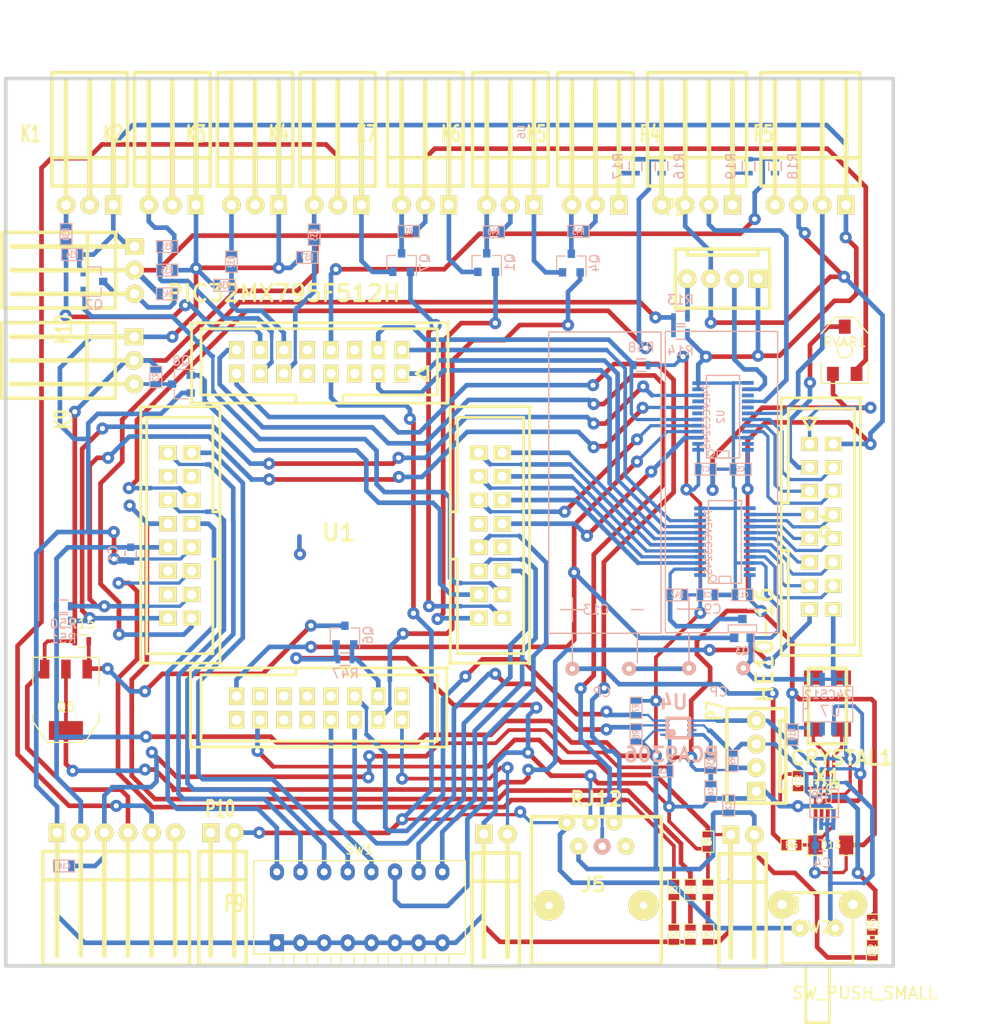
<source format=kicad_pcb>
(kicad_pcb (version 4) (host pcbnew 4.0.6)
  (title_block (title ELECTRONICAL_MAIN_BOARD_32) (date 2016-05-13) (rev "V 1-40") (company "CYBERNETIQUE EN NORD") (comment 1 F4DEB))
  (layers (0 Dessus signal) (31 Dessous signal) (34 B.Paste user) (35 F.Paste user) (36 B.SilkS user) (37 F.SilkS user) (38 B.Mask user) (39 F.Mask user) (44 Edge.Cuts user))
  (net 0 "")
  (net 1 +12V)
  (net 2 +5V)
  (net 3 /5vto3v3/D0)
  (net 4 /5vto3v3/D1)
  (net 5 /5vto3v3/D2)
  (net 6 /5vto3v3/D3)
  (net 7 /5vto3v3/D4)
  (net 8 /5vto3v3/D5)
  (net 9 /5vto3v3/D6)
  (net 10 /5vto3v3/D7)
  (net 11 /5vto3v3/E)
  (net 12 /5vto3v3/OC1)
  (net 13 /5vto3v3/OC1-5V)
  (net 14 /5vto3v3/OC2)
  (net 15 /5vto3v3/OC2-5V)
  (net 16 /5vto3v3/OC5)
  (net 17 /5vto3v3/OC5-5V)
  (net 18 /5vto3v3/RS)
  (net 19 /5vto3v3/RW)
  (net 20 /5vto3v3/SCL1)
  (net 21 /5vto3v3/SDA1)
  (net 22 /5vto3v3/U2TX)
  (net 23 /5vto3v3/U2TX-5V)
  (net 24 /5vto3v3/U5TX)
  (net 25 /5vto3v3/U5TX-5V)
  (net 26 /5vto3v3/U6TX)
  (net 27 /5vto3v3/U6TX-5V)
  (net 28 /BD0)
  (net 29 /BD1)
  (net 30 /BD2)
  (net 31 /BD3)
  (net 32 /BD4)
  (net 33 /BD5)
  (net 34 /BD6)
  (net 35 /BD7)
  (net 36 /PIC32/CAN1)
  (net 37 /PIC32/CAN2)
  (net 38 /PIC32/CAN3)
  (net 39 /PIC32/CAN4)
  (net 40 /PIC32/GO)
  (net 41 /PIC32/LED1)
  (net 42 /PIC32/LED2)
  (net 43 /PIC32/PGEC1)
  (net 44 /PIC32/PGED1)
  (net 45 /PIC32/RST)
  (net 46 /PIC32/SW0)
  (net 47 /PIC32/SW1)
  (net 48 /PIC32/SW2)
  (net 49 /PIC32/SW3)
  (net 50 /PIC32/SW4)
  (net 51 /PIC32/SW5)
  (net 52 /PIC32/SW6)
  (net 53 /PIC32/SW7)
  (net 54 GND)
  (net 55 +3V3)
  (net 56 "Net-(C13-Pad2)")
  (net 57 "Net-(C12-Pad1)")
  (net 58 "Net-(C13-Pad1)")
  (net 59 "Net-(D5-Pad2)")
  (net 60 "Net-(D12-Pad2)")
  (net 61 "Net-(D13-Pad2)")
  (net 62 +5VA)
  (net 63 "Net-(Q3-Pad3)")
  (net 64 "Net-(Q6-Pad1)")
  (net 65 "Net-(Q5-Pad1)")
  (net 66 "Net-(R30-Pad2)")
  (net 67 "Net-(R31-Pad2)")
  (net 68 "Net-(R32-Pad2)")
  (net 69 "Net-(R33-Pad2)")
  (net 70 "Net-(R38-Pad2)")
  (net 71 "Net-(R45-Pad2)")
  (net 72 /PIC32/T1CK)
  (net 73 "Net-(U9-Pad1)")
  (net 74 /CONT)
  (net 75 /BRS)
  (net 76 /BRW)
  (net 77 /BE)
  (net 78 /RETRO)
  (net 79 /SCL1-5V)
  (net 80 /SDA1-5V)
  (net 81 /5vto3v3/U2RX-5V)
  (net 82 /5vto3v3/U5RX-5V)
  (net 83 /5vto3v3/U6RX-5V)
  (net 84 /5vto3v3/OC3)
  (net 85 /5vto3v3/OC4)
  (net 86 /5vto3v3/U2RX)
  (net 87 /5vto3v3/U5RX)
  (net 88 /5vto3v3/U6RX)
  (net 89 /5vto3v3/OC3-5V)
  (net 90 /5vto3v3/OC4-5V)
  (net 91 "Net-(R3-Pad1)")
  (net 92 "Net-(R4-Pad1)")
  (module f4deb-mod-library:KK-6-H (layer Dessus) (at 70.6628 134.3914 180)
    (fp_text reference P9 (at -1.27 -7.62 180) (layer F.SilkS) (effects (font (size 1.73482 1.08712) (thickness 0.27178))))
    (fp_text value CONN_6 hide)
    (pad 4 thru_hole circle (at 10.16 0 180) (size 1.99898 1.99898) (drill 1.00076) (layers *.Cu *.Mask F.SilkS) (net 62 +5VA))
    (pad 3 thru_hole circle (at 12.7 0 180) (size 1.99898 1.99898) (drill 1.00076) (layers *.Cu *.Mask F.SilkS) (net 2 +5V))
    (pad 2 thru_hole circle (at 15.24 0 180) (size 1.99898 1.99898) (drill 1.00076) (layers *.Cu *.Mask F.SilkS) (net 55 +3V3))
    (pad 1 thru_hole rect (at 17.78 0 180) (size 1.80086 1.99898) (drill 1.00076) (layers *.Cu *.Mask F.SilkS) (net 54 GND))
    (pad 5 thru_hole circle (at 7.62 0 180) (size 1.99898 1.99898) (drill 1.00076) (layers *.Cu *.Mask F.SilkS) (net 1 +12V))
    (pad 6 thru_hole circle (at 5.08 0 180) (size 1.99898 1.99898) (drill 1.00076) (layers *.Cu *.Mask F.SilkS))
  )
  (module Buttons_Switches_ThroughHole:SW_DIP_x8_Piano (layer Dessus) (at 76.5048 146.2278)
    (fp_text reference SW1 (at 8.87 -10) (layer F.SilkS))
    (fp_text value SW_DIP_x08)
    (pad 1 thru_hole rect (at 0 0) (size 1.524 1.824) (drill 0.762) (layers *.Cu *.Mask) (net 54 GND))
    (pad 16 thru_hole oval (at 0 -7.62) (size 1.524 1.824) (drill 0.762) (layers *.Cu *.Mask) (net 53 /PIC32/SW7))
    (pad 2 thru_hole oval (at 2.54 0) (size 1.524 1.824) (drill 0.762) (layers *.Cu *.Mask) (net 54 GND))
    (pad 15 thru_hole oval (at 2.54 -7.62) (size 1.524 1.824) (drill 0.762) (layers *.Cu *.Mask) (net 52 /PIC32/SW6))
    (pad 3 thru_hole oval (at 5.08 0) (size 1.524 1.824) (drill 0.762) (layers *.Cu *.Mask) (net 54 GND))
    (pad 14 thru_hole oval (at 5.08 -7.62) (size 1.524 1.824) (drill 0.762) (layers *.Cu *.Mask) (net 51 /PIC32/SW5))
    (pad 4 thru_hole oval (at 7.62 0) (size 1.524 1.824) (drill 0.762) (layers *.Cu *.Mask) (net 54 GND))
    (pad 13 thru_hole oval (at 7.62 -7.62) (size 1.524 1.824) (drill 0.762) (layers *.Cu *.Mask) (net 50 /PIC32/SW4))
    (pad 5 thru_hole oval (at 10.16 0) (size 1.524 1.824) (drill 0.762) (layers *.Cu *.Mask) (net 54 GND))
    (pad 12 thru_hole oval (at 10.16 -7.62) (size 1.524 1.824) (drill 0.762) (layers *.Cu *.Mask) (net 49 /PIC32/SW3))
    (pad 6 thru_hole oval (at 12.7 0) (size 1.524 1.824) (drill 0.762) (layers *.Cu *.Mask) (net 54 GND))
    (pad 11 thru_hole oval (at 12.7 -7.62) (size 1.524 1.824) (drill 0.762) (layers *.Cu *.Mask) (net 48 /PIC32/SW2))
    (pad 7 thru_hole oval (at 15.24 0) (size 1.524 1.824) (drill 0.762) (layers *.Cu *.Mask) (net 54 GND))
    (pad 10 thru_hole oval (at 15.24 -7.62) (size 1.524 1.824) (drill 0.762) (layers *.Cu *.Mask) (net 47 /PIC32/SW1))
    (pad 8 thru_hole oval (at 17.78 0) (size 1.524 1.824) (drill 0.762) (layers *.Cu *.Mask) (net 54 GND))
    (pad 9 thru_hole oval (at 17.78 -7.62) (size 1.524 1.824) (drill 0.762) (layers *.Cu *.Mask) (net 46 /PIC32/SW0))
  )
  (module f4deb-mod-library:KK-3-H (layer Dessus) (at 61.214 79.0194 90)
    (fp_text reference K10 (at -1.27 -7.62 90) (layer F.SilkS) (effects (font (size 1.73482 1.08712) (thickness 0.27178))))
    (fp_text value CONN_3 hide)
    (pad 1 thru_hole rect (at 7.62 0 90) (size 1.80086 1.99898) (drill 1.00076) (layers *.Cu *.Mask F.SilkS) (net 54 GND))
    (pad 2 thru_hole circle (at 5.08 0 90) (size 1.99898 1.99898) (drill 1.00076) (layers *.Cu *.Mask F.SilkS) (net 62 +5VA))
    (pad 3 thru_hole circle (at 2.54 0 90) (size 1.99898 1.99898) (drill 1.00076) (layers *.Cu *.Mask F.SilkS) (net 17 /5vto3v3/OC5-5V))
  )
  (module Resistors_SMD:R_0603 (layer Dessous) (at 83.82 115.7478 180)
    (fp_text reference R47 (at -0.0508 -1.524 180) (layer B.SilkS) (effects (justify mirror)))
    (fp_text value 100k)
    (pad 1 smd rect (at -0.75 0 180) (size 0.5 0.9) (layers Dessous B.Paste B.Mask) (net 64 "Net-(Q6-Pad1)"))
    (pad 2 smd rect (at 0.75 0 180) (size 0.5 0.9) (layers Dessous B.Paste B.Mask) (net 54 GND))
  )
  (module PIC32½64 (layer Dessus) (at 89.94648 82.51698 180)
    (fp_text reference U1 (at 6.7945 -19.6215 180) (layer F.SilkS) (effects (font (size 1.778 1.778) (thickness 0.3048))))
    (fp_text value PIC32MX795F512H (at 12.7 6.096 180) (layer F.SilkS) (effects (font (size 1.778 1.778) (thickness 0.3048))))
    (pad 15 thru_hole rect (at 17.78 -2.54254 90) (size 1.9 1.6) (drill 1) (layers *.Cu *.Mask F.SilkS) (net 43 /PIC32/PGEC1))
    (pad 16 thru_hole rect (at 17.78 -0.00254 90) (size 1.9 1.6) (drill 1) (layers *.Cu *.Mask F.SilkS) (net 44 /PIC32/PGED1))
    (pad 13 thru_hole rect (at 15.24 -2.54254 90) (size 1.9 1.6) (drill 1) (layers *.Cu *.Mask F.SilkS) (net 67 "Net-(R31-Pad2)"))
    (pad 14 thru_hole rect (at 15.24 -0.00254 90) (size 1.9 1.6) (drill 1) (layers *.Cu *.Mask F.SilkS) (net 66 "Net-(R30-Pad2)"))
    (pad 11 thru_hole rect (at 12.7 -2.54254 90) (size 1.9 1.6) (drill 1) (layers *.Cu *.Mask F.SilkS) (net 69 "Net-(R33-Pad2)"))
    (pad 12 thru_hole rect (at 12.7 -0.00254 90) (size 1.9 1.6) (drill 1) (layers *.Cu *.Mask F.SilkS) (net 68 "Net-(R32-Pad2)"))
    (pad 9 thru_hole rect (at 10.16 -2.54254 90) (size 1.9 1.6) (drill 1) (layers *.Cu *.Mask F.SilkS))
    (pad 10 thru_hole rect (at 10.16 -0.00254 90) (size 1.9 1.6) (drill 1) (layers *.Cu *.Mask F.SilkS))
    (pad 7 thru_hole rect (at 7.62 -2.54254 90) (size 1.9 1.6) (drill 1) (layers *.Cu *.Mask F.SilkS) (net 45 /PIC32/RST))
    (pad 8 thru_hole rect (at 7.62 -0.00254 90) (size 1.9 1.6) (drill 1) (layers *.Cu *.Mask F.SilkS) (net 88 /5vto3v3/U6RX))
    (pad 5 thru_hole rect (at 5.08 -2.54254 90) (size 1.9 1.6) (drill 1) (layers *.Cu *.Mask F.SilkS))
    (pad 6 thru_hole rect (at 5.08 -0.00254 90) (size 1.9 1.6) (drill 1) (layers *.Cu *.Mask F.SilkS))
    (pad 3 thru_hole rect (at 2.54 -2.54254 90) (size 1.9 1.6) (drill 1) (layers *.Cu *.Mask F.SilkS) (net 5 /5vto3v3/D2))
    (pad 4 thru_hole rect (at 2.54 -0.00254 90) (size 1.9 1.6) (drill 1) (layers *.Cu *.Mask F.SilkS) (net 26 /5vto3v3/U6TX))
    (pad 1 thru_hole rect (at 0 -2.54254 90) (size 1.9 1.6) (drill 1) (layers *.Cu *.Mask F.SilkS) (net 4 /5vto3v3/D1))
    (pad 2 thru_hole rect (at 0 -0.00254 90) (size 1.9 1.6) (drill 1) (layers *.Cu *.Mask F.SilkS) (net 3 /5vto3v3/D0))
    (pad 34 thru_hole rect (at 17.78 -39.751 90) (size 1.9 1.6002) (drill 1) (layers *.Cu *.Mask F.SilkS))
    (pad 33 thru_hole rect (at 17.78 -37.211 90) (size 1.9 1.6002) (drill 1) (layers *.Cu *.Mask F.SilkS) (net 19 /5vto3v3/RW))
    (pad 36 thru_hole rect (at 15.24 -39.751 90) (size 1.9 1.6002) (drill 1) (layers *.Cu *.Mask F.SilkS) (net 40 /PIC32/GO))
    (pad 35 thru_hole rect (at 15.24 -37.211 90) (size 1.9 1.6002) (drill 1) (layers *.Cu *.Mask F.SilkS))
    (pad 38 thru_hole rect (at 12.7 -39.751 90) (size 1.9 1.6002) (drill 1) (layers *.Cu *.Mask F.SilkS))
    (pad 37 thru_hole rect (at 12.7 -37.211 90) (size 1.9 1.6002) (drill 1) (layers *.Cu *.Mask F.SilkS))
    (pad 40 thru_hole rect (at 10.16 -39.751 90) (size 1.9 1.6002) (drill 1) (layers *.Cu *.Mask F.SilkS))
    (pad 39 thru_hole rect (at 10.16 -37.211 90) (size 1.9 1.6002) (drill 1) (layers *.Cu *.Mask F.SilkS))
    (pad 42 thru_hole rect (at 7.62 -39.751 90) (size 1.9 1.6002) (drill 1) (layers *.Cu *.Mask F.SilkS) (net 49 /PIC32/SW3))
    (pad 41 thru_hole rect (at 7.62 -37.211 90) (size 1.9 1.6002) (drill 1) (layers *.Cu *.Mask F.SilkS))
    (pad 44 thru_hole rect (at 5.08 -39.751 90) (size 1.9 1.6002) (drill 1) (layers *.Cu *.Mask F.SilkS) (net 20 /5vto3v3/SCL1))
    (pad 43 thru_hole rect (at 5.08 -37.211 90) (size 1.9 1.6002) (drill 1) (layers *.Cu *.Mask F.SilkS) (net 21 /5vto3v3/SDA1))
    (pad 46 thru_hole rect (at 2.54 -39.751 90) (size 1.9 1.6002) (drill 1) (layers *.Cu *.Mask F.SilkS) (net 12 /5vto3v3/OC1))
    (pad 45 thru_hole rect (at 2.54 -37.211 90) (size 1.9 1.6002) (drill 1) (layers *.Cu *.Mask F.SilkS) (net 64 "Net-(Q6-Pad1)"))
    (pad 48 thru_hole rect (at 0 -39.751 90) (size 1.9 1.6002) (drill 1) (layers *.Cu *.Mask F.SilkS) (net 72 /PIC32/T1CK))
    (pad 47 thru_hole rect (at 0 -37.211 90) (size 1.9 1.6002) (drill 1) (layers *.Cu *.Mask F.SilkS))
    (pad 31 thru_hole rect (at 22.606 -28.829 90) (size 1.6002 1.89992) (drill 1) (layers *.Cu *.Mask F.SilkS) (net 86 /5vto3v3/U2RX))
    (pad 32 thru_hole rect (at 25.146 -28.829 90) (size 1.6002 1.89992) (drill 1) (layers *.Cu *.Mask F.SilkS) (net 22 /5vto3v3/U2TX))
    (pad 29 thru_hole rect (at 22.606 -26.289 90) (size 1.6002 1.89992) (drill 1) (layers *.Cu *.Mask F.SilkS) (net 24 /5vto3v3/U5TX))
    (pad 30 thru_hole rect (at 25.146 -26.289 90) (size 1.6002 1.89992) (drill 1) (layers *.Cu *.Mask F.SilkS))
    (pad 27 thru_hole rect (at 22.606 -23.749 90) (size 1.6002 1.89992) (drill 1) (layers *.Cu *.Mask F.SilkS) (net 91 "Net-(R3-Pad1)"))
    (pad 28 thru_hole rect (at 25.146 -23.749 90) (size 1.6002 1.89992) (drill 1) (layers *.Cu *.Mask F.SilkS))
    (pad 25 thru_hole rect (at 22.606 -21.209 90) (size 1.6002 1.89992) (drill 1) (layers *.Cu *.Mask F.SilkS) (net 54 GND))
    (pad 26 thru_hole rect (at 25.146 -21.209 90) (size 1.6002 1.89992) (drill 1) (layers *.Cu *.Mask F.SilkS) (net 55 +3V3))
    (pad 23 thru_hole rect (at 22.606 -18.669 90) (size 1.6002 1.89992) (drill 1) (layers *.Cu *.Mask F.SilkS) (net 53 /PIC32/SW7))
    (pad 24 thru_hole rect (at 25.146 -18.669 90) (size 1.6002 1.89992) (drill 1) (layers *.Cu *.Mask F.SilkS) (net 92 "Net-(R4-Pad1)"))
    (pad 21 thru_hole rect (at 22.606 -16.129 90) (size 1.6002 1.89992) (drill 1) (layers *.Cu *.Mask F.SilkS) (net 87 /5vto3v3/U5RX))
    (pad 22 thru_hole rect (at 25.146 -16.129 90) (size 1.6002 1.89992) (drill 1) (layers *.Cu *.Mask F.SilkS) (net 52 /PIC32/SW6))
    (pad 19 thru_hole rect (at 22.606 -13.589 90) (size 1.6002 1.89992) (drill 1) (layers *.Cu *.Mask F.SilkS))
    (pad 20 thru_hole rect (at 25.146 -13.589 90) (size 1.6002 1.89992) (drill 1) (layers *.Cu *.Mask F.SilkS))
    (pad 17 thru_hole rect (at 22.606 -11.049 90) (size 1.6002 1.89992) (drill 1) (layers *.Cu *.Mask F.SilkS) (net 50 /PIC32/SW4))
    (pad 18 thru_hole rect (at 25.146 -11.049 90) (size 1.6002 1.89992) (drill 1) (layers *.Cu *.Mask F.SilkS) (net 51 /PIC32/SW5))
    (pad 64 thru_hole rect (at -10.795 -11.049 90) (size 1.6002 1.89992) (drill 1) (layers *.Cu *.Mask F.SilkS) (net 6 /5vto3v3/D3))
    (pad 63 thru_hole rect (at -8.255 -11.049 90) (size 1.6002 1.89992) (drill 1) (layers *.Cu *.Mask F.SilkS) (net 7 /5vto3v3/D4))
    (pad 62 thru_hole rect (at -10.795 -13.589 90) (size 1.6002 1.89992) (drill 1) (layers *.Cu *.Mask F.SilkS) (net 8 /5vto3v3/D5))
    (pad 61 thru_hole rect (at -8.255 -13.589 90) (size 1.6002 1.89992) (drill 1) (layers *.Cu *.Mask F.SilkS) (net 9 /5vto3v3/D6))
    (pad 60 thru_hole rect (at -10.795 -16.129 90) (size 1.6002 1.89992) (drill 1) (layers *.Cu *.Mask F.SilkS) (net 10 /5vto3v3/D7))
    (pad 59 thru_hole rect (at -8.255 -16.129 90) (size 1.6002 1.89992) (drill 1) (layers *.Cu *.Mask F.SilkS) (net 18 /5vto3v3/RS))
    (pad 58 thru_hole rect (at -10.795 -18.669 90) (size 1.6002 1.89992) (drill 1) (layers *.Cu *.Mask F.SilkS) (net 11 /5vto3v3/E))
    (pad 57 thru_hole rect (at -8.255 -18.669 90) (size 1.6002 1.89992) (drill 1) (layers *.Cu *.Mask F.SilkS))
    (pad 56 thru_hole rect (at -10.795 -21.209 90) (size 1.6002 1.89992) (drill 1) (layers *.Cu *.Mask F.SilkS))
    (pad 55 thru_hole rect (at -8.255 -21.209 90) (size 1.6002 1.89992) (drill 1) (layers *.Cu *.Mask F.SilkS) (net 48 /PIC32/SW2))
    (pad 54 thru_hole rect (at -10.795 -23.749 90) (size 1.6002 1.89992) (drill 1) (layers *.Cu *.Mask F.SilkS) (net 47 /PIC32/SW1))
    (pad 53 thru_hole rect (at -8.255 -23.749 90) (size 1.6002 1.89992) (drill 1) (layers *.Cu *.Mask F.SilkS) (net 46 /PIC32/SW0))
    (pad 52 thru_hole rect (at -10.795 -26.289 90) (size 1.6002 1.89992) (drill 1) (layers *.Cu *.Mask F.SilkS) (net 16 /5vto3v3/OC5))
    (pad 51 thru_hole rect (at -8.255 -26.289 90) (size 1.6002 1.89992) (drill 1) (layers *.Cu *.Mask F.SilkS) (net 85 /5vto3v3/OC4))
    (pad 50 thru_hole rect (at -10.795 -28.829 90) (size 1.6002 1.89992) (drill 1) (layers *.Cu *.Mask F.SilkS) (net 84 /5vto3v3/OC3))
    (pad 49 thru_hole rect (at -8.255 -28.829 90) (size 1.6002 1.89992) (drill 1) (layers *.Cu *.Mask F.SilkS) (net 14 /5vto3v3/OC2))
  )
  (module LFXTAL003000 (layer Dessus) (at 137.2108 123.317 180)
    (fp_text reference X1 (at 1.524 -5.08 180) (layer F.SilkS) (effects (font (thickness 0.3048))))
    (fp_text value CRYSTAL1 (at 0 -3.048 180) (layer F.SilkS) (effects (font (thickness 0.3048))))
    (pad 1 smd rect (at 0 0 180) (size 2 1.5) (layers Dessus F.Paste F.Mask) (net 73 "Net-(U9-Pad1)"))
    (pad 2 smd rect (at 3.048 0 180) (size 2 1.5) (layers Dessus F.Paste F.Mask) (net 57 "Net-(C12-Pad1)"))
    (pad 3 smd rect (at 0 5.588 180) (size 2 1.524) (layers Dessus F.Paste F.Mask))
    (pad 4 smd rect (at 3.048 5.588 180) (size 2 1.524) (layers Dessus F.Paste F.Mask))
  )
  (module f4deb-mod-library:KK-4-H (layer Dessus) (at 130.048 66.929)
    (fp_text reference P5 (at -1.27 -7.62) (layer F.SilkS) (effects (font (size 1.73482 1.08712) (thickness 0.27178))))
    (fp_text value CONN_4 hide)
    (pad 1 thru_hole rect (at 7.62 0) (size 1.80086 1.99898) (drill 1.00076) (layers *.Cu *.Mask F.SilkS) (net 54 GND))
    (pad 2 thru_hole circle (at 5.08 0) (size 1.99898 1.99898) (drill 1.00076) (layers *.Cu *.Mask F.SilkS) (net 27 /5vto3v3/U6TX-5V))
    (pad 3 thru_hole circle (at 2.54 0) (size 1.99898 1.99898) (drill 1.00076) (layers *.Cu *.Mask F.SilkS) (net 2 +5V))
    (pad 4 thru_hole circle (at 0 0) (size 1.99898 1.99898) (drill 1.00076) (layers *.Cu *.Mask F.SilkS) (net 83 /5vto3v3/U6RX-5V))
  )
  (module f4deb-mod-library:KK-3-H (layer Dessus) (at 105.664 66.929)
    (fp_text reference K5 (at -1.27 -7.62) (layer F.SilkS) (effects (font (size 1.73482 1.08712) (thickness 0.27178))))
    (fp_text value CONN_3 hide)
    (pad 1 thru_hole rect (at 7.62 0) (size 1.80086 1.99898) (drill 1.00076) (layers *.Cu *.Mask F.SilkS) (net 54 GND))
    (pad 2 thru_hole circle (at 5.08 0) (size 1.99898 1.99898) (drill 1.00076) (layers *.Cu *.Mask F.SilkS) (net 62 +5VA))
    (pad 3 thru_hole circle (at 2.54 0) (size 1.99898 1.99898) (drill 1.00076) (layers *.Cu *.Mask F.SilkS) (net 13 /5vto3v3/OC1-5V))
  )
  (module KK-4 (layer Dessus) (at 120.5992 74.8538)
    (fp_text reference P3 (at -1.27 -7.62) (layer F.SilkS) (effects (font (size 1.73482 1.08712) (thickness 0.27178))))
    (fp_text value CONN_4 hide)
    (pad 1 thru_hole rect (at 7.62 0) (size 1.99898 1.99898) (drill 1.00076) (layers *.Cu *.Mask F.SilkS) (net 54 GND))
    (pad 2 thru_hole circle (at 5.08 0) (size 1.99898 1.99898) (drill 1.00076) (layers *.Cu *.Mask F.SilkS) (net 23 /5vto3v3/U2TX-5V))
    (pad 3 thru_hole circle (at 2.54 0) (size 1.99898 1.99898) (drill 1.00076) (layers *.Cu *.Mask F.SilkS) (net 2 +5V))
    (pad 4 thru_hole circle (at 0 0) (size 1.99898 1.99898) (drill 1.00076) (layers *.Cu *.Mask F.SilkS) (net 81 /5vto3v3/U2RX-5V))
  )
  (module f4deb-mod-library:KK-3-H (layer Dessus) (at 77.978 66.929)
    (fp_text reference K4 (at -1.27 -7.62) (layer F.SilkS) (effects (font (size 1.73482 1.08712) (thickness 0.27178))))
    (fp_text value CONN_3 hide)
    (pad 1 thru_hole rect (at 7.62 0) (size 1.80086 1.99898) (drill 1.00076) (layers *.Cu *.Mask F.SilkS) (net 54 GND))
    (pad 2 thru_hole circle (at 5.08 0) (size 1.99898 1.99898) (drill 1.00076) (layers *.Cu *.Mask F.SilkS) (net 1 +12V))
    (pad 3 thru_hole circle (at 2.54 0) (size 1.99898 1.99898) (drill 1.00076) (layers *.Cu *.Mask F.SilkS) (net 39 /PIC32/CAN4))
  )
  (module f4deb-mod-library:KK-3-H (layer Dessus) (at 69.088 66.929)
    (fp_text reference K3 (at -1.27 -7.62) (layer F.SilkS) (effects (font (size 1.73482 1.08712) (thickness 0.27178))))
    (fp_text value CONN_3 hide)
    (pad 1 thru_hole rect (at 7.62 0) (size 1.80086 1.99898) (drill 1.00076) (layers *.Cu *.Mask F.SilkS) (net 54 GND))
    (pad 2 thru_hole circle (at 5.08 0) (size 1.99898 1.99898) (drill 1.00076) (layers *.Cu *.Mask F.SilkS) (net 1 +12V))
    (pad 3 thru_hole circle (at 2.54 0) (size 1.99898 1.99898) (drill 1.00076) (layers *.Cu *.Mask F.SilkS) (net 38 /PIC32/CAN3))
  )
  (module f4deb-mod-library:KK-3-H (layer Dessus) (at 60.198 66.929)
    (fp_text reference K2 (at -1.27 -7.62) (layer F.SilkS) (effects (font (size 1.73482 1.08712) (thickness 0.27178))))
    (fp_text value CONN_3 hide)
    (pad 1 thru_hole rect (at 7.62 0) (size 1.80086 1.99898) (drill 1.00076) (layers *.Cu *.Mask F.SilkS) (net 54 GND))
    (pad 2 thru_hole circle (at 5.08 0) (size 1.99898 1.99898) (drill 1.00076) (layers *.Cu *.Mask F.SilkS) (net 1 +12V))
    (pad 3 thru_hole circle (at 2.54 0) (size 1.99898 1.99898) (drill 1.00076) (layers *.Cu *.Mask F.SilkS) (net 37 /PIC32/CAN2))
  )
  (module f4deb-mod-library:KK-3-H (layer Dessus) (at 51.308 66.929)
    (fp_text reference K1 (at -1.27 -7.62) (layer F.SilkS) (effects (font (size 1.73482 1.08712) (thickness 0.27178))))
    (fp_text value CONN_3 hide)
    (pad 1 thru_hole rect (at 7.62 0) (size 1.80086 1.99898) (drill 1.00076) (layers *.Cu *.Mask F.SilkS) (net 54 GND))
    (pad 2 thru_hole circle (at 5.08 0) (size 1.99898 1.99898) (drill 1.00076) (layers *.Cu *.Mask F.SilkS) (net 1 +12V))
    (pad 3 thru_hole circle (at 2.54 0) (size 1.99898 1.99898) (drill 1.00076) (layers *.Cu *.Mask F.SilkS) (net 36 /PIC32/CAN1))
  )
  (module TO_SOT_Packages_SMD:SOT-223 (layer Dessus) (at 53.8353 120.1166 180)
    (fp_text reference Q5 (at 0 -0.762 180) (layer F.SilkS))
    (fp_text value IRFL9014TRPBF)
    (pad 4 smd rect (at 0 -3.302 180) (size 3.6576 2.032) (layers Dessus F.Paste F.Mask) (net 78 /RETRO))
    (pad 2 smd rect (at 0 3.302 180) (size 1.016 2.032) (layers Dessus F.Paste F.Mask) (net 78 /RETRO))
    (pad 3 smd rect (at 2.286 3.302 180) (size 1.016 2.032) (layers Dessus F.Paste F.Mask) (net 62 +5VA))
    (pad 1 smd rect (at -2.286 3.302 180) (size 1.016 2.032) (layers Dessus F.Paste F.Mask) (net 65 "Net-(Q5-Pad1)"))
  )
  (module SMD_Packages:POT_SMD (layer Dessus) (at 137.541 82.55)
    (fp_text reference RVAR1 (at 0 -0.88646) (layer F.SilkS))
    (fp_text value 4.7K)
    (pad 1 smd rect (at -1.27 2.54) (size 1.27 1.524) (layers Dessus F.Paste F.Mask) (net 54 GND))
    (pad 2 smd rect (at 0 -2.54) (size 1.27 1.524) (layers Dessus F.Paste F.Mask) (net 74 /CONT))
    (pad 3 smd rect (at 1.27 2.54) (size 1.27 1.524) (layers Dessus F.Paste F.Mask) (net 62 +5VA))
  )
  (module Resistors_SMD:R_0603 (layer Dessous) (at 53.5432 111.633)
    (fp_text reference R51 (at 0 1.9) (layer B.SilkS) (effects (justify mirror)))
    (fp_text value 10k)
    (pad 1 smd rect (at -0.75 0) (size 0.5 0.9) (layers Dessous B.Paste B.Mask) (net 55 +3V3))
    (pad 2 smd rect (at 0.75 0) (size 0.5 0.9) (layers Dessous B.Paste B.Mask) (net 22 /5vto3v3/U2TX))
  )
  (module Resistors_SMD:R_0603 (layer Dessous) (at 53.5432 110.0582)
    (fp_text reference R50 (at 0 1.9) (layer B.SilkS) (effects (justify mirror)))
    (fp_text value 10k)
    (pad 1 smd rect (at -0.75 0) (size 0.5 0.9) (layers Dessous B.Paste B.Mask) (net 55 +3V3))
    (pad 2 smd rect (at 0.75 0) (size 0.5 0.9) (layers Dessous B.Paste B.Mask) (net 24 /5vto3v3/U5TX))
  )
  (module Resistors_SMD:R_0603 (layer Dessous) (at 115.6589 84.1502 180)
    (fp_text reference R48 (at 0 1.9 180) (layer B.SilkS) (effects (justify mirror)))
    (fp_text value 10k)
    (pad 1 smd rect (at -0.75 0 180) (size 0.5 0.9) (layers Dessous B.Paste B.Mask) (net 55 +3V3))
    (pad 2 smd rect (at 0.75 0 180) (size 0.5 0.9) (layers Dessous B.Paste B.Mask) (net 26 /5vto3v3/U6TX))
  )
  (module Resistors_SMD:R_0603 (layer Dessus) (at 55.5371 113.8174)
    (fp_text reference R15 (at 0 -1.9) (layer F.SilkS))
    (fp_text value 10k)
    (pad 1 smd rect (at -0.75 0) (size 0.5 0.9) (layers Dessus F.Paste F.Mask) (net 62 +5VA))
    (pad 2 smd rect (at 0.75 0) (size 0.5 0.9) (layers Dessus F.Paste F.Mask) (net 65 "Net-(Q5-Pad1)"))
  )
  (module VSSOP-8 (layer Dessous) (at 119.6848 123.1138)
    (fp_text reference U4 (at -0.5588 -2.7432) (layer B.SilkS) (effects (font (thickness 0.3048)) (justify mirror)))
    (fp_text value PCA9306 (at -0.762 2.8956) (layer B.SilkS) (effects (font (thickness 0.3048)) (justify mirror)))
    (pad 4 smd rect (at -1.4732 -0.762 270) (size 0.24892 1.00076) (layers Dessous B.Paste B.Mask) (net 21 /5vto3v3/SDA1))
    (pad 3 smd rect (at -1.4732 -0.254 270) (size 0.24892 1.00076) (layers Dessous B.Paste B.Mask) (net 20 /5vto3v3/SCL1))
    (pad 2 smd rect (at -1.4732 0.254 270) (size 0.24892 1.00076) (layers Dessous B.Paste B.Mask) (net 55 +3V3))
    (pad 1 smd rect (at -1.4732 0.762 270) (size 0.24892 1.00076) (layers Dessous B.Paste B.Mask) (net 54 GND))
    (pad 5 smd rect (at 1.4224 -0.762 270) (size 0.24892 1.00076) (layers Dessous B.Paste B.Mask) (net 80 /SDA1-5V))
    (pad 6 smd rect (at 1.4224 -0.254 270) (size 0.24892 1.00076) (layers Dessous B.Paste B.Mask) (net 79 /SCL1-5V))
    (pad 7 smd rect (at 1.4224 0.254 270) (size 0.24892 1.00076) (layers Dessous B.Paste B.Mask) (net 70 "Net-(R38-Pad2)"))
    (pad 8 smd rect (at 1.4224 0.762 270) (size 0.24892 1.00076) (layers Dessous B.Paste B.Mask) (net 70 "Net-(R38-Pad2)"))
  )
  (module RJ12_E (layer Dessus) (at 110.83798 133.31698)
    (fp_text reference J5 (at -0.3175 6.6675) (layer F.SilkS) (effects (font (thickness 0.3048))))
    (fp_text value RJ12 (at 0 -2.54) (layer F.SilkS) (effects (font (thickness 0.3048))))
    (pad 4 thru_hole circle (at 0.635 2.54) (size 1.80086 1.80086) (drill 0.8128) (layers *.Cu *.Mask B.SilkS) (net 44 /PIC32/PGED1))
    (pad 2 thru_hole circle (at -1.905 2.54) (size 1.80086 1.80086) (drill 0.8128) (layers *.Cu *.Mask F.SilkS) (net 55 +3V3))
    (pad 6 thru_hole circle (at 3.175 2.54) (size 1.80086 1.80086) (drill 0.8128) (layers *.Cu *.Mask F.SilkS))
    (pad 1 thru_hole circle (at -3.175 0) (size 1.80086 1.80086) (drill 0.8128) (layers *.Cu *.Mask F.SilkS) (net 45 /PIC32/RST))
    (pad 3 thru_hole circle (at -0.635 0) (size 1.7 1.7) (drill 0.8128) (layers *.Cu *.Mask F.SilkS) (net 54 GND))
    (pad 5 thru_hole circle (at 1.905 0) (size 1.7 1.7) (drill 0.8128) (layers *.Cu *.Mask F.SilkS) (net 43 /PIC32/PGEC1))
    (pad 8 thru_hole circle (at 5.08 8.89) (size 3.2512 3.2512) (drill 0.8128) (layers *.Cu *.Mask F.SilkS))
    (pad 7 thru_hole circle (at -5.08 8.89) (size 3.2512 3.2512) (drill 0.8128) (layers *.Cu *.Mask F.SilkS))
  )
  (module he10-16d (layer Dessus) (at 135.03148 101.50348 270)
    (fp_text reference P1 (at -0.254 -0.889 270) (layer F.SilkS) (effects (font (size 1.778 1.778) (thickness 0.3048))))
    (fp_text value HE10-16 (at 12.7 6.096 270) (layer F.SilkS) (effects (font (size 1.778 1.778) (thickness 0.3048))))
    (pad 1 thru_hole rect (at -8.89 1.27 270) (size 1.524 1.80086) (drill 1) (layers *.Cu *.Mask F.SilkS) (net 54 GND))
    (pad 2 thru_hole rect (at -8.89 -1.27 270) (size 1.524 1.80086) (drill 1) (layers *.Cu *.Mask F.SilkS) (net 2 +5V))
    (pad 3 thru_hole rect (at -6.35 1.27 270) (size 1.524 1.80086) (drill 1) (layers *.Cu *.Mask F.SilkS) (net 74 /CONT))
    (pad 4 thru_hole rect (at -6.35 -1.27 270) (size 1.524 1.80086) (drill 1) (layers *.Cu *.Mask F.SilkS) (net 75 /BRS))
    (pad 5 thru_hole rect (at -3.81 1.27 270) (size 1.524 1.80086) (drill 1) (layers *.Cu *.Mask F.SilkS) (net 76 /BRW))
    (pad 6 thru_hole rect (at -3.81 -1.27 270) (size 1.524 1.80086) (drill 1) (layers *.Cu *.Mask F.SilkS) (net 77 /BE))
    (pad 7 thru_hole rect (at -1.27 1.27 270) (size 1.524 1.80086) (drill 1) (layers *.Cu *.Mask F.SilkS) (net 28 /BD0))
    (pad 8 thru_hole rect (at -1.27 -1.27 270) (size 1.524 1.80086) (drill 1) (layers *.Cu *.Mask F.SilkS) (net 29 /BD1))
    (pad 9 thru_hole rect (at 1.27 1.27 270) (size 1.524 1.80086) (drill 1) (layers *.Cu *.Mask F.SilkS) (net 30 /BD2))
    (pad 10 thru_hole rect (at 1.27 -1.27 270) (size 1.524 1.80086) (drill 1) (layers *.Cu *.Mask F.SilkS) (net 31 /BD3))
    (pad 11 thru_hole rect (at 3.81 1.27 270) (size 1.524 1.80086) (drill 1) (layers *.Cu *.Mask F.SilkS) (net 32 /BD4))
    (pad 12 thru_hole rect (at 3.81 -1.27 270) (size 1.524 1.80086) (drill 1) (layers *.Cu *.Mask F.SilkS) (net 33 /BD5))
    (pad 13 thru_hole rect (at 6.35 1.27 270) (size 1.524 1.80086) (drill 1) (layers *.Cu *.Mask F.SilkS) (net 34 /BD6))
    (pad 14 thru_hole rect (at 6.35 -1.27 270) (size 1.524 1.80086) (drill 1) (layers *.Cu *.Mask F.SilkS) (net 35 /BD7))
    (pad 15 thru_hole rect (at 8.89 1.27 270) (size 1.524 1.80086) (drill 1) (layers *.Cu *.Mask F.SilkS) (net 78 /RETRO))
    (pad 16 thru_hole rect (at 8.89 -1.27 270) (size 1.524 1.80086) (drill 1) (layers *.Cu *.Mask F.SilkS) (net 54 GND))
  )
  (module KK-4 (layer Dessus) (at 128.04648 122.33148 270)
    (fp_text reference P7 (at -1.04648 4.47548 270) (layer F.SilkS) (effects (font (size 1.73482 1.08712) (thickness 0.27178))))
    (fp_text value CONN_4 hide)
    (pad 1 thru_hole rect (at 7.62 0 270) (size 1.99898 1.99898) (drill 1.00076) (layers *.Cu *.Mask F.SilkS) (net 54 GND))
    (pad 2 thru_hole circle (at 5.08 0 270) (size 1.99898 1.99898) (drill 1.00076) (layers *.Cu *.Mask F.SilkS) (net 2 +5V))
    (pad 3 thru_hole circle (at 2.54 0 270) (size 1.99898 1.99898) (drill 1.00076) (layers *.Cu *.Mask F.SilkS) (net 79 /SCL1-5V))
    (pad 4 thru_hole circle (at 0 0 270) (size 1.99898 1.99898) (drill 1.00076) (layers *.Cu *.Mask F.SilkS) (net 80 /SDA1-5V))
  )
  (module SOT23EBC (layer Dessous) (at 126.5428 112.4458)
    (fp_text reference Q3 (at 0 2.413) (layer B.SilkS) (effects (font (size 0.762 0.762) (thickness 0.1905)) (justify mirror)))
    (fp_text value BSS123 hide)
    (pad 1 smd rect (at -0.889 1.016) (size 0.9144 0.9144) (layers Dessous B.Paste B.Mask) (net 19 /5vto3v3/RW))
    (pad 2 smd rect (at 0.889 1.016) (size 0.9144 0.9144) (layers Dessous B.Paste B.Mask) (net 54 GND))
    (pad 3 smd rect (at 0 -1.016) (size 0.9144 0.9144) (layers Dessous B.Paste B.Mask) (net 63 "Net-(Q3-Pad3)"))
  )
  (module C-10F (layer Dessous) (at 105.7275 112.9665)
    (fp_text reference C13 (at 5.08 -2.54) (layer B.SilkS) (effects (justify mirror)))
    (fp_text value CP (at 5.715 6.35) (layer B.SilkS) (effects (justify mirror)))
    (pad 1 thru_hole circle (at 2.54 3.81) (size 1.5 1.5) (drill 0.6) (layers *.Cu *.Mask B.SilkS) (net 58 "Net-(C13-Pad1)"))
    (pad 2 thru_hole circle (at 8.636 3.81) (size 1.5 1.5) (drill 0.6) (layers *.Cu *.Mask B.SilkS) (net 56 "Net-(C13-Pad2)"))
  )
  (module SM0603 (layer Dessus) (at 140.5128 147.0406 90)
    (fp_text reference D12 (at 0 0 90) (layer F.SilkS) (effects (font (size 0.7112 0.4572) (thickness 0.127))))
    (fp_text value LED hide)
    (pad 1 smd rect (at -0.762 0 90) (size 0.635 1.143) (layers Dessus F.Paste F.Mask) (net 55 +3V3))
    (pad 2 smd rect (at 0.762 0 90) (size 0.635 1.143) (layers Dessus F.Paste F.Mask) (net 60 "Net-(D12-Pad2)"))
  )
  (module SM0603_Capa (layer Dessus) (at 132.5372 128.8542 90)
    (fp_text reference C12 (at 0 0 90) (layer F.SilkS) (effects (font (size 0.508 0.4572) (thickness 0.1143))))
    (fp_text value C hide)
    (pad 1 smd rect (at -0.762 0 90) (size 0.635 1.143) (layers Dessus F.Paste F.Mask) (net 57 "Net-(C12-Pad1)"))
    (pad 2 smd rect (at 0.762 0 90) (size 0.635 1.143) (layers Dessus F.Paste F.Mask) (net 54 GND))
  )
  (module SM0603_Resistor (layer Dessus) (at 131.826 135.7122)
    (fp_text reference R46 (at 0 0) (layer F.SilkS) (effects (font (size 0.7112 0.4572) (thickness 0.1143))))
    (fp_text value R hide)
    (pad 1 smd rect (at -0.762 0) (size 0.635 1.143) (layers Dessus F.Paste F.Mask) (net 58 "Net-(C13-Pad1)"))
    (pad 2 smd rect (at 0.762 0) (size 0.635 1.143) (layers Dessus F.Paste F.Mask) (net 61 "Net-(D13-Pad2)"))
  )
  (module SM0603_Resistor (layer Dessus) (at 140.5128 144.2974 90)
    (fp_text reference R45 (at 0 0 90) (layer F.SilkS) (effects (font (size 0.7112 0.4572) (thickness 0.1143))))
    (fp_text value R hide)
    (pad 1 smd rect (at -0.762 0 90) (size 0.635 1.143) (layers Dessus F.Paste F.Mask) (net 60 "Net-(D12-Pad2)"))
    (pad 2 smd rect (at 0.762 0 90) (size 0.635 1.143) (layers Dessus F.Paste F.Mask) (net 71 "Net-(R45-Pad2)"))
  )
  (module SM1206 (layer Dessus) (at 136.0424 135.7122 180)
    (fp_text reference D13 (at 0 0 180) (layer F.SilkS) (effects (font (size 0.762 0.762) (thickness 0.127))))
    (fp_text value DIODESCH hide)
    (pad 1 smd rect (at -1.651 0 180) (size 1.524 2.032) (layers Dessus F.Paste F.Mask) (net 2 +5V))
    (pad 2 smd rect (at 1.651 0 180) (size 1.524 2.032) (layers Dessus F.Paste F.Mask) (net 61 "Net-(D13-Pad2)"))
  )
  (module SSOP8 (layer Dessous) (at 135.3312 131.2418)
    (fp_text reference U8 (at 0 -0.508) (layer B.SilkS) (effects (font (size 1.016 1.016) (thickness 0.1524)) (justify mirror)))
    (fp_text value LM75A hide)
    (pad 1 smd rect (at -0.9779 -2.2225) (size 0.4064 1.27) (layers Dessous B.Paste B.Mask) (net 80 /SDA1-5V))
    (pad 2 smd rect (at -0.3302 -2.2225) (size 0.4064 1.27) (layers Dessous B.Paste B.Mask) (net 79 /SCL1-5V))
    (pad 3 smd rect (at 0.3302 -2.2225) (size 0.4064 1.27) (layers Dessous B.Paste B.Mask) (net 71 "Net-(R45-Pad2)"))
    (pad 4 smd rect (at 0.9779 -2.2225) (size 0.4064 1.27) (layers Dessous B.Paste B.Mask) (net 54 GND))
    (pad 5 smd rect (at 0.9779 2.2225) (size 0.4064 1.27) (layers Dessous B.Paste B.Mask) (net 54 GND))
    (pad 6 smd rect (at 0.3302 2.2225) (size 0.4064 1.27) (layers Dessous B.Paste B.Mask) (net 54 GND))
    (pad 7 smd rect (at -0.3302 2.2225) (size 0.4064 1.27) (layers Dessous B.Paste B.Mask) (net 54 GND))
    (pad 8 smd rect (at -0.9779 2.2225) (size 0.4064 1.27) (layers Dessous B.Paste B.Mask) (net 2 +5V))
  )
  (module SSOP8 (layer Dessus) (at 135.382 130.2766 180)
    (fp_text reference U9 (at 0 0.508 180) (layer F.SilkS) (effects (font (size 1.016 1.016) (thickness 0.1524))))
    (fp_text value PCF8563 hide)
    (pad 1 smd rect (at -0.9779 2.2225 180) (size 0.4064 1.27) (layers Dessus F.Paste F.Mask) (net 73 "Net-(U9-Pad1)"))
    (pad 2 smd rect (at -0.3302 2.2225 180) (size 0.4064 1.27) (layers Dessus F.Paste F.Mask) (net 57 "Net-(C12-Pad1)"))
    (pad 3 smd rect (at 0.3302 2.2225 180) (size 0.4064 1.27) (layers Dessus F.Paste F.Mask))
    (pad 4 smd rect (at 0.9779 2.2225 180) (size 0.4064 1.27) (layers Dessus F.Paste F.Mask) (net 54 GND))
    (pad 5 smd rect (at 0.9779 -2.2225 180) (size 0.4064 1.27) (layers Dessus F.Paste F.Mask) (net 80 /SDA1-5V))
    (pad 6 smd rect (at 0.3302 -2.2225 180) (size 0.4064 1.27) (layers Dessus F.Paste F.Mask) (net 79 /SCL1-5V))
    (pad 7 smd rect (at -0.3302 -2.2225 180) (size 0.4064 1.27) (layers Dessus F.Paste F.Mask))
    (pad 8 smd rect (at -0.9779 -2.2225 180) (size 0.4064 1.27) (layers Dessus F.Paste F.Mask) (net 61 "Net-(D13-Pad2)"))
  )
  (module SO8E (layer Dessous) (at 135.7376 120.5738)
    (fp_text reference U7 (at 0.254 0.762) (layer B.SilkS) (effects (font (size 1.143 1.143) (thickness 0.1524)) (justify mirror)))
    (fp_text value 24C512 (at 0 -1.016) (layer B.SilkS) (effects (font (size 0.889 0.889) (thickness 0.1524)) (justify mirror)))
    (pad 8 smd rect (at -1.905 2.667) (size 0.59944 1.39954) (layers Dessous B.Paste B.Mask) (net 2 +5V))
    (pad 1 smd rect (at -1.905 -2.667) (size 0.59944 1.39954) (layers Dessous B.Paste B.Mask) (net 54 GND))
    (pad 7 smd rect (at -0.635 2.667) (size 0.59944 1.39954) (layers Dessous B.Paste B.Mask))
    (pad 6 smd rect (at 0.635 2.667) (size 0.59944 1.39954) (layers Dessous B.Paste B.Mask) (net 79 /SCL1-5V))
    (pad 5 smd rect (at 1.905 2.667) (size 0.59944 1.39954) (layers Dessous B.Paste B.Mask) (net 80 /SDA1-5V))
    (pad 2 smd rect (at -0.635 -2.667) (size 0.59944 1.39954) (layers Dessous B.Paste B.Mask) (net 54 GND))
    (pad 3 smd rect (at 0.635 -2.667) (size 0.59944 1.39954) (layers Dessous B.Paste B.Mask) (net 54 GND))
    (pad 4 smd rect (at 1.905 -2.667) (size 0.59944 1.39954) (layers Dessous B.Paste B.Mask) (net 54 GND))
  )
  (module SM0603_Resistor (layer Dessous) (at 108.9152 69.7738 180)
    (fp_text reference R43 (at 0 0 180) (layer B.SilkS) (effects (font (size 0.7112 0.4572) (thickness 0.1143)) (justify mirror)))
    (fp_text value 4.7k hide)
    (pad 1 smd rect (at -0.762 0 180) (size 0.635 1.143) (layers Dessous B.Paste B.Mask) (net 62 +5VA))
    (pad 2 smd rect (at 0.762 0 180) (size 0.635 1.143) (layers Dessous B.Paste B.Mask) (net 13 /5vto3v3/OC1-5V))
  )
  (module SM0603 (layer Dessous) (at 123.1392 126.8984 90)
    (fp_text reference R38 (at 0 0 90) (layer B.SilkS) (effects (font (size 0.7112 0.4572) (thickness 0.1143)) (justify mirror)))
    (fp_text value 220k hide)
    (pad 1 smd rect (at -0.762 0 90) (size 0.635 1.143) (layers Dessous B.Paste B.Mask) (net 2 +5V))
    (pad 2 smd rect (at 0.762 0 90) (size 0.635 1.143) (layers Dessous B.Paste B.Mask) (net 70 "Net-(R38-Pad2)"))
  )
  (module SM0603_Resistor (layer Dessous) (at 119.5324 108.839 180)
    (fp_text reference R42 (at 0 0 180) (layer B.SilkS) (effects (font (size 0.7112 0.4572) (thickness 0.1143)) (justify mirror)))
    (fp_text value 4.7k hide)
    (pad 1 smd rect (at -0.762 0 180) (size 0.635 1.143) (layers Dessous B.Paste B.Mask) (net 55 +3V3))
    (pad 2 smd rect (at 0.762 0 180) (size 0.635 1.143) (layers Dessous B.Paste B.Mask) (net 63 "Net-(Q3-Pad3)"))
  )
  (module SM0603_Resistor (layer Dessous) (at 64.7192 76.4794)
    (fp_text reference R41 (at 0 0) (layer B.SilkS) (effects (font (size 0.7112 0.4572) (thickness 0.1143)) (justify mirror)))
    (fp_text value 4.7k hide)
    (pad 1 smd rect (at -0.762 0) (size 0.635 1.143) (layers Dessous B.Paste B.Mask) (net 62 +5VA))
    (pad 2 smd rect (at 0.762 0) (size 0.635 1.143) (layers Dessous B.Paste B.Mask) (net 17 /5vto3v3/OC5-5V))
  )
  (module SM0603_Resistor (layer Dessous) (at 99.822 69.8246 180)
    (fp_text reference R40 (at 0 0 180) (layer B.SilkS) (effects (font (size 0.7112 0.4572) (thickness 0.1143)) (justify mirror)))
    (fp_text value 4.7k hide)
    (pad 1 smd rect (at -0.762 0 180) (size 0.635 1.143) (layers Dessous B.Paste B.Mask) (net 62 +5VA))
    (pad 2 smd rect (at 0.762 0 180) (size 0.635 1.143) (layers Dessous B.Paste B.Mask) (net 15 /5vto3v3/OC2-5V))
  )
  (module SM0603_Resistor (layer Dessous) (at 79.756 72.5678 180)
    (fp_text reference R37 (at 0 0 180) (layer B.SilkS) (effects (font (size 0.7112 0.4572) (thickness 0.1143)) (justify mirror)))
    (fp_text value 1.5k hide)
    (pad 1 smd rect (at -0.762 0 180) (size 0.635 1.143) (layers Dessous B.Paste B.Mask) (net 69 "Net-(R33-Pad2)"))
    (pad 2 smd rect (at 0.762 0 180) (size 0.635 1.143) (layers Dessous B.Paste B.Mask) (net 54 GND))
  )
  (module SM0603_Resistor (layer Dessous) (at 70.866 75.565 180)
    (fp_text reference R36 (at 0 0 180) (layer B.SilkS) (effects (font (size 0.7112 0.4572) (thickness 0.1143)) (justify mirror)))
    (fp_text value 1.5k hide)
    (pad 1 smd rect (at -0.762 0 180) (size 0.635 1.143) (layers Dessous B.Paste B.Mask) (net 68 "Net-(R32-Pad2)"))
    (pad 2 smd rect (at 0.762 0 180) (size 0.635 1.143) (layers Dessous B.Paste B.Mask) (net 54 GND))
  )
  (module SM0603_Resistor (layer Dessous) (at 64.7192 73.9394)
    (fp_text reference R35 (at 0 0) (layer B.SilkS) (effects (font (size 0.7112 0.4572) (thickness 0.1143)) (justify mirror)))
    (fp_text value 1.5k hide)
    (pad 1 smd rect (at -0.762 0) (size 0.635 1.143) (layers Dessous B.Paste B.Mask) (net 67 "Net-(R31-Pad2)"))
    (pad 2 smd rect (at 0.762 0) (size 0.635 1.143) (layers Dessous B.Paste B.Mask) (net 54 GND))
  )
  (module SM0603_Resistor (layer Dessous) (at 54.5084 72.263)
    (fp_text reference R34 (at 0 0) (layer B.SilkS) (effects (font (size 0.7112 0.4572) (thickness 0.1143)) (justify mirror)))
    (fp_text value 1.5k hide)
    (pad 1 smd rect (at -0.762 0) (size 0.635 1.143) (layers Dessous B.Paste B.Mask) (net 66 "Net-(R30-Pad2)"))
    (pad 2 smd rect (at 0.762 0) (size 0.635 1.143) (layers Dessous B.Paste B.Mask) (net 54 GND))
  )
  (module SM0603_Resistor (layer Dessous) (at 80.518 70.1294 270)
    (fp_text reference R33 (at 0 0 270) (layer B.SilkS) (effects (font (size 0.7112 0.4572) (thickness 0.1143)) (justify mirror)))
    (fp_text value 3.2k hide)
    (pad 1 smd rect (at -0.762 0 270) (size 0.635 1.143) (layers Dessous B.Paste B.Mask) (net 39 /PIC32/CAN4))
    (pad 2 smd rect (at 0.762 0 270) (size 0.635 1.143) (layers Dessous B.Paste B.Mask) (net 69 "Net-(R33-Pad2)"))
  )
  (module SM0603_Resistor (layer Dessous) (at 71.628 73.025 270)
    (fp_text reference R32 (at 0 0 270) (layer B.SilkS) (effects (font (size 0.7112 0.4572) (thickness 0.1143)) (justify mirror)))
    (fp_text value 3.2k hide)
    (pad 1 smd rect (at -0.762 0 270) (size 0.635 1.143) (layers Dessous B.Paste B.Mask) (net 38 /PIC32/CAN3))
    (pad 2 smd rect (at 0.762 0 270) (size 0.635 1.143) (layers Dessous B.Paste B.Mask) (net 68 "Net-(R32-Pad2)"))
  )
  (module SM0603_Resistor (layer Dessous) (at 64.7192 71.3994 180)
    (fp_text reference R31 (at 0 0 180) (layer B.SilkS) (effects (font (size 0.7112 0.4572) (thickness 0.1143)) (justify mirror)))
    (fp_text value 3.2k hide)
    (pad 1 smd rect (at -0.762 0 180) (size 0.635 1.143) (layers Dessous B.Paste B.Mask) (net 37 /PIC32/CAN2))
    (pad 2 smd rect (at 0.762 0 180) (size 0.635 1.143) (layers Dessous B.Paste B.Mask) (net 67 "Net-(R31-Pad2)"))
  )
  (module SM0603_Resistor (layer Dessous) (at 53.848 70.0786 270)
    (fp_text reference R30 (at 0 0 270) (layer B.SilkS) (effects (font (size 0.7112 0.4572) (thickness 0.1143)) (justify mirror)))
    (fp_text value 3.2k hide)
    (pad 1 smd rect (at -0.762 0 270) (size 0.635 1.143) (layers Dessous B.Paste B.Mask) (net 36 /PIC32/CAN1))
    (pad 2 smd rect (at 0.762 0 270) (size 0.635 1.143) (layers Dessous B.Paste B.Mask) (net 66 "Net-(R30-Pad2)"))
  )
  (module SW (layer Dessus) (at 138.43 144.653 180)
    (fp_text reference SW2 (at 4.191 0.127 180) (layer F.SilkS) (effects (font (size 1.27 1.27) (thickness 0.2032))))
    (fp_text value SW_PUSH_SMALL (at -1.27 -6.985 180) (layer F.SilkS) (effects (font (size 1.27 1.27) (thickness 0.2032))))
    (pad 1 thru_hole circle (at 1.905 0 180) (size 1.80086 1.80086) (drill 0.8001) (layers *.Cu *.Mask F.SilkS) (net 54 GND))
    (pad 2 thru_hole circle (at 5.715 0 180) (size 1.80086 1.80086) (drill 0.8001) (layers *.Cu *.Mask F.SilkS) (net 45 /PIC32/RST))
    (pad 3 thru_hole circle (at 0 2.54 180) (size 2.99974 2.99974) (drill 1.00076) (layers *.Cu *.Mask F.SilkS))
    (pad 4 thru_hole oval (at 7.62 2.54 180) (size 2.99974 2.99974) (drill 1.00076) (layers *.Cu *.Mask F.SilkS))
  )
  (module SSOP24 (layer Dessous) (at 124.46 89.6874 90)
    (fp_text reference U2 (at 0 -0.254 90) (layer B.SilkS) (effects (font (size 0.762 0.762) (thickness 0.127)) (justify mirror)))
    (fp_text value 74LVCC3245 (at 0 -1.778 90) (layer B.SilkS) (effects (font (size 0.762 0.762) (thickness 0.127)) (justify mirror)))
    (pad 1 smd rect (at -3.556 -2.667 90) (size 0.4064 1.27) (layers Dessous B.Paste B.Mask) (net 55 +3V3))
    (pad 2 smd rect (at -2.921 -2.667 90) (size 0.4064 1.27) (layers Dessous B.Paste B.Mask) (net 55 +3V3))
    (pad 3 smd rect (at -2.2606 -2.667 90) (size 0.4064 1.27) (layers Dessous B.Paste B.Mask) (net 11 /5vto3v3/E))
    (pad 4 smd rect (at -1.6002 -2.667 90) (size 0.4064 1.27) (layers Dessous B.Paste B.Mask) (net 19 /5vto3v3/RW))
    (pad 5 smd rect (at -0.9652 -2.667 90) (size 0.4064 1.27) (layers Dessous B.Paste B.Mask) (net 18 /5vto3v3/RS))
    (pad 6 smd rect (at -0.3048 -2.667 90) (size 0.4064 1.27) (layers Dessous B.Paste B.Mask) (net 26 /5vto3v3/U6TX))
    (pad 7 smd rect (at 0.3556 -2.667 90) (size 0.4064 1.27) (layers Dessous B.Paste B.Mask))
    (pad 8 smd rect (at 0.9906 -2.667 90) (size 0.4064 1.27) (layers Dessous B.Paste B.Mask) (net 24 /5vto3v3/U5TX))
    (pad 9 smd rect (at 1.651 -2.667 90) (size 0.4064 1.27) (layers Dessous B.Paste B.Mask))
    (pad 10 smd rect (at 2.286 -2.667 90) (size 0.4064 1.27) (layers Dessous B.Paste B.Mask) (net 22 /5vto3v3/U2TX))
    (pad 11 smd rect (at 2.9464 -2.667 90) (size 0.4064 1.27) (layers Dessous B.Paste B.Mask) (net 54 GND))
    (pad 12 smd rect (at 3.6068 -2.667 90) (size 0.4064 1.27) (layers Dessous B.Paste B.Mask) (net 54 GND))
    (pad 13 smd rect (at 3.6322 2.667 90) (size 0.4064 1.27) (layers Dessous B.Paste B.Mask) (net 54 GND))
    (pad 14 smd rect (at 2.9464 2.667 90) (size 0.4064 1.27) (layers Dessous B.Paste B.Mask) (net 23 /5vto3v3/U2TX-5V))
    (pad 15 smd rect (at 2.286 2.667 90) (size 0.4064 1.27) (layers Dessous B.Paste B.Mask))
    (pad 16 smd rect (at 1.651 2.667 90) (size 0.4064 1.27) (layers Dessous B.Paste B.Mask) (net 25 /5vto3v3/U5TX-5V))
    (pad 17 smd rect (at 0.9906 2.667 90) (size 0.4064 1.27) (layers Dessous B.Paste B.Mask))
    (pad 18 smd rect (at 0.3556 2.667 90) (size 0.4064 1.27) (layers Dessous B.Paste B.Mask) (net 27 /5vto3v3/U6TX-5V))
    (pad 19 smd rect (at -0.3048 2.667 90) (size 0.4064 1.27) (layers Dessous B.Paste B.Mask) (net 75 /BRS))
    (pad 20 smd rect (at -0.9652 2.667 90) (size 0.4064 1.27) (layers Dessous B.Paste B.Mask) (net 76 /BRW))
    (pad 21 smd rect (at -1.6002 2.667 90) (size 0.4064 1.27) (layers Dessous B.Paste B.Mask) (net 77 /BE))
    (pad 22 smd rect (at -2.2606 2.667 90) (size 0.4064 1.27) (layers Dessous B.Paste B.Mask) (net 54 GND))
    (pad 23 smd rect (at -2.921 2.667 90) (size 0.4064 1.27) (layers Dessous B.Paste B.Mask))
    (pad 24 smd rect (at -3.556 2.667 90) (size 0.4064 1.27) (layers Dessous B.Paste B.Mask) (net 2 +5V))
  )
  (module SSOP24 (layer Dessous) (at 124.6632 103.1494 90)
    (fp_text reference U6 (at 44.069 -21.844 90) (layer B.SilkS) (effects (font (size 0.762 0.762) (thickness 0.127)) (justify mirror)))
    (fp_text value 74LVCC3245 (at 0 -1.778 90) (layer B.SilkS) (effects (font (size 0.762 0.762) (thickness 0.127)) (justify mirror)))
    (pad 1 smd rect (at -3.556 -2.667 90) (size 0.4064 1.27) (layers Dessous B.Paste B.Mask) (net 55 +3V3))
    (pad 2 smd rect (at -2.921 -2.667 90) (size 0.4064 1.27) (layers Dessous B.Paste B.Mask) (net 63 "Net-(Q3-Pad3)"))
    (pad 3 smd rect (at -2.2606 -2.667 90) (size 0.4064 1.27) (layers Dessous B.Paste B.Mask) (net 10 /5vto3v3/D7))
    (pad 4 smd rect (at -1.6002 -2.667 90) (size 0.4064 1.27) (layers Dessous B.Paste B.Mask) (net 9 /5vto3v3/D6))
    (pad 5 smd rect (at -0.9652 -2.667 90) (size 0.4064 1.27) (layers Dessous B.Paste B.Mask) (net 8 /5vto3v3/D5))
    (pad 6 smd rect (at -0.3048 -2.667 90) (size 0.4064 1.27) (layers Dessous B.Paste B.Mask) (net 7 /5vto3v3/D4))
    (pad 7 smd rect (at 0.3556 -2.667 90) (size 0.4064 1.27) (layers Dessous B.Paste B.Mask) (net 6 /5vto3v3/D3))
    (pad 8 smd rect (at 0.9906 -2.667 90) (size 0.4064 1.27) (layers Dessous B.Paste B.Mask) (net 5 /5vto3v3/D2))
    (pad 9 smd rect (at 1.651 -2.667 90) (size 0.4064 1.27) (layers Dessous B.Paste B.Mask) (net 4 /5vto3v3/D1))
    (pad 10 smd rect (at 2.286 -2.667 90) (size 0.4064 1.27) (layers Dessous B.Paste B.Mask) (net 3 /5vto3v3/D0))
    (pad 11 smd rect (at 2.9464 -2.667 90) (size 0.4064 1.27) (layers Dessous B.Paste B.Mask) (net 54 GND))
    (pad 12 smd rect (at 3.6068 -2.667 90) (size 0.4064 1.27) (layers Dessous B.Paste B.Mask) (net 54 GND))
    (pad 13 smd rect (at 3.6322 2.667 90) (size 0.4064 1.27) (layers Dessous B.Paste B.Mask) (net 54 GND))
    (pad 14 smd rect (at 2.9464 2.667 90) (size 0.4064 1.27) (layers Dessous B.Paste B.Mask) (net 28 /BD0))
    (pad 15 smd rect (at 2.286 2.667 90) (size 0.4064 1.27) (layers Dessous B.Paste B.Mask) (net 29 /BD1))
    (pad 16 smd rect (at 1.651 2.667 90) (size 0.4064 1.27) (layers Dessous B.Paste B.Mask) (net 30 /BD2))
    (pad 17 smd rect (at 0.9906 2.667 90) (size 0.4064 1.27) (layers Dessous B.Paste B.Mask) (net 31 /BD3))
    (pad 18 smd rect (at 0.3556 2.667 90) (size 0.4064 1.27) (layers Dessous B.Paste B.Mask) (net 32 /BD4))
    (pad 19 smd rect (at -0.3048 2.667 90) (size 0.4064 1.27) (layers Dessous B.Paste B.Mask) (net 33 /BD5))
    (pad 20 smd rect (at -0.9652 2.667 90) (size 0.4064 1.27) (layers Dessous B.Paste B.Mask) (net 34 /BD6))
    (pad 21 smd rect (at -1.6002 2.667 90) (size 0.4064 1.27) (layers Dessous B.Paste B.Mask) (net 35 /BD7))
    (pad 22 smd rect (at -2.2606 2.667 90) (size 0.4064 1.27) (layers Dessous B.Paste B.Mask) (net 54 GND))
    (pad 23 smd rect (at -2.921 2.667 90) (size 0.4064 1.27) (layers Dessous B.Paste B.Mask))
    (pad 24 smd rect (at -3.556 2.667 90) (size 0.4064 1.27) (layers Dessous B.Paste B.Mask) (net 2 +5V))
  )
  (module SM0603_Resistor (layer Dessus) (at 120.9548 140.5382 270)
    (fp_text reference R4 (at 0 0 270) (layer F.SilkS) (effects (font (size 0.7112 0.4572) (thickness 0.1143))))
    (fp_text value 330 hide)
    (pad 1 smd rect (at -0.762 0 270) (size 0.635 1.143) (layers Dessus F.Paste F.Mask) (net 92 "Net-(R4-Pad1)"))
    (pad 2 smd rect (at 0.762 0 270) (size 0.635 1.143) (layers Dessus F.Paste F.Mask) (net 42 /PIC32/LED2))
  )
  (module SM0603_Resistor (layer Dessus) (at 122.8344 135.3566 270)
    (fp_text reference R5 (at 0 0 540) (layer F.SilkS) (effects (font (size 0.7112 0.4572) (thickness 0.1143))))
    (fp_text value 10K hide)
    (pad 1 smd rect (at -0.762 0 270) (size 0.635 1.143) (layers Dessus F.Paste F.Mask) (net 40 /PIC32/GO))
    (pad 2 smd rect (at 0.762 0 270) (size 0.635 1.143) (layers Dessus F.Paste F.Mask) (net 54 GND))
  )
  (module SM0603_Resistor (layer Dessus) (at 119.1768 140.5382 270)
    (fp_text reference R3 (at 0 0 270) (layer F.SilkS) (effects (font (size 0.7112 0.4572) (thickness 0.1143))))
    (fp_text value 330 hide)
    (pad 1 smd rect (at -0.762 0 270) (size 0.635 1.143) (layers Dessus F.Paste F.Mask) (net 91 "Net-(R3-Pad1)"))
    (pad 2 smd rect (at 0.762 0 270) (size 0.635 1.143) (layers Dessus F.Paste F.Mask) (net 41 /PIC32/LED1))
  )
  (module SM0603_Resistor (layer Dessus) (at 122.8344 140.5382 90)
    (fp_text reference R6 (at 0 0 90) (layer F.SilkS) (effects (font (size 0.7112 0.4572) (thickness 0.1143))))
    (fp_text value 330 hide)
    (pad 1 smd rect (at -0.762 0 90) (size 0.635 1.143) (layers Dessus F.Paste F.Mask) (net 59 "Net-(D5-Pad2)"))
    (pad 2 smd rect (at 0.762 0 90) (size 0.635 1.143) (layers Dessus F.Paste F.Mask) (net 54 GND))
  )
  (module SM0603_Resistor (layer Dessous) (at 131.9022 123.8504 270)
    (fp_text reference R10 (at 0 0 270) (layer B.SilkS) (effects (font (size 0.7112 0.4572) (thickness 0.1143)) (justify mirror)))
    (fp_text value 1k hide)
    (pad 1 smd rect (at -0.762 0 270) (size 0.635 1.143) (layers Dessous B.Paste B.Mask) (net 2 +5V))
    (pad 2 smd rect (at 0.762 0 270) (size 0.635 1.143) (layers Dessous B.Paste B.Mask) (net 80 /SDA1-5V))
  )
  (module SM0603_Resistor (layer Dessous) (at 125.4252 126.6698 90)
    (fp_text reference R9 (at 0 0 90) (layer B.SilkS) (effects (font (size 0.7112 0.4572) (thickness 0.1143)) (justify mirror)))
    (fp_text value 1k hide)
    (pad 1 smd rect (at -0.762 0 90) (size 0.635 1.143) (layers Dessous B.Paste B.Mask) (net 2 +5V))
    (pad 2 smd rect (at 0.762 0 90) (size 0.635 1.143) (layers Dessous B.Paste B.Mask) (net 79 /SCL1-5V))
  )
  (module SM0603_Resistor (layer Dessous) (at 90.678 69.7738 180)
    (fp_text reference R1 (at 0 0 180) (layer B.SilkS) (effects (font (size 0.7112 0.4572) (thickness 0.1143)) (justify mirror)))
    (fp_text value 4.7k hide)
    (pad 1 smd rect (at -0.762 0 180) (size 0.635 1.143) (layers Dessous B.Paste B.Mask) (net 62 +5VA))
    (pad 2 smd rect (at 0.762 0 180) (size 0.635 1.143) (layers Dessous B.Paste B.Mask) (net 89 /5vto3v3/OC3-5V))
  )
  (module SM0603_Resistor (layer Dessous) (at 63.5 85.4202 270)
    (fp_text reference R2 (at 0 0 270) (layer B.SilkS) (effects (font (size 0.7112 0.4572) (thickness 0.1143)) (justify mirror)))
    (fp_text value 4.7k hide)
    (pad 1 smd rect (at -0.762 0 270) (size 0.635 1.143) (layers Dessous B.Paste B.Mask) (net 62 +5VA))
    (pad 2 smd rect (at 0.762 0 270) (size 0.635 1.143) (layers Dessous B.Paste B.Mask) (net 90 /5vto3v3/OC4-5V))
  )
  (module SM0603_Resistor (layer Dessous) (at 115.1128 123.825 90)
    (fp_text reference R8 (at 0 0 90) (layer B.SilkS) (effects (font (size 0.7112 0.4572) (thickness 0.1143)) (justify mirror)))
    (fp_text value 2.1k hide)
    (pad 1 smd rect (at -0.762 0 90) (size 0.635 1.143) (layers Dessous B.Paste B.Mask) (net 55 +3V3))
    (pad 2 smd rect (at 0.762 0 90) (size 0.635 1.143) (layers Dessous B.Paste B.Mask) (net 20 /5vto3v3/SCL1))
  )
  (module SM0603_Resistor (layer Dessous) (at 115.1128 120.9802 270)
    (fp_text reference R7 (at 0 0 270) (layer B.SilkS) (effects (font (size 0.7112 0.4572) (thickness 0.1143)) (justify mirror)))
    (fp_text value 2.1k hide)
    (pad 1 smd rect (at -0.762 0 270) (size 0.635 1.143) (layers Dessous B.Paste B.Mask) (net 55 +3V3))
    (pad 2 smd rect (at 0.762 0 270) (size 0.635 1.143) (layers Dessous B.Paste B.Mask) (net 21 /5vto3v3/SDA1))
  )
  (module SM0603_Capa (layer Dessous) (at 123.1392 129.9718 270)
    (fp_text reference C6 (at 0 0 270) (layer B.SilkS) (effects (font (size 0.508 0.4572) (thickness 0.1143)) (justify mirror)))
    (fp_text value 100n hide)
    (pad 1 smd rect (at -0.762 0 270) (size 0.635 1.143) (layers Dessous B.Paste B.Mask) (net 2 +5V))
    (pad 2 smd rect (at 0.762 0 270) (size 0.635 1.143) (layers Dessous B.Paste B.Mask) (net 54 GND))
  )
  (module SM0603_Capa (layer Dessous) (at 122.7836 108.839)
    (fp_text reference C3 (at 0 0) (layer B.SilkS) (effects (font (size 0.508 0.4572) (thickness 0.1143)) (justify mirror)))
    (fp_text value 100n hide)
    (pad 1 smd rect (at -0.762 0) (size 0.635 1.143) (layers Dessous B.Paste B.Mask) (net 55 +3V3))
    (pad 2 smd rect (at 0.762 0) (size 0.635 1.143) (layers Dessous B.Paste B.Mask) (net 54 GND))
  )
  (module SM0603_Capa (layer Dessous) (at 126.3396 95.3262 180)
    (fp_text reference C5 (at 0 0 180) (layer B.SilkS) (effects (font (size 0.508 0.4572) (thickness 0.1143)) (justify mirror)))
    (fp_text value 100n hide)
    (pad 1 smd rect (at -0.762 0 180) (size 0.635 1.143) (layers Dessous B.Paste B.Mask) (net 2 +5V))
    (pad 2 smd rect (at 0.762 0 180) (size 0.635 1.143) (layers Dessous B.Paste B.Mask) (net 54 GND))
  )
  (module SM0603_Capa (layer Dessous) (at 125.06198 131.47548 90)
    (fp_text reference C2 (at 0 0 90) (layer B.SilkS) (effects (font (size 0.508 0.4572) (thickness 0.1143)) (justify mirror)))
    (fp_text value 100n hide)
    (pad 1 smd rect (at -0.762 0 90) (size 0.635 1.143) (layers Dessous B.Paste B.Mask) (net 55 +3V3))
    (pad 2 smd rect (at 0.762 0 90) (size 0.635 1.143) (layers Dessous B.Paste B.Mask) (net 54 GND))
  )
  (module SM0603 (layer Dessus) (at 122.8344 145.3642 90)
    (fp_text reference D5 (at 0 0 90) (layer F.SilkS) (effects (font (size 0.7112 0.4572) (thickness 0.1143))))
    (fp_text value LED hide)
    (pad 1 smd rect (at -0.762 0 90) (size 0.635 1.143) (layers Dessus F.Paste F.Mask) (net 40 /PIC32/GO))
    (pad 2 smd rect (at 0.762 0 90) (size 0.635 1.143) (layers Dessus F.Paste F.Mask) (net 59 "Net-(D5-Pad2)"))
  )
  (module SM0603 (layer Dessus) (at 119.1768 145.3642 270)
    (fp_text reference D2 (at 0 0 270) (layer F.SilkS) (effects (font (size 0.7112 0.4572) (thickness 0.1143))))
    (fp_text value LED hide)
    (pad 1 smd rect (at -0.762 0 270) (size 0.635 1.143) (layers Dessus F.Paste F.Mask) (net 41 /PIC32/LED1))
    (pad 2 smd rect (at 0.762 0 270) (size 0.635 1.143) (layers Dessus F.Paste F.Mask) (net 54 GND))
  )
  (module SM0603 (layer Dessus) (at 120.9548 145.3642 270)
    (fp_text reference D1 (at 0 0 270) (layer F.SilkS) (effects (font (size 0.7112 0.4572) (thickness 0.1143))))
    (fp_text value LED hide)
    (pad 1 smd rect (at -0.762 0 270) (size 0.635 1.143) (layers Dessus F.Paste F.Mask) (net 42 /PIC32/LED2))
    (pad 2 smd rect (at 0.762 0 270) (size 0.635 1.143) (layers Dessus F.Paste F.Mask) (net 54 GND))
  )
  (module SM0603_Capa (layer Dessous) (at 122.5804 95.3262)
    (fp_text reference C7 (at 0 0) (layer B.SilkS) (effects (font (size 0.508 0.4572) (thickness 0.1143)) (justify mirror)))
    (fp_text value 100n hide)
    (pad 1 smd rect (at -0.762 0) (size 0.635 1.143) (layers Dessous B.Paste B.Mask) (net 55 +3V3))
    (pad 2 smd rect (at 0.762 0) (size 0.635 1.143) (layers Dessous B.Paste B.Mask) (net 54 GND))
  )
  (module SM0603_Capa (layer Dessous) (at 117.9576 127.7747)
    (fp_text reference C8 (at 0 0) (layer B.SilkS) (effects (font (size 0.508 0.4572) (thickness 0.1143)) (justify mirror)))
    (fp_text value 100n hide)
    (pad 1 smd rect (at -0.762 0) (size 0.635 1.143) (layers Dessous B.Paste B.Mask) (net 55 +3V3))
    (pad 2 smd rect (at 0.762 0) (size 0.635 1.143) (layers Dessous B.Paste B.Mask) (net 54 GND))
  )
  (module SM0603_Capa (layer Dessous) (at 53.6321 137.9728 180)
    (fp_text reference C10 (at 0 0 180) (layer B.SilkS) (effects (font (size 0.508 0.4572) (thickness 0.1143)) (justify mirror)))
    (fp_text value 100n hide)
    (pad 1 smd rect (at -0.762 0 180) (size 0.635 1.143) (layers Dessous B.Paste B.Mask) (net 2 +5V))
    (pad 2 smd rect (at 0.762 0 180) (size 0.635 1.143) (layers Dessous B.Paste B.Mask) (net 54 GND))
  )
  (module SM0603_Capa (layer Dessous) (at 126.5428 108.839 180)
    (fp_text reference C11 (at 0 0 180) (layer B.SilkS) (effects (font (size 0.508 0.4572) (thickness 0.1143)) (justify mirror)))
    (fp_text value 100n hide)
    (pad 1 smd rect (at -0.762 0 180) (size 0.635 1.143) (layers Dessous B.Paste B.Mask) (net 2 +5V))
    (pad 2 smd rect (at 0.762 0 180) (size 0.635 1.143) (layers Dessous B.Paste B.Mask) (net 54 GND))
  )
  (module C-10F (layer Dessous) (at 118.2624 112.903)
    (fp_text reference C9 (at 5.08 -2.54) (layer B.SilkS) (effects (justify mirror)))
    (fp_text value CP (at 5.715 6.35) (layer B.SilkS) (effects (justify mirror)))
    (pad 1 thru_hole circle (at 2.54 3.81) (size 1.5 1.5) (drill 0.6) (layers *.Cu *.Mask B.SilkS) (net 56 "Net-(C13-Pad2)"))
    (pad 2 thru_hole circle (at 8.382 3.81) (size 1.5 1.5) (drill 0.6) (layers *.Cu *.Mask B.SilkS) (net 54 GND))
  )
  (module f4deb-mod-library:KK-2-H (layer Dessus) (at 101.2952 134.5438 180)
    (fp_text reference K8 (at -3.81 -7.62 180) (layer F.SilkS) (effects (font (size 1.73482 1.08712) (thickness 0.27178))))
    (fp_text value CONN_2 hide)
    (pad 1 thru_hole rect (at 2.54 0 180) (size 1.80086 1.99898) (drill 1) (layers *.Cu *.Mask F.SilkS) (net 54 GND))
    (pad 2 thru_hole circle (at 0 0 180) (size 1.99898 1.99898) (drill 1) (layers *.Cu *.Mask F.SilkS) (net 72 /PIC32/T1CK))
  )
  (module f4deb-mod-library:KK-2-H (layer Dessus) (at 71.9328 134.3914 180)
    (fp_text reference P10 (at 1.524 2.54 180) (layer F.SilkS) (effects (font (size 1.73482 1.08712) (thickness 0.27178))))
    (fp_text value CONN_2 hide)
    (pad 1 thru_hole rect (at 2.54 0 180) (size 1.80086 1.99898) (drill 1) (layers *.Cu *.Mask F.SilkS) (net 54 GND))
    (pad 2 thru_hole circle (at 0 0 180) (size 1.99898 1.99898) (drill 1) (layers *.Cu *.Mask F.SilkS) (net 45 /PIC32/RST))
  )
  (module f4deb-mod-library:KK-4-H (layer Dessus) (at 117.856 66.929)
    (fp_text reference P4 (at -1.27 -7.62) (layer F.SilkS) (effects (font (size 1.73482 1.08712) (thickness 0.27178))))
    (fp_text value CONN_4 hide)
    (pad 1 thru_hole rect (at 7.62 0) (size 1.80086 1.99898) (drill 1.00076) (layers *.Cu *.Mask F.SilkS) (net 54 GND))
    (pad 2 thru_hole circle (at 5.08 0) (size 1.99898 1.99898) (drill 1.00076) (layers *.Cu *.Mask F.SilkS) (net 25 /5vto3v3/U5TX-5V))
    (pad 3 thru_hole circle (at 2.54 0) (size 1.99898 1.99898) (drill 1.00076) (layers *.Cu *.Mask F.SilkS) (net 2 +5V))
    (pad 4 thru_hole circle (at 0 0) (size 1.99898 1.99898) (drill 1.00076) (layers *.Cu *.Mask F.SilkS) (net 82 /5vto3v3/U5RX-5V))
  )
  (module f4deb-mod-library:KK-3-H (layer Dessus) (at 96.52 66.929)
    (fp_text reference K6 (at -1.27 -7.62) (layer F.SilkS) (effects (font (size 1.73482 1.08712) (thickness 0.27178))))
    (fp_text value CONN_3 hide)
    (pad 1 thru_hole rect (at 7.62 0) (size 1.80086 1.99898) (drill 1.00076) (layers *.Cu *.Mask F.SilkS) (net 54 GND))
    (pad 2 thru_hole circle (at 5.08 0) (size 1.99898 1.99898) (drill 1.00076) (layers *.Cu *.Mask F.SilkS) (net 62 +5VA))
    (pad 3 thru_hole circle (at 2.54 0) (size 1.99898 1.99898) (drill 1.00076) (layers *.Cu *.Mask F.SilkS) (net 15 /5vto3v3/OC2-5V))
  )
  (module f4deb-mod-library:KK-3-H (layer Dessus) (at 87.376 66.929)
    (fp_text reference K7 (at -1.27 -7.62) (layer F.SilkS) (effects (font (size 1.73482 1.08712) (thickness 0.27178))))
    (fp_text value CONN_3 hide)
    (pad 1 thru_hole rect (at 7.62 0) (size 1.80086 1.99898) (drill 1.00076) (layers *.Cu *.Mask F.SilkS) (net 54 GND))
    (pad 2 thru_hole circle (at 5.08 0) (size 1.99898 1.99898) (drill 1.00076) (layers *.Cu *.Mask F.SilkS) (net 62 +5VA))
    (pad 3 thru_hole circle (at 2.54 0) (size 1.99898 1.99898) (drill 1.00076) (layers *.Cu *.Mask F.SilkS) (net 89 /5vto3v3/OC3-5V))
  )
  (module Capacitors_SMD:C_0603 (layer Dessous) (at 60.7949 104.4702 270)
    (fp_text reference C1 (at 0 1.9 270) (layer B.SilkS) (effects (justify mirror)))
    (fp_text value 100n)
    (pad 1 smd rect (at -0.75 0 270) (size 0.8 0.75) (layers Dessous B.Paste B.Mask) (net 55 +3V3))
    (pad 2 smd rect (at 0.75 0 270) (size 0.8 0.75) (layers Dessous B.Paste B.Mask) (net 54 GND))
  )
  (module Capacitors_SMD:C_0603 (layer Dessous) (at 135.128 135.763)
    (fp_text reference C4 (at 0 1.9) (layer B.SilkS) (effects (justify mirror)))
    (fp_text value 100n)
    (pad 1 smd rect (at -0.75 0) (size 0.8 0.75) (layers Dessous B.Paste B.Mask) (net 2 +5V))
    (pad 2 smd rect (at 0.75 0) (size 0.8 0.75) (layers Dessous B.Paste B.Mask) (net 54 GND))
  )
  (module f4deb-mod-library:KK-2-H (layer Dessus) (at 127.8255 134.62 180)
    (fp_text reference P8 (at -3.81 -7.62 180) (layer F.SilkS) (effects (font (size 1.73482 1.08712) (thickness 0.27178))))
    (fp_text value CONN_2 hide)
    (pad 1 thru_hole rect (at 2.54 0 180) (size 1.80086 1.99898) (drill 1) (layers *.Cu *.Mask F.SilkS) (net 40 /PIC32/GO))
    (pad 2 thru_hole circle (at 0 0 180) (size 1.99898 1.99898) (drill 1) (layers *.Cu *.Mask F.SilkS) (net 55 +3V3))
  )
  (module Resistors_SMD:R_0603 (layer Dessous) (at 119.888 79.0194 180)
    (fp_text reference R13 (at 0 1.9 180) (layer B.SilkS) (effects (justify mirror)))
    (fp_text value 12k)
    (pad 1 smd rect (at -0.75 0 180) (size 0.5 0.9) (layers Dessous B.Paste B.Mask) (net 81 /5vto3v3/U2RX-5V))
    (pad 2 smd rect (at 0.75 0 180) (size 0.5 0.9) (layers Dessous B.Paste B.Mask) (net 86 /5vto3v3/U2RX))
  )
  (module Resistors_SMD:R_0603 (layer Dessous) (at 119.888 80.6958)
    (fp_text reference R14 (at 0 1.9) (layer B.SilkS) (effects (justify mirror)))
    (fp_text value 22k)
    (pad 1 smd rect (at -0.75 0) (size 0.5 0.9) (layers Dessous B.Paste B.Mask) (net 86 /5vto3v3/U2RX))
    (pad 2 smd rect (at 0.75 0) (size 0.5 0.9) (layers Dessous B.Paste B.Mask) (net 54 GND))
  )
  (module Resistors_SMD:R_0603 (layer Dessous) (at 117.856 62.7634 90)
    (fp_text reference R16 (at 0 1.9 90) (layer B.SilkS) (effects (justify mirror)))
    (fp_text value 12k)
    (pad 1 smd rect (at -0.75 0 90) (size 0.5 0.9) (layers Dessous B.Paste B.Mask) (net 82 /5vto3v3/U5RX-5V))
    (pad 2 smd rect (at 0.75 0 90) (size 0.5 0.9) (layers Dessous B.Paste B.Mask) (net 87 /5vto3v3/U5RX))
  )
  (module Resistors_SMD:R_0603 (layer Dessous) (at 115.062 62.7634 270)
    (fp_text reference R17 (at 0 1.9 270) (layer B.SilkS) (effects (justify mirror)))
    (fp_text value 22k)
    (pad 1 smd rect (at -0.75 0 270) (size 0.5 0.9) (layers Dessous B.Paste B.Mask) (net 87 /5vto3v3/U5RX))
    (pad 2 smd rect (at 0.75 0 270) (size 0.5 0.9) (layers Dessous B.Paste B.Mask) (net 54 GND))
  )
  (module Resistors_SMD:R_0603 (layer Dessous) (at 130.048 62.7634 90)
    (fp_text reference R18 (at 0 1.9 90) (layer B.SilkS) (effects (justify mirror)))
    (fp_text value 12k)
    (pad 1 smd rect (at -0.75 0 90) (size 0.5 0.9) (layers Dessous B.Paste B.Mask) (net 83 /5vto3v3/U6RX-5V))
    (pad 2 smd rect (at 0.75 0 90) (size 0.5 0.9) (layers Dessous B.Paste B.Mask) (net 88 /5vto3v3/U6RX))
  )
  (module Resistors_SMD:R_0603 (layer Dessous) (at 127.2032 62.7634 270)
    (fp_text reference R19 (at 0 1.9 270) (layer B.SilkS) (effects (justify mirror)))
    (fp_text value 22k)
    (pad 1 smd rect (at -0.75 0 270) (size 0.5 0.9) (layers Dessous B.Paste B.Mask) (net 88 /5vto3v3/U6RX))
    (pad 2 smd rect (at 0.75 0 270) (size 0.5 0.9) (layers Dessous B.Paste B.Mask) (net 54 GND))
  )
  (module f4deb-mod-library:KK-3-H (layer Dessus) (at 61.1632 88.7222 90)
    (fp_text reference K9 (at -1.27 -7.62 90) (layer F.SilkS) (effects (font (size 1.73482 1.08712) (thickness 0.27178))))
    (fp_text value CONN_3 hide)
    (pad 1 thru_hole rect (at 7.62 0 90) (size 1.80086 1.99898) (drill 1.00076) (layers *.Cu *.Mask F.SilkS) (net 54 GND))
    (pad 2 thru_hole circle (at 5.08 0 90) (size 1.99898 1.99898) (drill 1.00076) (layers *.Cu *.Mask F.SilkS) (net 62 +5VA))
    (pad 3 thru_hole circle (at 2.54 0 90) (size 1.99898 1.99898) (drill 1.00076) (layers *.Cu *.Mask F.SilkS) (net 90 /5vto3v3/OC4-5V))
  )
  (module TO_SOT_Packages_SMD:SOT-23 (layer Dessous) (at 56.8452 75.1586)
    (fp_text reference Q2 (at 0 2.5) (layer B.SilkS) (effects (justify mirror)))
    (fp_text value BSS123)
    (pad 1 smd rect (at -1 0.95) (size 0.9 0.8) (layers Dessous B.Paste B.Mask) (net 16 /5vto3v3/OC5))
    (pad 2 smd rect (at -1 -0.95) (size 0.9 0.8) (layers Dessous B.Paste B.Mask) (net 54 GND))
    (pad 3 smd rect (at 1 0) (size 0.9 0.8) (layers Dessous B.Paste B.Mask) (net 17 /5vto3v3/OC5-5V))
  )
  (module TO_SOT_Packages_SMD:SOT-23 (layer Dessous) (at 108.1532 73.1774 90)
    (fp_text reference Q4 (at 0 2.5 90) (layer B.SilkS) (effects (justify mirror)))
    (fp_text value BSS123)
    (pad 1 smd rect (at -1 0.95 90) (size 0.9 0.8) (layers Dessous B.Paste B.Mask) (net 12 /5vto3v3/OC1))
    (pad 2 smd rect (at -1 -0.95 90) (size 0.9 0.8) (layers Dessous B.Paste B.Mask) (net 54 GND))
    (pad 3 smd rect (at 1 0 90) (size 0.9 0.8) (layers Dessous B.Paste B.Mask) (net 13 /5vto3v3/OC1-5V))
  )
  (module TO_SOT_Packages_SMD:SOT-23 (layer Dessous) (at 89.916 73.1266 90)
    (fp_text reference Q7 (at 0 2.5 90) (layer B.SilkS) (effects (justify mirror)))
    (fp_text value BSS123)
    (pad 1 smd rect (at -1 0.95 90) (size 0.9 0.8) (layers Dessous B.Paste B.Mask) (net 84 /5vto3v3/OC3))
    (pad 2 smd rect (at -1 -0.95 90) (size 0.9 0.8) (layers Dessous B.Paste B.Mask) (net 54 GND))
    (pad 3 smd rect (at 1 0 90) (size 0.9 0.8) (layers Dessous B.Paste B.Mask) (net 89 /5vto3v3/OC3-5V))
  )
  (module TO_SOT_Packages_SMD:SOT-23 (layer Dessous) (at 66.2432 86.1822 180)
    (fp_text reference Q8 (at 0 2.5 180) (layer B.SilkS) (effects (justify mirror)))
    (fp_text value BSS123)
    (pad 1 smd rect (at -1 0.95 180) (size 0.9 0.8) (layers Dessous B.Paste B.Mask) (net 85 /5vto3v3/OC4))
    (pad 2 smd rect (at -1 -0.95 180) (size 0.9 0.8) (layers Dessous B.Paste B.Mask) (net 54 GND))
    (pad 3 smd rect (at 1 0 180) (size 0.9 0.8) (layers Dessous B.Paste B.Mask) (net 90 /5vto3v3/OC4-5V))
  )
  (module TO_SOT_Packages_SMD:SOT-23 (layer Dessous) (at 99.06 73.1266 90)
    (fp_text reference Q1 (at 0 2.5 90) (layer B.SilkS) (effects (justify mirror)))
    (fp_text value BSS123)
    (pad 1 smd rect (at -1 0.95 90) (size 0.9 0.8) (layers Dessous B.Paste B.Mask) (net 14 /5vto3v3/OC2))
    (pad 2 smd rect (at -1 -0.95 90) (size 0.9 0.8) (layers Dessous B.Paste B.Mask) (net 54 GND))
    (pad 3 smd rect (at 1 0 90) (size 0.9 0.8) (layers Dessous B.Paste B.Mask) (net 15 /5vto3v3/OC2-5V))
  )
  (module TO_SOT_Packages_SMD:SOT-23 (layer Dessous) (at 83.82 113.157 90)
    (fp_text reference Q6 (at 0 2.5 90) (layer B.SilkS) (effects (justify mirror)))
    (fp_text value 2N7002)
    (pad 1 smd rect (at -1 0.95 90) (size 0.9 0.8) (layers Dessous B.Paste B.Mask) (net 64 "Net-(Q6-Pad1)"))
    (pad 2 smd rect (at -1 -0.95 90) (size 0.9 0.8) (layers Dessous B.Paste B.Mask) (net 54 GND))
    (pad 3 smd rect (at 1 0 90) (size 0.9 0.8) (layers Dessous B.Paste B.Mask) (net 65 "Net-(Q5-Pad1)"))
  )
  (gr_line (start 47.371 148.717) (end 142.748 148.717) (angle 90) (layer Edge.Cuts) (width 0.381))
  (gr_line (start 47.371 53.34) (end 47.371 148.717) (angle 90) (layer Edge.Cuts) (width 0.381))
  (gr_line (start 142.748 53.34) (end 47.371 53.34) (angle 90) (layer Edge.Cuts) (width 0.381))
  (gr_line (start 142.748 53.34) (end 142.748 148.717) (angle 90) (layer Edge.Cuts) (width 0.381))
  (via (at 78.994 104.4575) (size 1.30048) (drill 0.55118) (layers Dessus Dessous) (net 0))
  (segment (start 78.9305 102.5525) (end 78.9305 104.394) (width 0.50038) (layer Dessous) (net 0))
  (segment (start 78.9305 104.394) (end 78.994 104.4575) (width 0.50038) (layer Dessous) (net 0))
  (segment (start 59.2455 131.5085) (end 54.1655 131.5085) (width 0.50038) (layer Dessus) (net 1))
  (segment (start 48.641 114.3) (end 51.2064 111.7346) (width 0.50038) (layer Dessus) (net 1))
  (segment (start 48.641 125.984) (end 48.641 114.3) (width 0.50038) (layer Dessus) (net 1))
  (segment (start 54.1655 131.5085) (end 48.641 125.984) (width 0.50038) (layer Dessus) (net 1))
  (via (at 59.2455 131.5085) (size 1.30048) (drill 0.55118) (layers Dessus Dessous) (net 1))
  (segment (start 59.2455 131.5085) (end 59.2455 131.4958) (width 0.39878) (layer Dessous) (net 1))
  (segment (start 59.2455 131.4958) (end 59.2455 131.5085) (width 0.39878) (layer Dessous) (net 1))
  (segment (start 59.2455 131.5085) (end 59.2455 131.4958) (width 0.39878) (layer Dessous) (net 1))
  (segment (start 56.388 61.8998) (end 52.2732 61.8998) (width 0.50038) (layer Dessus) (net 1))
  (segment (start 63.0428 132.3086) (end 63.0428 134.3914) (width 0.50038) (layer Dessous) (net 1))
  (segment (start 62.23 131.4958) (end 63.0428 132.3086) (width 0.50038) (layer Dessous) (net 1))
  (segment (start 59.2455 131.4958) (end 62.23 131.4958) (width 0.50038) (layer Dessous) (net 1))
  (segment (start 51.2064 62.9666) (end 51.2064 111.7346) (width 0.50038) (layer Dessus) (net 1))
  (segment (start 52.2732 61.8998) (end 51.2064 62.9666) (width 0.50038) (layer Dessus) (net 1))
  (segment (start 65.278 66.929) (end 65.278 60.4266) (width 0.50038) (layer Dessus) (net 1))
  (segment (start 65.3288 60.579) (end 65.3288 60.4266) (width 0.50038) (layer Dessus) (net 1))
  (segment (start 65.3288 60.4774) (end 65.3288 60.579) (width 0.50038) (layer Dessus) (net 1))
  (segment (start 65.278 60.4266) (end 65.3288 60.4774) (width 0.50038) (layer Dessus) (net 1))
  (segment (start 74.168 66.929) (end 74.168 60.4266) (width 0.50038) (layer Dessus) (net 1))
  (segment (start 74.168 60.4266) (end 74.168 60.579) (width 0.50038) (layer Dessus) (net 1))
  (segment (start 74.168 60.579) (end 74.168 60.4266) (width 0.50038) (layer Dessus) (net 1))
  (segment (start 56.388 66.929) (end 56.388 61.8998) (width 0.50038) (layer Dessus) (net 1))
  (segment (start 56.388 61.8998) (end 56.388 61.7474) (width 0.50038) (layer Dessus) (net 1))
  (segment (start 83.058 61.6966) (end 83.058 66.929) (width 0.50038) (layer Dessus) (net 1))
  (segment (start 81.788 60.4266) (end 83.058 61.6966) (width 0.50038) (layer Dessus) (net 1))
  (segment (start 57.7088 60.4266) (end 65.3288 60.4266) (width 0.50038) (layer Dessus) (net 1))
  (segment (start 65.3288 60.4266) (end 74.168 60.4266) (width 0.50038) (layer Dessus) (net 1))
  (segment (start 74.168 60.4266) (end 81.788 60.4266) (width 0.50038) (layer Dessus) (net 1))
  (segment (start 56.388 61.7474) (end 57.7088 60.4266) (width 0.50038) (layer Dessus) (net 1))
  (segment (start 140.3096 92.6338) (end 140.3096 91.4654) (width 0.50038) (layer Dessous) (net 2))
  (segment (start 141.605 78.7908) (end 137.4648 74.6506) (width 0.50038) (layer Dessous) (net 2))
  (segment (start 141.605 90.17) (end 141.605 78.7908) (width 0.50038) (layer Dessous) (net 2))
  (segment (start 140.3096 91.4654) (end 141.605 90.17) (width 0.50038) (layer Dessous) (net 2))
  (segment (start 123.1392 74.8538) (end 123.1392 71.9582) (width 0.50038) (layer Dessous) (net 2))
  (segment (start 123.1392 71.9582) (end 120.396 69.215) (width 0.50038) (layer Dessous) (net 2))
  (segment (start 120.396 69.215) (end 120.396 66.929) (width 0.50038) (layer Dessous) (net 2))
  (segment (start 123.1392 79.5782) (end 123.1392 74.8538) (width 0.50038) (layer Dessous) (net 2))
  (segment (start 137.4648 74.6506) (end 135.9916 74.6506) (width 0.50038) (layer Dessus) (net 2))
  (via (at 123.1392 79.5782) (size 1.30048) (drill 0.55118) (layers Dessus Dessous) (net 2))
  (segment (start 131.064 79.5782) (end 123.1392 79.5782) (width 0.50038) (layer Dessus) (net 2))
  (segment (start 135.9916 74.6506) (end 131.064 79.5782) (width 0.50038) (layer Dessus) (net 2))
  (segment (start 86.4362 126.1745) (end 86.4362 128.2827) (width 0.50038) (layer Dessous) (net 2))
  (via (at 86.4362 126.1745) (size 1.30048) (drill 0.55118) (layers Dessus Dessous) (net 2))
  (segment (start 92.5576 126.1745) (end 86.4362 126.1745) (width 0.50038) (layer Dessus) (net 2))
  (segment (start 93.9419 124.7902) (end 92.5576 126.1745) (width 0.50038) (layer Dessus) (net 2))
  (segment (start 94.1578 124.7902) (end 93.9419 124.7902) (width 0.50038) (layer Dessus) (net 2))
  (segment (start 86.4362 128.2827) (end 86.3346 128.3843) (width 0.50038) (layer Dessous) (net 2))
  (segment (start 86.3346 128.3843) (end 86.3346 128.4478) (width 0.50038) (layer Dessous) (net 2))
  (via (at 86.3346 128.4478) (size 1.30048) (drill 0.55118) (layers Dessus Dessous) (net 2))
  (segment (start 86.3346 128.4478) (end 86.3346 128.3843) (width 0.50038) (layer Dessus) (net 2))
  (segment (start 86.3346 128.3843) (end 86.3346 128.4478) (width 0.50038) (layer Dessus) (net 2))
  (segment (start 86.3346 128.4478) (end 86.3346 128.3843) (width 0.50038) (layer Dessus) (net 2))
  (segment (start 131.9022 119.4181) (end 132.0546 119.4181) (width 0.50038) (layer Dessus) (net 2))
  (segment (start 139.5476 135.7122) (end 140.7414 134.5184) (width 0.50038) (layer Dessus) (net 2))
  (segment (start 140.7414 134.5184) (end 140.7414 120.3706) (width 0.50038) (layer Dessus) (net 2))
  (segment (start 140.7414 120.3706) (end 140.4112 120.0404) (width 0.50038) (layer Dessus) (net 2))
  (segment (start 137.6934 135.7122) (end 139.5476 135.7122) (width 0.50038) (layer Dessus) (net 2))
  (segment (start 132.0546 119.4181) (end 132.6769 120.0404) (width 0.50038) (layer Dessus) (net 2))
  (segment (start 132.6769 120.0404) (end 140.4112 120.0404) (width 0.50038) (layer Dessus) (net 2))
  (segment (start 131.9022 119.4181) (end 131.9022 113.919) (width 0.50038) (layer Dessus) (net 2))
  (segment (start 131.9022 113.919) (end 128.5494 110.5662) (width 0.50038) (layer Dessus) (net 2))
  (segment (start 131.9022 123.0884) (end 131.9022 119.4181) (width 0.50038) (layer Dessous) (net 2))
  (via (at 131.9022 119.4181) (size 1.30048) (drill 0.55118) (layers Dessus Dessous) (net 2))
  (segment (start 57.9628 134.3914) (end 57.9628 130.4036) (width 0.50038) (layer Dessous) (net 2))
  (segment (start 62.9666 129.5019) (end 58.801 129.5019) (width 0.50038) (layer Dessous) (net 2))
  (segment (start 63.5762 128.8923) (end 62.9666 129.5019) (width 0.50038) (layer Dessous) (net 2))
  (segment (start 63.5762 126.2634) (end 63.5762 128.8923) (width 0.50038) (layer Dessous) (net 2))
  (segment (start 63.0682 125.7554) (end 63.5762 126.2634) (width 0.50038) (layer Dessous) (net 2))
  (via (at 63.0682 125.7554) (size 1.30048) (drill 0.55118) (layers Dessus Dessous) (net 2))
  (segment (start 63.0936 125.7554) (end 63.0682 125.7554) (width 0.50038) (layer Dessus) (net 2))
  (segment (start 65.7225 128.3843) (end 63.0936 125.7554) (width 0.50038) (layer Dessus) (net 2))
  (segment (start 86.3346 128.3843) (end 65.7225 128.3843) (width 0.50038) (layer Dessus) (net 2))
  (segment (start 57.9628 130.4036) (end 58.8645 129.5019) (width 0.50038) (layer Dessous) (net 2))
  (segment (start 58.8645 129.5019) (end 58.8645 129.5527) (width 0.50038) (layer Dessous) (net 2))
  (segment (start 58.8645 129.5527) (end 58.801 129.6162) (width 0.50038) (layer Dessous) (net 2))
  (segment (start 58.801 129.6162) (end 58.801 129.5019) (width 0.50038) (layer Dessous) (net 2))
  (segment (start 121.0437 126.2888) (end 119.3927 126.2888) (width 0.39878) (layer Dessus) (net 2))
  (segment (start 94.1705 124.7775) (end 94.1578 124.7902) (width 0.39878) (layer Dessus) (net 2))
  (segment (start 94.1578 124.7902) (end 94.1451 124.8029) (width 0.39878) (layer Dessus) (net 2))
  (segment (start 100.0252 124.7775) (end 94.1705 124.7775) (width 0.39878) (layer Dessus) (net 2))
  (segment (start 101.4349 123.3678) (end 100.0252 124.7775) (width 0.39878) (layer Dessus) (net 2))
  (segment (start 105.3973 123.3678) (end 101.4349 123.3678) (width 0.39878) (layer Dessus) (net 2))
  (segment (start 107.7976 125.7681) (end 105.3973 123.3678) (width 0.39878) (layer Dessus) (net 2))
  (segment (start 111.6076 125.7681) (end 107.7976 125.7681) (width 0.39878) (layer Dessus) (net 2))
  (segment (start 113.2078 127.3683) (end 111.6076 125.7681) (width 0.39878) (layer Dessus) (net 2))
  (segment (start 118.3132 127.3683) (end 113.2078 127.3683) (width 0.39878) (layer Dessus) (net 2))
  (segment (start 119.3927 126.2888) (end 118.3132 127.3683) (width 0.39878) (layer Dessus) (net 2))
  (segment (start 123.1392 127.6604) (end 121.5644 127.6604) (width 0.39878) (layer Dessous) (net 2))
  (segment (start 124.8664 110.5662) (end 128.5494 110.5662) (width 0.50038) (layer Dessus) (net 2))
  (segment (start 121.6533 113.7793) (end 124.8664 110.5662) (width 0.50038) (layer Dessus) (net 2))
  (segment (start 121.6533 115.2144) (end 121.6533 113.7793) (width 0.50038) (layer Dessus) (net 2))
  (segment (start 123.0757 116.6368) (end 121.6533 115.2144) (width 0.50038) (layer Dessus) (net 2))
  (segment (start 123.0757 118.1608) (end 123.0757 116.6368) (width 0.50038) (layer Dessus) (net 2))
  (segment (start 121.0437 120.1928) (end 123.0757 118.1608) (width 0.50038) (layer Dessus) (net 2))
  (segment (start 121.0437 126.2888) (end 121.0437 120.1928) (width 0.50038) (layer Dessus) (net 2))
  (via (at 121.0437 126.2888) (size 1.30048) (drill 0.55118) (layers Dessus Dessous) (net 2))
  (segment (start 121.0437 127.1397) (end 121.0437 126.2888) (width 0.39878) (layer Dessous) (net 2))
  (segment (start 121.5644 127.6604) (end 121.0437 127.1397) (width 0.39878) (layer Dessous) (net 2))
  (segment (start 54.3941 137.9728) (end 56.9722 137.9728) (width 0.50038) (layer Dessous) (net 2))
  (segment (start 57.9628 136.9822) (end 57.9628 134.3914) (width 0.50038) (layer Dessous) (net 2))
  (segment (start 56.9722 137.9728) (end 57.9628 136.9822) (width 0.50038) (layer Dessous) (net 2))
  (segment (start 134.3533 133.4643) (end 134.3533 135.7383) (width 0.35052) (layer Dessous) (net 2))
  (segment (start 134.3533 135.7383) (end 134.378 135.763) (width 0.35052) (layer Dessous) (net 2))
  (segment (start 133.2484 69.9516) (end 133.2484 70.4342) (width 0.50038) (layer Dessus) (net 2))
  (segment (start 133.2484 70.4342) (end 137.4648 74.6506) (width 0.50038) (layer Dessus) (net 2))
  (segment (start 132.588 66.929) (end 132.588 69.2912) (width 0.50038) (layer Dessous) (net 2))
  (via (at 133.2484 69.9516) (size 1.30048) (drill 0.55118) (layers Dessus Dessous) (net 2))
  (segment (start 132.588 69.2912) (end 133.2484 69.9516) (width 0.50038) (layer Dessous) (net 2))
  (via (at 137.4648 74.6506) (size 1.30048) (drill 0.55118) (layers Dessus Dessous) (net 2))
  (segment (start 123.1392 71.9582) (end 120.9294 69.7484) (width 0.39878) (layer Dessous) (net 2))
  (segment (start 120.396 69.215) (end 120.396 66.929) (width 0.39878) (layer Dessous) (net 2))
  (segment (start 120.9294 69.7484) (end 120.396 69.215) (width 0.39878) (layer Dessous) (net 2))
  (via (at 128.5494 110.5662) (size 1.30048) (drill 0.55118) (layers Dessus Dessous) (net 2))
  (segment (start 128.5494 110.5662) (end 127.3048 109.3216) (width 0.39878) (layer Dessous) (net 2))
  (segment (start 127.1016 109.1184) (end 128.5494 110.5662) (width 0.39878) (layer Dessus) (net 2))
  (segment (start 127.1016 97.4598) (end 127.1016 109.1184) (width 0.39878) (layer Dessus) (net 2))
  (segment (start 127.3048 109.3216) (end 127.3048 108.839) (width 0.39878) (layer Dessous) (net 2))
  (segment (start 132.1308 123.1138) (end 133.7056 123.1138) (width 0.39878) (layer Dessous) (net 2))
  (segment (start 133.7056 123.1138) (end 133.8326 123.2408) (width 0.39878) (layer Dessous) (net 2))
  (segment (start 134.3533 133.4643) (end 134.3533 138.6713) (width 0.35052) (layer Dessous) (net 2))
  (segment (start 137.6934 138.3538) (end 137.6934 135.7122) (width 0.35052) (layer Dessus) (net 2))
  (segment (start 137.3632 138.684) (end 137.6934 138.3538) (width 0.35052) (layer Dessus) (net 2))
  (segment (start 134.3406 138.684) (end 137.3632 138.684) (width 0.35052) (layer Dessus) (net 2))
  (via (at 134.3406 138.684) (size 1.30048) (drill 0.55118) (layers Dessus Dessous) (net 2))
  (segment (start 134.3533 138.6713) (end 134.3406 138.684) (width 0.35052) (layer Dessous) (net 2))
  (segment (start 123.1392 129.2098) (end 123.1392 127.6604) (width 0.50038) (layer Dessous) (net 2))
  (segment (start 123.1392 127.6604) (end 125.1966 127.6604) (width 0.24892) (layer Dessous) (net 2))
  (segment (start 125.1966 127.6604) (end 125.4252 127.4318) (width 0.24892) (layer Dessous) (net 2))
  (segment (start 125.4252 127.4318) (end 128.02616 127.4318) (width 0.50038) (layer Dessous) (net 2))
  (segment (start 128.02616 127.4318) (end 128.04648 127.41148) (width 0.35052) (layer Dessous) (net 2))
  (segment (start 136.30148 92.61348) (end 140.28928 92.61348) (width 0.50038) (layer Dessous) (net 2))
  (segment (start 140.28928 92.61348) (end 140.3096 92.6338) (width 0.50038) (layer Dessous) (net 2))
  (segment (start 127.1016 97.4598) (end 127.1016 95.3262) (width 0.50038) (layer Dessous) (net 2))
  (via (at 127.1016 97.4598) (size 1.30048) (drill 0.55118) (layers Dessus Dessous) (net 2))
  (segment (start 127.1016 92.2274) (end 127.1016 97.4598) (width 0.50038) (layer Dessus) (net 2))
  (via (at 140.3096 92.6338) (size 1.30048) (drill 0.55118) (layers Dessus Dessous) (net 2))
  (segment (start 140.3096 92.6338) (end 137.9728 90.297) (width 0.50038) (layer Dessus) (net 2))
  (segment (start 137.9728 90.297) (end 129.032 90.297) (width 0.50038) (layer Dessus) (net 2))
  (segment (start 129.032 90.297) (end 127.1016 92.2274) (width 0.50038) (layer Dessus) (net 2))
  (segment (start 127.1016 95.3262) (end 127.1016 93.2688) (width 0.35052) (layer Dessous) (net 2))
  (segment (start 127.1016 93.2688) (end 127.127 93.2434) (width 0.35052) (layer Dessous) (net 2))
  (segment (start 127.3048 108.839) (end 127.3048 106.7308) (width 0.35052) (layer Dessous) (net 2))
  (segment (start 127.3048 106.7308) (end 127.3302 106.7054) (width 0.35052) (layer Dessous) (net 2))
  (segment (start 89.94648 82.51952) (end 111.95812 82.51952) (width 0.50038) (layer Dessous) (net 3))
  (segment (start 113.9444 96.0374) (end 118.7704 100.8634) (width 0.39878) (layer Dessous) (net 3))
  (segment (start 113.9444 84.5058) (end 113.9444 96.0374) (width 0.39878) (layer Dessous) (net 3))
  (segment (start 111.95812 82.51952) (end 113.9444 84.5058) (width 0.39878) (layer Dessous) (net 3))
  (segment (start 121.9962 100.8634) (end 118.7704 100.8634) (width 0.35052) (layer Dessous) (net 3))
  (segment (start 113.1316 87.0458) (end 113.1316 85.0646) (width 0.50038) (layer Dessous) (net 4))
  (segment (start 118.1862 101.4984) (end 121.9962 101.4984) (width 0.35052) (layer Dessous) (net 4))
  (segment (start 113.1316 87.0458) (end 113.1316 96.4438) (width 0.50038) (layer Dessous) (net 4))
  (segment (start 113.1316 96.4438) (end 118.1862 101.4984) (width 0.39878) (layer Dessous) (net 4))
  (segment (start 113.1316 85.0646) (end 111.7092 83.6422) (width 0.50038) (layer Dessous) (net 4))
  (segment (start 111.7092 83.6422) (end 93.7768 83.6422) (width 0.50038) (layer Dessous) (net 4))
  (segment (start 93.7768 83.6422) (end 92.35948 85.05952) (width 0.50038) (layer Dessous) (net 4))
  (segment (start 92.35948 85.05952) (end 89.94648 85.05952) (width 0.50038) (layer Dessous) (net 4))
  (segment (start 87.40648 85.05952) (end 87.40648 86.61908) (width 0.50038) (layer Dessous) (net 5))
  (segment (start 117.5766 102.1588) (end 112.268 96.8502) (width 0.39878) (layer Dessous) (net 5))
  (segment (start 121.9962 102.1588) (end 117.5766 102.1588) (width 0.35052) (layer Dessous) (net 5))
  (segment (start 87.40648 86.61908) (end 87.884 87.0966) (width 0.50038) (layer Dessous) (net 5))
  (segment (start 87.884 87.0966) (end 92.0496 87.0966) (width 0.50038) (layer Dessous) (net 5))
  (segment (start 92.0496 87.0966) (end 94.4372 84.709) (width 0.50038) (layer Dessous) (net 5))
  (segment (start 94.4372 84.709) (end 111.3536 84.709) (width 0.50038) (layer Dessous) (net 5))
  (segment (start 111.3536 84.709) (end 112.268 85.6234) (width 0.50038) (layer Dessous) (net 5))
  (segment (start 112.268 85.6234) (end 112.268 96.8502) (width 0.50038) (layer Dessous) (net 5))
  (segment (start 121.9962 102.7938) (end 117.094 102.7938) (width 0.35052) (layer Dessous) (net 6))
  (segment (start 107.86618 93.56598) (end 100.74148 93.56598) (width 0.50038) (layer Dessous) (net 6))
  (segment (start 117.094 102.7938) (end 107.86618 93.56598) (width 0.39878) (layer Dessous) (net 6))
  (segment (start 102.8192 94.8182) (end 108.0516 94.8182) (width 0.50038) (layer Dessous) (net 7))
  (segment (start 121.9962 103.4542) (end 116.6876 103.4542) (width 0.39878) (layer Dessous) (net 7))
  (segment (start 99.4537 94.8182) (end 98.20148 93.56598) (width 0.50038) (layer Dessous) (net 7))
  (segment (start 102.8192 94.8182) (end 99.4537 94.8182) (width 0.35052) (layer Dessous) (net 7))
  (segment (start 116.6876 103.4542) (end 108.0516 94.8182) (width 0.39878) (layer Dessous) (net 7))
  (segment (start 121.9962 104.1146) (end 116.2304 104.1146) (width 0.35052) (layer Dessous) (net 8))
  (segment (start 108.22178 96.10598) (end 100.74148 96.10598) (width 0.50038) (layer Dessous) (net 8))
  (segment (start 116.2304 104.1146) (end 108.22178 96.10598) (width 0.39878) (layer Dessous) (net 8))
  (segment (start 102.8573 97.3582) (end 108.3564 97.3582) (width 0.50038) (layer Dessous) (net 9))
  (segment (start 121.9962 104.7496) (end 115.7478 104.7496) (width 0.35052) (layer Dessous) (net 9))
  (segment (start 99.4537 97.3582) (end 98.20148 96.10598) (width 0.50038) (layer Dessous) (net 9))
  (segment (start 102.8573 97.3582) (end 99.4537 97.3582) (width 0.35052) (layer Dessous) (net 9))
  (segment (start 115.7478 104.7496) (end 108.3564 97.3582) (width 0.39878) (layer Dessous) (net 9))
  (segment (start 121.9962 105.41) (end 115.3414 105.41) (width 0.39878) (layer Dessous) (net 10))
  (segment (start 108.57738 98.64598) (end 100.74148 98.64598) (width 0.50038) (layer Dessous) (net 10))
  (segment (start 115.3414 105.41) (end 108.57738 98.64598) (width 0.50038) (layer Dessous) (net 10))
  (via (at 109.8296 102.489) (size 1.30048) (drill 0.55118) (layers Dessus Dessous) (net 11))
  (segment (start 100.74148 101.18598) (end 105.3465 101.18598) (width 0.50038) (layer Dessous) (net 11))
  (segment (start 109.8296 102.489) (end 108.52658 101.18598) (width 0.50038) (layer Dessous) (net 11))
  (segment (start 108.52658 101.18598) (end 105.37952 101.18598) (width 0.50038) (layer Dessous) (net 11))
  (segment (start 105.37952 101.18598) (end 105.3465 101.219) (width 0.50038) (layer Dessous) (net 11))
  (segment (start 105.3465 101.219) (end 105.3465 101.18598) (width 0.50038) (layer Dessous) (net 11))
  (segment (start 116.7384 95.5802) (end 109.8296 102.489) (width 0.50038) (layer Dessus) (net 11))
  (segment (start 120.3198 91.9988) (end 116.7384 95.5802) (width 0.50038) (layer Dessous) (net 11))
  (via (at 116.7384 95.5802) (size 1.30048) (drill 0.55118) (layers Dessus Dessous) (net 11))
  (segment (start 120.3198 91.948) (end 120.3198 91.9988) (width 0.39878) (layer Dessous) (net 11))
  (segment (start 121.793 91.948) (end 120.3198 91.948) (width 0.39878) (layer Dessous) (net 11))
  (segment (start 88.646 118.0719) (end 88.646 114.427) (width 0.50038) (layer Dessous) (net 12))
  (segment (start 90.0684 113.0046) (end 94.7928 113.0046) (width 0.50038) (layer Dessus) (net 12))
  (segment (start 94.7928 113.0046) (end 95.3516 112.4458) (width 0.50038) (layer Dessus) (net 12))
  (segment (start 107.7976 79.8322) (end 102.616 79.8322) (width 0.50038) (layer Dessus) (net 12))
  (segment (start 95.3516 83.693) (end 95.3516 112.4458) (width 0.50038) (layer Dessus) (net 12))
  (segment (start 97.5868 81.4578) (end 95.3516 83.693) (width 0.50038) (layer Dessus) (net 12))
  (segment (start 100.9904 81.4578) (end 97.5868 81.4578) (width 0.50038) (layer Dessus) (net 12))
  (segment (start 102.616 79.8322) (end 100.9904 81.4578) (width 0.50038) (layer Dessus) (net 12))
  (segment (start 109.1032 74.1774) (end 109.1032 74.9706) (width 0.50038) (layer Dessous) (net 12))
  (segment (start 90.0684 113.0046) (end 88.646 114.427) (width 0.50038) (layer Dessous) (net 12))
  (via (at 90.0684 113.0046) (size 1.30048) (drill 0.55118) (layers Dessus Dessous) (net 12))
  (via (at 107.7976 79.8322) (size 1.30048) (drill 0.55118) (layers Dessus Dessous) (net 12))
  (segment (start 107.7976 76.2762) (end 107.7976 79.8322) (width 0.50038) (layer Dessous) (net 12))
  (segment (start 109.1032 74.9706) (end 107.7976 76.2762) (width 0.50038) (layer Dessous) (net 12))
  (segment (start 88.646 118.0719) (end 88.646 121.02846) (width 0.35052) (layer Dessous) (net 12))
  (segment (start 88.646 121.02846) (end 87.40648 122.26798) (width 0.50038) (layer Dessous) (net 12))
  (segment (start 87.40648 122.26798) (end 87.40902 122.26798) (width 0.39878) (layer Dessous) (net 12))
  (segment (start 108.1532 69.7738) (end 108.1532 66.9798) (width 0.50038) (layer Dessous) (net 13))
  (segment (start 108.1532 66.9798) (end 108.204 66.929) (width 0.50038) (layer Dessous) (net 13))
  (segment (start 108.1532 72.1774) (end 108.1532 69.7738) (width 0.50038) (layer Dessous) (net 13))
  (segment (start 98.20148 111.34598) (end 93.86062 111.34598) (width 0.50038) (layer Dessous) (net 14))
  (segment (start 99.9744 79.629) (end 100.01 79.5934) (width 0.50038) (layer Dessous) (net 14))
  (segment (start 100.01 79.5934) (end 100.01 74.1266) (width 0.50038) (layer Dessous) (net 14))
  (via (at 99.9744 79.629) (size 1.30048) (drill 0.55118) (layers Dessus Dessous) (net 14))
  (segment (start 93.86062 111.34598) (end 93.7768 111.4298) (width 0.50038) (layer Dessous) (net 14))
  (via (at 93.7768 111.4298) (size 1.30048) (drill 0.55118) (layers Dessus Dessous) (net 14))
  (segment (start 93.7768 111.4298) (end 94.3864 110.8202) (width 0.50038) (layer Dessus) (net 14))
  (segment (start 94.3864 110.8202) (end 94.3864 81.5594) (width 0.50038) (layer Dessus) (net 14))
  (segment (start 94.3864 81.5594) (end 96.3168 79.629) (width 0.50038) (layer Dessus) (net 14))
  (segment (start 96.3168 79.629) (end 99.9744 79.629) (width 0.50038) (layer Dessus) (net 14))
  (segment (start 99.06 69.8246) (end 99.06 66.929) (width 0.50038) (layer Dessous) (net 15))
  (segment (start 99.06 72.1266) (end 99.06 69.8246) (width 0.50038) (layer Dessous) (net 15))
  (segment (start 96.1771 107.569) (end 95.6945 107.569) (width 0.50038) (layer Dessous) (net 16))
  (segment (start 88.0745 97.79) (end 87.2236 96.9391) (width 0.50038) (layer Dessous) (net 16))
  (segment (start 94.488 97.79) (end 88.0745 97.79) (width 0.50038) (layer Dessous) (net 16))
  (segment (start 95.123 98.425) (end 94.488 97.79) (width 0.50038) (layer Dessous) (net 16))
  (segment (start 95.123 106.9975) (end 95.123 98.425) (width 0.50038) (layer Dessous) (net 16))
  (segment (start 95.6945 107.569) (end 95.123 106.9975) (width 0.50038) (layer Dessous) (net 16))
  (segment (start 69.6849 87.0585) (end 69.6849 87.0839) (width 0.50038) (layer Dessous) (net 16))
  (segment (start 69.627748 85.344) (end 69.627748 86.874348) (width 0.35052) (layer Dessous) (net 16))
  (segment (start 69.627748 86.874348) (end 69.6849 86.9315) (width 0.35052) (layer Dessous) (net 16))
  (segment (start 65.2653 78.9178) (end 56.5912 78.9178) (width 0.50038) (layer Dessous) (net 16))
  (segment (start 56.5912 78.9178) (end 55.8452 78.1718) (width 0.50038) (layer Dessous) (net 16))
  (segment (start 55.8452 78.1718) (end 55.8452 76.1086) (width 0.50038) (layer Dessous) (net 16))
  (segment (start 69.627748 85.344) (end 69.627748 83.178648) (width 0.35052) (layer Dessous) (net 16))
  (segment (start 69.6849 87.0585) (end 69.6849 86.9315) (width 0.50038) (layer Dessous) (net 16))
  (segment (start 69.526148 83.178648) (end 65.2653 78.9178) (width 0.50038) (layer Dessous) (net 16))
  (segment (start 69.627748 83.178648) (end 69.526148 83.178648) (width 0.50038) (layer Dessous) (net 16))
  (segment (start 69.6849 87.0839) (end 74.6887 92.0877) (width 0.50038) (layer Dessous) (net 16))
  (segment (start 74.6887 92.0877) (end 85.9663 92.0877) (width 0.50038) (layer Dessous) (net 16))
  (segment (start 85.9663 92.0877) (end 87.2236 93.345) (width 0.50038) (layer Dessous) (net 16))
  (segment (start 87.2236 93.345) (end 87.2236 96.9391) (width 0.50038) (layer Dessous) (net 16))
  (segment (start 99.4664 107.569) (end 96.3168 107.569) (width 0.35052) (layer Dessous) (net 16))
  (segment (start 100.70338 108.80598) (end 99.4664 107.569) (width 0.50038) (layer Dessous) (net 16))
  (segment (start 96.3168 107.569) (end 96.1771 107.569) (width 0.50038) (layer Dessous) (net 16))
  (segment (start 100.74148 108.80598) (end 100.70338 108.80598) (width 0.35052) (layer Dessous) (net 16))
  (segment (start 55.8452 76.1086) (end 55.9308 76.1942) (width 0.35052) (layer Dessous) (net 16))
  (segment (start 65.4812 76.4794) (end 65.4812 77.4446) (width 0.50038) (layer Dessous) (net 17))
  (segment (start 62.668148 77.933548) (end 61.214 76.4794) (width 0.50038) (layer Dessous) (net 17))
  (segment (start 64.992252 77.933548) (end 62.668148 77.933548) (width 0.50038) (layer Dessous) (net 17))
  (segment (start 65.4812 77.4446) (end 64.992252 77.933548) (width 0.50038) (layer Dessous) (net 17))
  (segment (start 61.214 76.4794) (end 59.166 76.4794) (width 0.50038) (layer Dessous) (net 17))
  (segment (start 59.166 76.4794) (end 57.8452 75.1586) (width 0.50038) (layer Dessous) (net 17))
  (segment (start 102.8954 99.8982) (end 107.442 99.8982) (width 0.50038) (layer Dessous) (net 18))
  (segment (start 107.442 99.8982) (end 115.2144 92.1258) (width 0.50038) (layer Dessus) (net 18))
  (via (at 107.442 99.8982) (size 1.30048) (drill 0.55118) (layers Dessus Dessous) (net 18))
  (segment (start 99.4664 99.8982) (end 102.8954 99.8982) (width 0.35052) (layer Dessous) (net 18))
  (segment (start 98.21418 98.64598) (end 99.4664 99.8982) (width 0.50038) (layer Dessous) (net 18))
  (via (at 115.2144 92.1258) (size 1.30048) (drill 0.55118) (layers Dessus Dessous) (net 18))
  (segment (start 116.6876 90.6526) (end 115.2144 92.1258) (width 0.35052) (layer Dessous) (net 18))
  (segment (start 121.793 90.6526) (end 116.6876 90.6526) (width 0.35052) (layer Dessous) (net 18))
  (segment (start 98.20148 98.64598) (end 98.21418 98.64598) (width 0.35052) (layer Dessous) (net 18))
  (segment (start 101.473 114.427) (end 107.696 114.427) (width 0.50038) (layer Dessus) (net 19))
  (segment (start 108.458 113.665) (end 108.458 106.426) (width 0.50038) (layer Dessus) (net 19))
  (segment (start 107.696 114.427) (end 108.458 113.665) (width 0.50038) (layer Dessus) (net 19))
  (segment (start 108.458 101.6) (end 108.458 106.426) (width 0.50038) (layer Dessus) (net 19))
  (segment (start 115.4938 113.4618) (end 125.6538 113.4618) (width 0.50038) (layer Dessous) (net 19))
  (via (at 108.458 106.426) (size 1.30048) (drill 0.55118) (layers Dessus Dessous) (net 19))
  (segment (start 108.458 106.426) (end 115.4938 113.4618) (width 0.50038) (layer Dessous) (net 19))
  (segment (start 108.458 101.6) (end 108.458 101.3206) (width 0.50038) (layer Dessus) (net 19))
  (segment (start 98.1075 114.427) (end 101.473 114.427) (width 0.50038) (layer Dessus) (net 19))
  (segment (start 72.16648 119.72798) (end 72.16648 117.95252) (width 0.50038) (layer Dessous) (net 19))
  (via (at 80.1624 114.427) (size 1.30048) (drill 0.55118) (layers Dessus Dessous) (net 19))
  (segment (start 75.692 114.427) (end 80.1624 114.427) (width 0.50038) (layer Dessous) (net 19))
  (segment (start 72.16648 117.95252) (end 75.692 114.427) (width 0.50038) (layer Dessous) (net 19))
  (segment (start 80.1624 114.427) (end 98.1075 114.427) (width 0.50038) (layer Dessus) (net 19))
  (segment (start 121.793 91.2876) (end 118.4402 91.2876) (width 0.35052) (layer Dessous) (net 19))
  (segment (start 110.236 99.5426) (end 108.458 101.3206) (width 0.50038) (layer Dessus) (net 19))
  (segment (start 115.2144 94.5134) (end 110.236 99.4918) (width 0.50038) (layer Dessus) (net 19))
  (segment (start 110.236 99.4918) (end 110.236 99.5426) (width 0.50038) (layer Dessus) (net 19))
  (via (at 115.2144 94.5134) (size 1.30048) (drill 0.55118) (layers Dessus Dessous) (net 19))
  (segment (start 118.4402 91.2876) (end 115.2144 94.5134) (width 0.35052) (layer Dessous) (net 19))
  (segment (start 84.86648 122.26798) (end 84.86648 133.18998) (width 0.50038) (layer Dessous) (net 20))
  (segment (start 87.2109 135.5344) (end 90.4875 135.5344) (width 0.50038) (layer Dessous) (net 20))
  (segment (start 84.86648 133.18998) (end 87.2109 135.5344) (width 0.50038) (layer Dessous) (net 20))
  (segment (start 99.9744 117.3226) (end 99.2886 117.3226) (width 0.50038) (layer Dessous) (net 20))
  (segment (start 112.1664 123.063) (end 111.9251 123.3043) (width 0.50038) (layer Dessous) (net 20))
  (via (at 111.9251 123.3043) (size 1.30048) (drill 0.55118) (layers Dessus Dessous) (net 20))
  (segment (start 111.9251 123.3043) (end 110.3376 123.3043) (width 0.50038) (layer Dessus) (net 20))
  (via (at 99.9744 117.3226) (size 1.30048) (drill 0.55118) (layers Dessus Dessous) (net 20))
  (segment (start 108.712 123.3043) (end 110.3376 123.3043) (width 0.50038) (layer Dessus) (net 20))
  (segment (start 103.8098 118.4021) (end 108.712 123.3043) (width 0.50038) (layer Dessus) (net 20))
  (segment (start 101.0539 118.4021) (end 103.8098 118.4021) (width 0.50038) (layer Dessus) (net 20))
  (segment (start 99.9744 117.3226) (end 101.0539 118.4021) (width 0.50038) (layer Dessus) (net 20))
  (segment (start 115.1128 123.063) (end 112.1664 123.063) (width 0.50038) (layer Dessous) (net 20))
  (segment (start 99.2886 117.3226) (end 95.5294 121.0818) (width 0.50038) (layer Dessous) (net 20))
  (segment (start 95.5294 121.0818) (end 95.5294 130.4925) (width 0.50038) (layer Dessous) (net 20))
  (segment (start 95.5294 130.4925) (end 90.4875 135.5344) (width 0.50038) (layer Dessous) (net 20))
  (segment (start 118.2116 122.8598) (end 115.316 122.8598) (width 0.24892) (layer Dessous) (net 20))
  (segment (start 115.316 122.8598) (end 115.1128 123.063) (width 0.24892) (layer Dessous) (net 20))
  (segment (start 94.361 120.5357) (end 94.361 130.3147) (width 0.50038) (layer Dessous) (net 21))
  (segment (start 94.361 130.3147) (end 90.4748 134.2009) (width 0.50038) (layer Dessous) (net 21))
  (segment (start 90.4748 134.2009) (end 88.5317 134.2009) (width 0.50038) (layer Dessous) (net 21))
  (segment (start 88.5317 134.2009) (end 88.1507 133.8199) (width 0.50038) (layer Dessous) (net 21))
  (segment (start 88.1507 133.8199) (end 88.1507 125.8316) (width 0.50038) (layer Dessous) (net 21))
  (segment (start 88.1507 125.8316) (end 86.1314 123.8123) (width 0.50038) (layer Dessous) (net 21))
  (segment (start 88.2269 127.2667) (end 88.2269 133.8961) (width 0.39878) (layer Dessous) (net 21))
  (segment (start 88.5317 134.2009) (end 90.4748 134.2009) (width 0.39878) (layer Dessous) (net 21))
  (segment (start 88.2269 133.8961) (end 88.5317 134.2009) (width 0.39878) (layer Dessous) (net 21))
  (segment (start 86.5124 124.1806) (end 88.2269 125.8951) (width 0.39878) (layer Dessous) (net 21))
  (segment (start 108.7247 121.6533) (end 102.8319 115.7605) (width 0.50038) (layer Dessus) (net 21))
  (segment (start 102.8319 115.7605) (end 98.6155 115.7605) (width 0.50038) (layer Dessus) (net 21))
  (segment (start 98.6155 115.7605) (end 96.774 117.602) (width 0.50038) (layer Dessus) (net 21))
  (via (at 96.774 117.602) (size 1.30048) (drill 0.55118) (layers Dessus Dessous) (net 21))
  (segment (start 96.774 117.602) (end 94.361 120.015) (width 0.50038) (layer Dessous) (net 21))
  (segment (start 94.361 120.015) (end 94.361 120.5357) (width 0.50038) (layer Dessous) (net 21))
  (segment (start 108.9279 121.6533) (end 108.7247 121.6533) (width 0.50038) (layer Dessus) (net 21))
  (segment (start 86.1314 123.8123) (end 86.4997 124.1806) (width 0.35052) (layer Dessous) (net 21))
  (segment (start 86.4997 124.1806) (end 86.5124 124.1806) (width 0.35052) (layer Dessous) (net 21))
  (segment (start 86.1314 120.9929) (end 84.86648 119.72798) (width 0.50038) (layer Dessous) (net 21))
  (segment (start 86.1314 120.9929) (end 86.1314 123.8123) (width 0.35052) (layer Dessous) (net 21))
  (segment (start 90.4748 134.2009) (end 94.361 130.3147) (width 0.39878) (layer Dessous) (net 21))
  (segment (start 88.2269 125.8951) (end 88.2269 127.2667) (width 0.39878) (layer Dessous) (net 21))
  (segment (start 115.1128 121.7422) (end 112.2807 121.7422) (width 0.50038) (layer Dessous) (net 21))
  (segment (start 111.6584 121.6533) (end 108.9279 121.6533) (width 0.50038) (layer Dessus) (net 21))
  (segment (start 108.9279 121.6533) (end 108.8136 121.6533) (width 0.50038) (layer Dessus) (net 21))
  (segment (start 111.9251 121.3866) (end 111.6584 121.6533) (width 0.50038) (layer Dessus) (net 21))
  (via (at 111.9251 121.3866) (size 1.30048) (drill 0.55118) (layers Dessus Dessous) (net 21))
  (segment (start 112.2807 121.7422) (end 111.9251 121.3866) (width 0.50038) (layer Dessous) (net 21))
  (segment (start 118.2116 122.3518) (end 116.9924 122.3518) (width 0.24892) (layer Dessous) (net 21))
  (segment (start 116.3828 121.7422) (end 115.1128 121.7422) (width 0.24892) (layer Dessous) (net 21))
  (segment (start 116.9924 122.3518) (end 116.3828 121.7422) (width 0.24892) (layer Dessous) (net 21))
  (segment (start 115.8748 86.4362) (end 115.8113 86.4362) (width 0.50038) (layer Dessus) (net 22))
  (segment (start 96.8629 89.7255) (end 92.4814 94.107) (width 0.50038) (layer Dessous) (net 22))
  (segment (start 109.855 89.7255) (end 96.8629 89.7255) (width 0.50038) (layer Dessous) (net 22))
  (segment (start 110.5535 90.424) (end 109.855 89.7255) (width 0.50038) (layer Dessous) (net 22))
  (via (at 110.5535 90.424) (size 1.30048) (drill 0.55118) (layers Dessus Dessous) (net 22))
  (segment (start 111.8235 90.424) (end 110.5535 90.424) (width 0.50038) (layer Dessus) (net 22))
  (segment (start 115.8113 86.4362) (end 111.8235 90.424) (width 0.50038) (layer Dessus) (net 22))
  (segment (start 75.6666 94.7293) (end 73.66 94.7293) (width 0.50038) (layer Dessous) (net 22))
  (segment (start 55.5752 93.1418) (end 57.7596 90.9574) (width 0.50038) (layer Dessus) (net 22))
  (segment (start 55.5752 110.5154) (end 55.5752 93.1418) (width 0.50038) (layer Dessus) (net 22))
  (via (at 57.7596 90.9574) (size 1.30048) (drill 0.55118) (layers Dessus Dessous) (net 22))
  (via (at 56.388 111.3282) (size 1.30048) (drill 0.55118) (layers Dessus Dessous) (net 22))
  (segment (start 56.388 111.3282) (end 55.5752 110.5154) (width 0.50038) (layer Dessus) (net 22))
  (segment (start 73.66 94.7293) (end 69.6976 90.7669) (width 0.50038) (layer Dessous) (net 22))
  (segment (start 69.6976 90.7669) (end 57.9501 90.7669) (width 0.50038) (layer Dessous) (net 22))
  (segment (start 57.9501 90.7669) (end 57.7596 90.9574) (width 0.50038) (layer Dessous) (net 22))
  (segment (start 92.4814 94.107) (end 89.5858 94.107) (width 0.50038) (layer Dessous) (net 22))
  (via (at 89.5858 94.107) (size 1.30048) (drill 0.55118) (layers Dessus Dessous) (net 22))
  (segment (start 89.5858 94.107) (end 88.9635 94.7293) (width 0.50038) (layer Dessus) (net 22))
  (segment (start 88.9635 94.7293) (end 75.6666 94.7293) (width 0.50038) (layer Dessus) (net 22))
  (via (at 75.6666 94.7293) (size 1.30048) (drill 0.55118) (layers Dessus Dessous) (net 22))
  (segment (start 54.2932 111.633) (end 56.0832 111.633) (width 0.50038) (layer Dessous) (net 22))
  (segment (start 56.0832 111.633) (end 56.388 111.3282) (width 0.50038) (layer Dessous) (net 22))
  (segment (start 64.80048 111.34598) (end 56.40578 111.34598) (width 0.50038) (layer Dessous) (net 22))
  (segment (start 56.40578 111.34598) (end 56.388 111.3282) (width 0.50038) (layer Dessous) (net 22))
  (segment (start 116.84 87.4014) (end 115.8748 86.4362) (width 0.50038) (layer Dessous) (net 22))
  (via (at 115.8748 86.4362) (size 1.30048) (drill 0.55118) (layers Dessus Dessous) (net 22))
  (segment (start 121.793 87.4014) (end 116.84 87.4014) (width 0.35052) (layer Dessous) (net 22))
  (segment (start 56.0832 111.633) (end 56.388 111.3282) (width 0.39878) (layer Dessous) (net 22))
  (segment (start 56.388 111.3282) (end 56.40578 111.34598) (width 0.35052) (layer Dessous) (net 22))
  (segment (start 125.6792 74.8538) (end 125.6792 83.5406) (width 0.50038) (layer Dessous) (net 23))
  (segment (start 128.397 86.741) (end 128.9558 86.1822) (width 0.50038) (layer Dessous) (net 23))
  (segment (start 128.9558 86.1822) (end 128.9558 85.4964) (width 0.50038) (layer Dessous) (net 23))
  (segment (start 127.127 86.741) (end 128.397 86.741) (width 0.39878) (layer Dessous) (net 23))
  (segment (start 125.6792 83.5406) (end 126.746 84.6074) (width 0.50038) (layer Dessous) (net 23))
  (segment (start 126.746 84.6074) (end 128.0668 84.6074) (width 0.50038) (layer Dessous) (net 23))
  (segment (start 128.0668 84.6074) (end 128.9558 85.4964) (width 0.50038) (layer Dessous) (net 23))
  (segment (start 89.6239 96.1644) (end 92.1131 96.1644) (width 0.50038) (layer Dessous) (net 24))
  (segment (start 110.6551 92.8624) (end 111.7854 92.8624) (width 0.50038) (layer Dessus) (net 24))
  (segment (start 110.5535 92.964) (end 110.6551 92.8624) (width 0.50038) (layer Dessus) (net 24))
  (via (at 110.5535 92.964) (size 1.30048) (drill 0.55118) (layers Dessus Dessous) (net 24))
  (segment (start 108.9025 91.313) (end 110.5535 92.964) (width 0.50038) (layer Dessous) (net 24))
  (segment (start 96.9645 91.313) (end 108.9025 91.313) (width 0.50038) (layer Dessous) (net 24))
  (segment (start 92.1131 96.1644) (end 96.9645 91.313) (width 0.50038) (layer Dessous) (net 24))
  (segment (start 62.6872 110.0582) (end 57.9628 110.0582) (width 0.50038) (layer Dessous) (net 24))
  (segment (start 75.6793 96.4311) (end 73.8124 96.4311) (width 0.50038) (layer Dessous) (net 24))
  (segment (start 73.8124 96.4311) (end 69.2023 91.821) (width 0.50038) (layer Dessous) (net 24))
  (segment (start 73.787 96.4565) (end 73.8378 96.4565) (width 0.50038) (layer Dessous) (net 24))
  (segment (start 73.8378 96.4565) (end 69.2023 91.821) (width 0.50038) (layer Dessous) (net 24))
  (segment (start 73.8124 96.4311) (end 73.787 96.4565) (width 0.50038) (layer Dessous) (net 24))
  (via (at 75.6793 96.4311) (size 1.30048) (drill 0.55118) (layers Dessus Dessous) (net 24))
  (segment (start 89.3572 96.4311) (end 75.6793 96.4311) (width 0.50038) (layer Dessus) (net 24))
  (segment (start 89.6239 96.1644) (end 89.3572 96.4311) (width 0.50038) (layer Dessus) (net 24))
  (via (at 89.6239 96.1644) (size 1.30048) (drill 0.55118) (layers Dessus Dessous) (net 24))
  (segment (start 61.7347 91.821) (end 60.6552 91.821) (width 0.50038) (layer Dessous) (net 24))
  (segment (start 62.992 91.821) (end 66.6242 91.821) (width 0.50038) (layer Dessous) (net 24))
  (segment (start 62.992 91.821) (end 61.7347 91.821) (width 0.50038) (layer Dessous) (net 24))
  (segment (start 57.2008 94.107) (end 58.3692 94.107) (width 0.50038) (layer Dessus) (net 24))
  (segment (start 56.388 94.9198) (end 57.2008 94.107) (width 0.50038) (layer Dessus) (net 24))
  (segment (start 56.388 109.2962) (end 56.388 94.9198) (width 0.50038) (layer Dessus) (net 24))
  (segment (start 57.15 110.0582) (end 56.388 109.2962) (width 0.50038) (layer Dessus) (net 24))
  (via (at 58.3692 94.107) (size 1.30048) (drill 0.55118) (layers Dessus Dessous) (net 24))
  (via (at 57.9628 110.0582) (size 1.30048) (drill 0.55118) (layers Dessus Dessous) (net 24))
  (segment (start 57.9628 110.0582) (end 57.15 110.0582) (width 0.50038) (layer Dessus) (net 24))
  (segment (start 66.6242 91.821) (end 69.2023 91.821) (width 0.50038) (layer Dessous) (net 24))
  (segment (start 60.6552 91.821) (end 58.3692 94.107) (width 0.50038) (layer Dessous) (net 24))
  (segment (start 115.8494 88.6968) (end 115.824 88.7222) (width 0.50038) (layer Dessous) (net 24))
  (via (at 115.824 88.7222) (size 1.30048) (drill 0.55118) (layers Dessus Dessous) (net 24))
  (segment (start 121.793 88.6968) (end 115.8494 88.6968) (width 0.35052) (layer Dessous) (net 24))
  (segment (start 111.7854 92.8624) (end 115.824 88.8238) (width 0.50038) (layer Dessus) (net 24))
  (segment (start 115.824 88.8238) (end 115.824 88.7222) (width 0.50038) (layer Dessus) (net 24))
  (segment (start 57.9628 110.0582) (end 54.2932 110.0582) (width 0.50038) (layer Dessous) (net 24))
  (segment (start 66.0908 110.0582) (end 62.6872 110.0582) (width 0.35052) (layer Dessous) (net 24))
  (segment (start 66.0908 110.0582) (end 67.34048 108.80852) (width 0.35052) (layer Dessous) (net 24))
  (segment (start 67.34048 108.80598) (end 67.34048 108.80852) (width 0.35052) (layer Dessous) (net 24))
  (segment (start 127.127 88.0364) (end 128.9558 88.0364) (width 0.35052) (layer Dessous) (net 25))
  (segment (start 131.2672 85.725) (end 131.2672 70.3326) (width 0.50038) (layer Dessous) (net 25))
  (segment (start 131.2672 70.3326) (end 130.6068 69.6722) (width 0.50038) (layer Dessous) (net 25))
  (segment (start 130.6068 69.6722) (end 123.5964 69.6722) (width 0.50038) (layer Dessous) (net 25))
  (segment (start 123.5964 69.6722) (end 122.936 69.0118) (width 0.50038) (layer Dessous) (net 25))
  (segment (start 122.936 69.0118) (end 122.936 66.929) (width 0.50038) (layer Dessous) (net 25))
  (segment (start 128.9558 88.0364) (end 131.2672 85.725) (width 0.50038) (layer Dessous) (net 25))
  (segment (start 87.40648 82.51952) (end 87.40648 80.75422) (width 0.50038) (layer Dessous) (net 26))
  (segment (start 91.1479 80.0989) (end 92.456 81.407) (width 0.50038) (layer Dessous) (net 26))
  (segment (start 88.0618 80.0989) (end 91.1479 80.0989) (width 0.50038) (layer Dessous) (net 26))
  (segment (start 87.40648 80.75422) (end 88.0618 80.0989) (width 0.50038) (layer Dessous) (net 26))
  (segment (start 114.6048 86.8045) (end 114.6048 84.4543) (width 0.39878) (layer Dessous) (net 26))
  (segment (start 114.6048 84.4543) (end 114.9089 84.1502) (width 0.39878) (layer Dessous) (net 26))
  (segment (start 95.7072 81.407) (end 92.456 81.407) (width 0.50038) (layer Dessous) (net 26))
  (segment (start 112.1664 81.407) (end 95.7072 81.407) (width 0.50038) (layer Dessous) (net 26))
  (segment (start 114.6048 83.8454) (end 112.1664 81.407) (width 0.50038) (layer Dessous) (net 26))
  (segment (start 114.6048 86.8045) (end 114.6048 83.8454) (width 0.35052) (layer Dessous) (net 26))
  (segment (start 121.793 89.9922) (end 115.2144 89.9922) (width 0.35052) (layer Dessous) (net 26))
  (segment (start 114.6048 89.3826) (end 114.6048 86.8045) (width 0.35052) (layer Dessous) (net 26))
  (segment (start 115.2144 89.9922) (end 114.6048 89.3826) (width 0.35052) (layer Dessous) (net 26))
  (segment (start 87.40648 82.51952) (end 87.4896 82.4364) (width 0.39878) (layer Dessous) (net 26))
  (segment (start 127.127 89.3318) (end 130.9116 89.3318) (width 0.35052) (layer Dessous) (net 27))
  (segment (start 130.9116 89.3318) (end 132.5372 87.7062) (width 0.50038) (layer Dessous) (net 27))
  (segment (start 132.5372 87.7062) (end 132.5372 84.9122) (width 0.50038) (layer Dessous) (net 27))
  (segment (start 132.5372 84.9122) (end 135.128 82.3214) (width 0.50038) (layer Dessous) (net 27))
  (segment (start 135.128 82.3214) (end 135.128 66.929) (width 0.50038) (layer Dessous) (net 27))
  (segment (start 127.3302 100.203) (end 133.731 100.203) (width 0.35052) (layer Dessous) (net 28))
  (segment (start 133.731 100.203) (end 133.76148 100.23348) (width 0.35052) (layer Dessous) (net 28))
  (segment (start 127.3302 100.8634) (end 131.318 100.8634) (width 0.35052) (layer Dessous) (net 29))
  (segment (start 135.01116 101.5238) (end 136.30148 100.23348) (width 0.35052) (layer Dessous) (net 29))
  (segment (start 131.9784 101.5238) (end 135.01116 101.5238) (width 0.35052) (layer Dessous) (net 29))
  (segment (start 131.318 100.8634) (end 131.9784 101.5238) (width 0.35052) (layer Dessous) (net 29))
  (segment (start 127.3302 101.4984) (end 130.7846 101.4984) (width 0.35052) (layer Dessous) (net 30))
  (segment (start 132.05968 102.77348) (end 133.76148 102.77348) (width 0.35052) (layer Dessous) (net 30))
  (segment (start 130.7846 101.4984) (end 132.05968 102.77348) (width 0.35052) (layer Dessous) (net 30))
  (segment (start 135.01116 104.0638) (end 136.30148 102.77348) (width 0.35052) (layer Dessous) (net 31))
  (segment (start 132.2832 104.0638) (end 135.01116 104.0638) (width 0.35052) (layer Dessous) (net 31))
  (segment (start 130.3782 102.1588) (end 132.2832 104.0638) (width 0.35052) (layer Dessous) (net 31))
  (segment (start 127.3302 102.1588) (end 130.3782 102.1588) (width 0.35052) (layer Dessous) (net 31))
  (segment (start 127.3302 102.7938) (end 129.9972 102.7938) (width 0.35052) (layer Dessous) (net 32))
  (segment (start 132.51688 105.31348) (end 133.76148 105.31348) (width 0.35052) (layer Dessous) (net 32))
  (segment (start 129.9972 102.7938) (end 132.51688 105.31348) (width 0.35052) (layer Dessous) (net 32))
  (segment (start 131.4704 105.7402) (end 131.4704 106.0958) (width 0.35052) (layer Dessous) (net 33))
  (segment (start 131.4704 106.0958) (end 131.9784 106.6038) (width 0.35052) (layer Dessous) (net 33))
  (segment (start 135.01116 106.6038) (end 136.30148 105.31348) (width 0.35052) (layer Dessous) (net 33))
  (segment (start 131.9784 106.6038) (end 135.01116 106.6038) (width 0.35052) (layer Dessous) (net 33))
  (segment (start 127.3302 103.4542) (end 129.6416 103.4542) (width 0.35052) (layer Dessous) (net 33))
  (segment (start 131.4704 105.283) (end 131.4704 105.7402) (width 0.35052) (layer Dessous) (net 33))
  (segment (start 129.6416 103.4542) (end 131.4704 105.283) (width 0.35052) (layer Dessous) (net 33))
  (segment (start 127.3302 104.1146) (end 129.3368 104.1146) (width 0.35052) (layer Dessous) (net 34))
  (segment (start 131.14528 107.85348) (end 133.76148 107.85348) (width 0.35052) (layer Dessous) (net 34))
  (segment (start 130.7592 107.4674) (end 131.14528 107.85348) (width 0.35052) (layer Dessous) (net 34))
  (segment (start 130.7592 105.537) (end 130.7592 107.4674) (width 0.35052) (layer Dessous) (net 34))
  (segment (start 129.3368 104.1146) (end 130.7592 105.537) (width 0.35052) (layer Dessous) (net 34))
  (segment (start 127.3302 104.7496) (end 128.9558 104.7496) (width 0.35052) (layer Dessous) (net 35))
  (segment (start 135.01116 109.1438) (end 136.30148 107.85348) (width 0.35052) (layer Dessous) (net 35))
  (segment (start 130.556 109.1438) (end 135.01116 109.1438) (width 0.35052) (layer Dessous) (net 35))
  (segment (start 130.048 108.6358) (end 130.556 109.1438) (width 0.35052) (layer Dessous) (net 35))
  (segment (start 130.048 105.8418) (end 130.048 108.6358) (width 0.35052) (layer Dessous) (net 35))
  (segment (start 128.9558 104.7496) (end 130.048 105.8418) (width 0.35052) (layer Dessous) (net 35))
  (segment (start 53.848 69.3166) (end 53.848 66.929) (width 0.50038) (layer Dessous) (net 36))
  (segment (start 65.4812 71.3994) (end 65.4812 70.1802) (width 0.50038) (layer Dessous) (net 37))
  (segment (start 62.738 68.707) (end 62.738 66.929) (width 0.50038) (layer Dessous) (net 37))
  (segment (start 63.3984 69.3674) (end 62.738 68.707) (width 0.50038) (layer Dessous) (net 37))
  (segment (start 64.6684 69.3674) (end 63.3984 69.3674) (width 0.50038) (layer Dessous) (net 37))
  (segment (start 65.4812 70.1802) (end 64.6684 69.3674) (width 0.50038) (layer Dessous) (net 37))
  (segment (start 71.628 72.263) (end 71.628 66.929) (width 0.50038) (layer Dessous) (net 38))
  (segment (start 80.518 69.3674) (end 80.518 66.929) (width 0.50038) (layer Dessous) (net 39))
  (segment (start 102.3493 124.4219) (end 102.0572 124.4219) (width 0.50038) (layer Dessus) (net 40))
  (segment (start 107.0864 126.8222) (end 110.998 126.8222) (width 0.50038) (layer Dessus) (net 40))
  (segment (start 104.6861 124.4219) (end 107.0864 126.8222) (width 0.50038) (layer Dessus) (net 40))
  (segment (start 102.3493 124.4219) (end 104.6861 124.4219) (width 0.50038) (layer Dessus) (net 40))
  (segment (start 74.422 125.603) (end 74.422 122.55246) (width 0.50038) (layer Dessous) (net 40))
  (via (at 74.422 125.603) (size 1.30048) (drill 0.55118) (layers Dessus Dessous) (net 40))
  (segment (start 122.8344 133.8199) (end 117.2083 128.1938) (width 0.50038) (layer Dessus) (net 40))
  (segment (start 117.2083 128.1938) (end 112.3696 128.1938) (width 0.50038) (layer Dessus) (net 40))
  (segment (start 112.3696 128.1938) (end 110.998 126.8222) (width 0.50038) (layer Dessus) (net 40))
  (segment (start 122.8344 134.5946) (end 122.8344 133.8199) (width 0.50038) (layer Dessus) (net 40))
  (segment (start 102.0572 124.4219) (end 99.187 127.2921) (width 0.50038) (layer Dessus) (net 40))
  (segment (start 99.187 127.2921) (end 76.1111 127.2921) (width 0.39878) (layer Dessus) (net 40))
  (segment (start 76.1111 127.2921) (end 74.422 125.603) (width 0.50038) (layer Dessus) (net 40))
  (segment (start 74.422 122.55246) (end 74.70648 122.26798) (width 0.35052) (layer Dessous) (net 40))
  (segment (start 122.8344 134.5946) (end 125.2601 134.5946) (width 0.35052) (layer Dessus) (net 40))
  (segment (start 122.8344 146.1262) (end 124.0028 146.1262) (width 0.50038) (layer Dessus) (net 40))
  (segment (start 124.0028 146.1262) (end 125.2855 144.8435) (width 0.50038) (layer Dessus) (net 40))
  (segment (start 125.2601 134.5946) (end 125.2855 134.62) (width 0.35052) (layer Dessus) (net 40))
  (segment (start 125.2855 144.8435) (end 125.2855 134.62) (width 0.50038) (layer Dessus) (net 40))
  (segment (start 125.2855 139.4714) (end 125.1712 139.4714) (width 0.39878) (layer Dessus) (net 40))
  (segment (start 125.1712 139.4714) (end 125.2855 139.4714) (width 0.39878) (layer Dessus) (net 40))
  (segment (start 125.2855 139.4714) (end 125.2855 134.62) (width 0.39878) (layer Dessus) (net 40))
  (segment (start 119.1768 144.6022) (end 119.1768 141.3002) (width 0.50038) (layer Dessus) (net 41))
  (segment (start 120.9548 144.6022) (end 120.9548 141.3002) (width 0.50038) (layer Dessus) (net 42))
  (segment (start 90.17 91.3638) (end 91.8337 91.3638) (width 0.50038) (layer Dessous) (net 43))
  (segment (start 91.8337 91.3638) (end 96.901 86.2965) (width 0.50038) (layer Dessous) (net 43))
  (segment (start 96.901 86.2965) (end 110.49 86.2965) (width 0.50038) (layer Dessous) (net 43))
  (segment (start 114.681 84.0232) (end 112.7633 84.0232) (width 0.50038) (layer Dessus) (net 43))
  (via (at 110.49 86.2965) (size 1.30048) (drill 0.55118) (layers Dessus Dessous) (net 43))
  (segment (start 112.7633 84.0232) (end 110.49 86.2965) (width 0.50038) (layer Dessus) (net 43))
  (segment (start 75.6793 89.7255) (end 72.16648 86.21268) (width 0.50038) (layer Dessous) (net 43))
  (segment (start 72.16648 85.05952) (end 72.16648 86.21268) (width 0.50038) (layer Dessous) (net 43))
  (segment (start 90.17 91.3638) (end 89.5477 91.3638) (width 0.50038) (layer Dessous) (net 43))
  (segment (start 89.5477 91.3638) (end 87.9094 89.7255) (width 0.50038) (layer Dessous) (net 43))
  (segment (start 87.9094 89.7255) (end 75.6793 89.7255) (width 0.50038) (layer Dessous) (net 43))
  (segment (start 110.4011 122.9233) (end 110.4011 120.1293) (width 0.50038) (layer Dessous) (net 43))
  (segment (start 113.3094 126.3142) (end 113.3094 132.75056) (width 0.50038) (layer Dessous) (net 43))
  (segment (start 112.6363 125.6411) (end 113.3094 126.3142) (width 0.50038) (layer Dessous) (net 43))
  (segment (start 110.4011 122.9233) (end 110.4011 124.0663) (width 0.50038) (layer Dessous) (net 43))
  (segment (start 110.4011 124.0663) (end 111.9759 125.6411) (width 0.50038) (layer Dessous) (net 43))
  (segment (start 111.9759 125.6411) (end 112.6363 125.6411) (width 0.50038) (layer Dessous) (net 43))
  (segment (start 119.1514 97.8154) (end 111.6457 105.3211) (width 0.50038) (layer Dessus) (net 43))
  (segment (start 119.1514 85.725) (end 119.1514 97.8154) (width 0.50038) (layer Dessus) (net 43))
  (segment (start 117.4496 84.0232) (end 119.1514 85.725) (width 0.50038) (layer Dessus) (net 43))
  (segment (start 114.681 84.0232) (end 117.4496 84.0232) (width 0.50038) (layer Dessus) (net 43))
  (segment (start 110.4011 120.1293) (end 111.6838 118.8466) (width 0.50038) (layer Dessous) (net 43))
  (via (at 111.6838 118.8466) (size 1.30048) (drill 0.55118) (layers Dessus Dessous) (net 43))
  (segment (start 111.6838 118.8466) (end 111.6457 118.8085) (width 0.50038) (layer Dessus) (net 43))
  (segment (start 111.6457 118.8085) (end 111.6457 105.3211) (width 0.50038) (layer Dessus) (net 43))
  (segment (start 113.3094 132.75056) (end 112.74298 133.31698) (width 0.50038) (layer Dessous) (net 43))
  (segment (start 115.951 85.2551) (end 114.7064 85.2551) (width 0.50038) (layer Dessus) (net 44))
  (segment (start 97.1042 87.884) (end 92.4433 92.5449) (width 0.50038) (layer Dessous) (net 44))
  (segment (start 110.109 87.884) (end 97.1042 87.884) (width 0.50038) (layer Dessous) (net 44))
  (segment (start 110.5535 88.3285) (end 110.109 87.884) (width 0.50038) (layer Dessous) (net 44))
  (via (at 110.5535 88.3285) (size 1.30048) (drill 0.55118) (layers Dessus Dessous) (net 44))
  (segment (start 111.633 88.3285) (end 110.5535 88.3285) (width 0.50038) (layer Dessus) (net 44))
  (segment (start 114.7064 85.2551) (end 111.633 88.3285) (width 0.50038) (layer Dessus) (net 44))
  (segment (start 70.358 83.3882) (end 70.358 86.1949) (width 0.50038) (layer Dessous) (net 44))
  (segment (start 71.22668 82.51952) (end 70.358 83.3882) (width 0.50038) (layer Dessous) (net 44))
  (segment (start 72.16648 82.51952) (end 71.22668 82.51952) (width 0.50038) (layer Dessous) (net 44))
  (segment (start 70.358 86.1949) (end 74.9935 90.8304) (width 0.50038) (layer Dessous) (net 44))
  (segment (start 74.9935 90.8304) (end 86.7664 90.8304) (width 0.50038) (layer Dessous) (net 44))
  (segment (start 86.7664 90.8304) (end 88.4809 92.5449) (width 0.50038) (layer Dessous) (net 44))
  (segment (start 88.4809 92.5449) (end 92.4433 92.5449) (width 0.50038) (layer Dessous) (net 44))
  (segment (start 112.268 127.4699) (end 112.2172 127.4699) (width 0.50038) (layer Dessous) (net 44))
  (segment (start 111.5314 103.5304) (end 111.5441 103.5304) (width 0.50038) (layer Dessus) (net 44))
  (segment (start 110.5662 104.4956) (end 111.5314 103.5304) (width 0.50038) (layer Dessus) (net 44))
  (segment (start 110.5662 117.4877) (end 110.5662 104.4956) (width 0.50038) (layer Dessus) (net 44))
  (segment (start 109.1565 118.8974) (end 110.5662 117.4877) (width 0.50038) (layer Dessus) (net 44))
  (via (at 109.1565 118.8974) (size 1.30048) (drill 0.55118) (layers Dessus Dessous) (net 44))
  (segment (start 109.1565 124.4092) (end 109.1565 118.8974) (width 0.50038) (layer Dessous) (net 44))
  (segment (start 112.2172 127.4699) (end 109.1565 124.4092) (width 0.50038) (layer Dessous) (net 44))
  (segment (start 112.268 130.5814) (end 112.268 127.4699) (width 0.50038) (layer Dessous) (net 44))
  (segment (start 111.47298 135.85698) (end 111.47298 133.91642) (width 0.39878) (layer Dessous) (net 44))
  (segment (start 111.47298 133.91642) (end 111.47298 132.78358) (width 0.29972) (layer Dessous) (net 44))
  (segment (start 111.4552 131.3942) (end 111.4552 132.7658) (width 0.50038) (layer Dessous) (net 44))
  (segment (start 111.47298 132.78358) (end 111.4552 132.7658) (width 0.29972) (layer Dessous) (net 44))
  (segment (start 111.4552 131.3942) (end 112.268 130.5814) (width 0.50038) (layer Dessous) (net 44))
  (segment (start 117.094 85.2551) (end 115.951 85.2551) (width 0.50038) (layer Dessus) (net 44))
  (segment (start 118.0592 86.2203) (end 117.094 85.2551) (width 0.50038) (layer Dessus) (net 44))
  (segment (start 118.0592 97.0153) (end 118.0592 86.2203) (width 0.50038) (layer Dessus) (net 44))
  (segment (start 111.5441 103.5304) (end 118.0592 97.0153) (width 0.50038) (layer Dessus) (net 44))
  (segment (start 107.66298 133.86562) (end 106.934 134.5946) (width 0.50038) (layer Dessous) (net 45))
  (segment (start 106.934 134.5946) (end 106.934 138.4554) (width 0.50038) (layer Dessous) (net 45))
  (segment (start 106.934 138.4554) (end 108.2548 139.7762) (width 0.50038) (layer Dessous) (net 45))
  (segment (start 108.2548 139.7762) (end 118.9228 139.7762) (width 0.50038) (layer Dessous) (net 45))
  (segment (start 118.9228 139.7762) (end 123.7996 144.653) (width 0.50038) (layer Dessous) (net 45))
  (segment (start 123.7996 144.653) (end 132.715 144.653) (width 0.50038) (layer Dessous) (net 45))
  (segment (start 82.32648 85.05952) (end 82.32648 87.64778) (width 0.50038) (layer Dessous) (net 45))
  (segment (start 91.186 90.297) (end 91.186 110.8202) (width 0.50038) (layer Dessus) (net 45))
  (segment (start 90.805 89.916) (end 91.186 90.297) (width 0.50038) (layer Dessus) (net 45))
  (via (at 90.805 89.916) (size 1.30048) (drill 0.55118) (layers Dessus Dessous) (net 45))
  (segment (start 90.805 88.8873) (end 90.805 89.916) (width 0.50038) (layer Dessous) (net 45))
  (segment (start 90.3859 88.4682) (end 90.805 88.8873) (width 0.50038) (layer Dessous) (net 45))
  (segment (start 83.1469 88.4682) (end 90.3859 88.4682) (width 0.50038) (layer Dessous) (net 45))
  (segment (start 82.32648 87.64778) (end 83.1469 88.4682) (width 0.50038) (layer Dessous) (net 45))
  (segment (start 89.9795 132.9436) (end 95.8342 132.9436) (width 0.35052) (layer Dessus) (net 45))
  (segment (start 95.8342 132.9436) (end 96.3168 132.461) (width 0.35052) (layer Dessus) (net 45))
  (segment (start 85.1154 134.4168) (end 88.5063 134.4168) (width 0.50038) (layer Dessus) (net 45))
  (segment (start 74.6379 134.4168) (end 85.1154 134.4168) (width 0.50038) (layer Dessus) (net 45))
  (segment (start 74.6125 134.3914) (end 74.6379 134.4168) (width 0.50038) (layer Dessus) (net 45))
  (via (at 74.6125 134.3914) (size 1.30048) (drill 0.55118) (layers Dessus Dessous) (net 45))
  (segment (start 71.9328 134.3914) (end 74.6125 134.3914) (width 0.50038) (layer Dessous) (net 45))
  (segment (start 88.5063 134.4168) (end 89.9795 132.9436) (width 0.50038) (layer Dessus) (net 45))
  (segment (start 93.0529 125.2601) (end 93.1164 125.2601) (width 0.50038) (layer Dessous) (net 45))
  (segment (start 93.1164 125.3236) (end 93.0529 125.2601) (width 0.50038) (layer Dessous) (net 45))
  (segment (start 93.1164 129.8067) (end 93.1164 125.3236) (width 0.50038) (layer Dessous) (net 45))
  (segment (start 89.9795 132.9436) (end 93.1164 129.8067) (width 0.50038) (layer Dessous) (net 45))
  (via (at 89.9795 132.9436) (size 1.30048) (drill 0.55118) (layers Dessus Dessous) (net 45))
  (segment (start 93.1164 117.8814) (end 93.1164 112.7506) (width 0.50038) (layer Dessous) (net 45))
  (via (at 91.186 110.8202) (size 1.30048) (drill 0.55118) (layers Dessus Dessous) (net 45))
  (segment (start 93.1164 112.7506) (end 91.186 110.8202) (width 0.50038) (layer Dessous) (net 45))
  (segment (start 93.1164 117.8814) (end 93.1164 125.2601) (width 0.50038) (layer Dessous) (net 45))
  (segment (start 96.3168 132.461) (end 102.362 132.461) (width 0.35052) (layer Dessus) (net 45))
  (segment (start 102.362 132.461) (end 102.6668 132.1562) (width 0.35052) (layer Dessus) (net 45))
  (segment (start 103.82758 133.31698) (end 107.66298 133.31698) (width 0.35052) (layer Dessous) (net 45))
  (via (at 102.6668 132.1562) (size 1.30048) (drill 0.55118) (layers Dessus Dessous) (net 45))
  (segment (start 102.6668 132.1562) (end 103.82758 133.31698) (width 0.35052) (layer Dessous) (net 45))
  (segment (start 72.5424 134.3914) (end 71.9328 134.3914) (width 0.35052) (layer Dessous) (net 45))
  (segment (start 107.66298 133.31698) (end 107.66298 133.86562) (width 0.39878) (layer Dessous) (net 45))
  (segment (start 97.7773 125.5395) (end 97.7773 123.4567) (width 0.50038) (layer Dessous) (net 46))
  (segment (start 102.87 114.935) (end 104.3178 113.4872) (width 0.50038) (layer Dessous) (net 46))
  (segment (start 102.87 118.364) (end 102.87 114.935) (width 0.50038) (layer Dessous) (net 46))
  (segment (start 97.7773 123.4567) (end 102.87 118.364) (width 0.50038) (layer Dessous) (net 46))
  (segment (start 104.3178 112.649) (end 104.3178 113.4872) (width 0.50038) (layer Dessous) (net 46))
  (segment (start 98.22942 106.26598) (end 99.4664 105.029) (width 0.50038) (layer Dessous) (net 46))
  (segment (start 99.4664 105.029) (end 102.7176 105.029) (width 0.35052) (layer Dessous) (net 46))
  (segment (start 103.251 105.029) (end 104.3178 106.0958) (width 0.50038) (layer Dessous) (net 46))
  (segment (start 104.3178 106.0958) (end 104.3178 112.649) (width 0.50038) (layer Dessous) (net 46))
  (segment (start 102.7176 105.029) (end 103.251 105.029) (width 0.50038) (layer Dessous) (net 46))
  (segment (start 97.7773 130.8227) (end 94.2848 134.3152) (width 0.50038) (layer Dessous) (net 46))
  (segment (start 97.7773 125.5395) (end 97.7773 130.8227) (width 0.50038) (layer Dessous) (net 46))
  (segment (start 94.2848 134.3152) (end 94.2848 138.6078) (width 0.50038) (layer Dessous) (net 46))
  (segment (start 98.20148 106.26598) (end 98.22942 106.26598) (width 0.35052) (layer Dessous) (net 46))
  (segment (start 96.5962 125.349) (end 96.5962 122.6693) (width 0.50038) (layer Dessous) (net 47))
  (segment (start 101.6 114.2365) (end 103.4161 112.4204) (width 0.50038) (layer Dessous) (net 47))
  (segment (start 101.6 117.6655) (end 101.6 114.2365) (width 0.50038) (layer Dessous) (net 47))
  (segment (start 96.5962 122.6693) (end 101.6 117.6655) (width 0.50038) (layer Dessous) (net 47))
  (segment (start 91.7448 138.6078) (end 91.7448 135.5725) (width 0.50038) (layer Dessous) (net 47))
  (segment (start 91.7448 135.5725) (end 96.5962 130.7211) (width 0.50038) (layer Dessous) (net 47))
  (segment (start 96.5962 130.7211) (end 96.5962 125.349) (width 0.50038) (layer Dessous) (net 47))
  (segment (start 100.74148 106.26598) (end 102.69728 106.26598) (width 0.50038) (layer Dessous) (net 47))
  (segment (start 102.69728 106.26598) (end 103.4161 106.9848) (width 0.50038) (layer Dessous) (net 47))
  (segment (start 103.4161 106.9848) (end 103.4161 112.4204) (width 0.50038) (layer Dessous) (net 47))
  (segment (start 91.7448 138.6078) (end 91.7448 135.5725) (width 0.35052) (layer Dessous) (net 47))
  (segment (start 100.74148 106.26598) (end 100.70338 106.26598) (width 0.35052) (layer Dessous) (net 47))
  (segment (start 96.9772 136.0805) (end 96.9772 132.9309) (width 0.50038) (layer Dessous) (net 48))
  (segment (start 96.9772 132.9309) (end 98.8695 131.0386) (width 0.50038) (layer Dessous) (net 48))
  (segment (start 104.0765 115.443) (end 105.4608 114.0587) (width 0.50038) (layer Dessous) (net 48))
  (segment (start 104.0765 118.999) (end 104.0765 115.443) (width 0.50038) (layer Dessous) (net 48))
  (segment (start 98.8695 124.206) (end 104.0765 118.999) (width 0.50038) (layer Dessous) (net 48))
  (segment (start 98.8695 131.0386) (end 98.8695 124.206) (width 0.50038) (layer Dessous) (net 48))
  (segment (start 89.2048 141.6558) (end 89.2048 138.6078) (width 0.50038) (layer Dessous) (net 48))
  (segment (start 96.9772 136.0805) (end 96.9772 140.1318) (width 0.50038) (layer Dessous) (net 48))
  (segment (start 96.9772 140.1318) (end 94.8436 142.2654) (width 0.50038) (layer Dessous) (net 48))
  (segment (start 94.8436 142.2654) (end 89.8144 142.2654) (width 0.50038) (layer Dessous) (net 48))
  (segment (start 89.8144 142.2654) (end 89.2048 141.6558) (width 0.50038) (layer Dessous) (net 48))
  (segment (start 99.4156 102.489) (end 102.5652 102.489) (width 0.35052) (layer Dessous) (net 48))
  (segment (start 102.5652 102.489) (end 105.4608 105.3846) (width 0.50038) (layer Dessous) (net 48))
  (segment (start 98.20148 103.70312) (end 99.4156 102.489) (width 0.50038) (layer Dessous) (net 48))
  (segment (start 105.4608 114.0587) (end 105.4608 105.3846) (width 0.50038) (layer Dessous) (net 48))
  (segment (start 98.20148 103.72598) (end 98.20148 103.70312) (width 0.35052) (layer Dessous) (net 48))
  (segment (start 98.20148 103.72598) (end 98.26498 103.72598) (width 0.35052) (layer Dessous) (net 48))
  (segment (start 82.32648 122.26798) (end 82.32648 132.99948) (width 0.50038) (layer Dessous) (net 49))
  (segment (start 86.6648 137.3378) (end 86.6648 138.6078) (width 0.50038) (layer Dessous) (net 49))
  (segment (start 82.32648 132.99948) (end 86.6648 137.3378) (width 0.50038) (layer Dessous) (net 49))
  (segment (start 67.34048 93.56598) (end 69.60108 93.56598) (width 0.50038) (layer Dessous) (net 50))
  (segment (start 69.60108 93.56598) (end 72.8472 96.8121) (width 0.50038) (layer Dessous) (net 50))
  (segment (start 68.072 118.237) (end 68.072 128.1684) (width 0.50038) (layer Dessous) (net 50))
  (segment (start 84.1248 136.7155) (end 84.1248 138.6078) (width 0.50038) (layer Dessous) (net 50))
  (segment (start 76.0603 128.651) (end 84.1248 136.7155) (width 0.50038) (layer Dessous) (net 50))
  (segment (start 68.5546 128.651) (end 76.0603 128.651) (width 0.50038) (layer Dessous) (net 50))
  (segment (start 68.072 128.1684) (end 68.5546 128.651) (width 0.50038) (layer Dessous) (net 50))
  (segment (start 72.8472 113.4618) (end 72.8472 96.8121) (width 0.50038) (layer Dessous) (net 50))
  (segment (start 68.072 118.237) (end 72.8472 113.4618) (width 0.50038) (layer Dessous) (net 50))
  (segment (start 68.9102 94.8182) (end 69.2658 94.8182) (width 0.50038) (layer Dessous) (net 51))
  (segment (start 71.8185 100.8634) (end 71.8312 100.8634) (width 0.50038) (layer Dessous) (net 51))
  (segment (start 71.8185 97.3709) (end 71.8185 100.8634) (width 0.50038) (layer Dessous) (net 51))
  (segment (start 69.2658 94.8182) (end 71.8185 97.3709) (width 0.50038) (layer Dessous) (net 51))
  (segment (start 81.5848 138.6078) (end 81.5848 135.6995) (width 0.50038) (layer Dessous) (net 51))
  (segment (start 66.9036 129.0955) (end 66.9036 117.983) (width 0.50038) (layer Dessous) (net 51))
  (segment (start 67.564 129.7559) (end 66.9036 129.0955) (width 0.50038) (layer Dessous) (net 51))
  (segment (start 75.6412 129.7559) (end 67.564 129.7559) (width 0.50038) (layer Dessous) (net 51))
  (segment (start 81.5848 135.6995) (end 75.6412 129.7559) (width 0.50038) (layer Dessous) (net 51))
  (segment (start 71.8312 113.0554) (end 66.9036 117.983) (width 0.50038) (layer Dessous) (net 51))
  (segment (start 68.9102 94.8182) (end 66.0527 94.8182) (width 0.35052) (layer Dessous) (net 51))
  (segment (start 66.0527 94.8182) (end 64.80048 93.56598) (width 0.39878) (layer Dessous) (net 51))
  (segment (start 71.8312 100.8634) (end 71.8312 110.5154) (width 0.50038) (layer Dessous) (net 51))
  (segment (start 71.8312 110.5154) (end 71.8312 113.0554) (width 0.50038) (layer Dessous) (net 51))
  (segment (start 81.5848 135.763) (end 81.5848 138.6078) (width 0.50038) (layer Dessous) (net 51))
  (segment (start 81.5848 138.6078) (end 81.5848 135.763) (width 0.50038) (layer Dessous) (net 51))
  (segment (start 79.0448 138.6078) (end 79.0448 134.6581) (width 0.50038) (layer Dessous) (net 52))
  (segment (start 65.9384 130.2385) (end 65.9384 117.475) (width 0.50038) (layer Dessous) (net 52))
  (segment (start 66.4591 130.7592) (end 65.9384 130.2385) (width 0.50038) (layer Dessous) (net 52))
  (segment (start 75.1459 130.7592) (end 66.4591 130.7592) (width 0.50038) (layer Dessous) (net 52))
  (segment (start 79.0448 134.6581) (end 75.1459 130.7592) (width 0.50038) (layer Dessous) (net 52))
  (segment (start 68.9356 99.8982) (end 69.9008 99.8982) (width 0.50038) (layer Dessous) (net 52))
  (segment (start 64.80048 98.65868) (end 66.04 99.8982) (width 0.39878) (layer Dessous) (net 52))
  (segment (start 66.04 99.8982) (end 68.9356 99.8982) (width 0.35052) (layer Dessous) (net 52))
  (segment (start 69.9008 99.8982) (end 70.8152 100.8126) (width 0.50038) (layer Dessous) (net 52))
  (segment (start 70.8152 100.8126) (end 70.8152 112.5982) (width 0.50038) (layer Dessous) (net 52))
  (segment (start 70.8152 112.5982) (end 65.9384 117.475) (width 0.50038) (layer Dessous) (net 52))
  (segment (start 64.80048 98.64598) (end 64.80048 98.65868) (width 0.35052) (layer Dessous) (net 52))
  (segment (start 76.5048 138.6078) (end 76.5048 133.8707) (width 0.50038) (layer Dessous) (net 53))
  (segment (start 64.77 130.8227) (end 64.77 117.1702) (width 0.50038) (layer Dessous) (net 53))
  (segment (start 65.7733 131.826) (end 64.77 130.8227) (width 0.50038) (layer Dessous) (net 53))
  (segment (start 74.4601 131.826) (end 65.7733 131.826) (width 0.50038) (layer Dessous) (net 53))
  (segment (start 76.5048 133.8707) (end 74.4601 131.826) (width 0.50038) (layer Dessous) (net 53))
  (segment (start 69.15658 101.18598) (end 67.34048 101.18598) (width 0.50038) (layer Dessous) (net 53))
  (segment (start 64.77 117.1702) (end 69.7484 112.1918) (width 0.50038) (layer Dessous) (net 53))
  (segment (start 69.7484 112.1918) (end 69.7484 101.7778) (width 0.50038) (layer Dessous) (net 53))
  (segment (start 69.7484 101.7778) (end 69.15658 101.18598) (width 0.50038) (layer Dessous) (net 53))
  (segment (start 67.34048 101.18598) (end 67.34048 101.14788) (width 0.35052) (layer Dessous) (net 53))
  (segment (start 135.9916 135.509) (end 135.6614 135.1788) (width 0.39878) (layer Dessous) (net 54))
  (segment (start 135.6614 135.1788) (end 135.6614 133.4643) (width 0.39878) (layer Dessous) (net 54))
  (segment (start 135.6614 133.4643) (end 136.3091 133.4643) (width 0.35052) (layer Dessous) (net 54))
  (segment (start 136.525 144.653) (end 136.525 144.6276) (width 0.39878) (layer Dessous) (net 54))
  (segment (start 135.9916 144.0942) (end 135.9916 139.827) (width 0.50038) (layer Dessous) (net 54))
  (segment (start 136.525 144.6276) (end 135.9916 144.0942) (width 0.39878) (layer Dessous) (net 54))
  (segment (start 59.0042 104.9782) (end 59.0042 102.108) (width 0.50038) (layer Dessus) (net 54))
  (segment (start 59.0042 102.108) (end 58.9788 102.0826) (width 0.50038) (layer Dessus) (net 54))
  (segment (start 60.7949 105.2202) (end 59.2462 105.2202) (width 0.50038) (layer Dessous) (net 54))
  (segment (start 59.2462 105.2202) (end 59.0042 104.9782) (width 0.50038) (layer Dessous) (net 54))
  (segment (start 65.4812 73.9394) (end 67.6148 73.9394) (width 0.50038) (layer Dessous) (net 54))
  (segment (start 67.6148 73.9394) (end 67.818 73.7362) (width 0.50038) (layer Dessous) (net 54))
  (segment (start 67.818 73.7362) (end 67.818 66.929) (width 0.50038) (layer Dessous) (net 54))
  (segment (start 98.7552 134.5438) (end 98.7552 133.3246) (width 0.50038) (layer Dessous) (net 54))
  (segment (start 101.092 125.7935) (end 103.505 125.7935) (width 0.50038) (layer Dessous) (net 54))
  (segment (start 100.0125 126.873) (end 101.092 125.7935) (width 0.50038) (layer Dessous) (net 54))
  (segment (start 100.0125 132.0673) (end 100.0125 126.873) (width 0.50038) (layer Dessous) (net 54))
  (segment (start 98.7552 133.3246) (end 100.0125 132.0673) (width 0.50038) (layer Dessous) (net 54))
  (segment (start 103.505 125.7935) (end 103.505 121.8438) (width 0.50038) (layer Dessous) (net 54))
  (segment (start 95.504 120.6754) (end 90.4748 115.6462) (width 0.50038) (layer Dessus) (net 54))
  (segment (start 90.4748 115.6462) (end 78.5876 115.6462) (width 0.50038) (layer Dessus) (net 54))
  (via (at 78.5876 115.6462) (size 1.30048) (drill 0.55118) (layers Dessus Dessous) (net 54))
  (segment (start 78.5876 115.6462) (end 78.6892 115.7478) (width 0.50038) (layer Dessous) (net 54))
  (segment (start 78.6892 115.7478) (end 83.07 115.7478) (width 0.50038) (layer Dessous) (net 54))
  (segment (start 103.505 121.8438) (end 104.394 120.9548) (width 0.50038) (layer Dessous) (net 54))
  (via (at 104.394 120.9548) (size 1.30048) (drill 0.55118) (layers Dessus Dessous) (net 54))
  (segment (start 104.394 120.9548) (end 104.1146 120.6754) (width 0.50038) (layer Dessus) (net 54))
  (segment (start 104.1146 120.6754) (end 95.504 120.6754) (width 0.50038) (layer Dessus) (net 54))
  (segment (start 115.062 63.5134) (end 113.296 63.5134) (width 0.50038) (layer Dessous) (net 54))
  (segment (start 113.296 63.5134) (end 113.284 63.5254) (width 0.50038) (layer Dessous) (net 54))
  (segment (start 121.793 85.8266) (end 121.793 84.074) (width 0.50038) (layer Dessous) (net 54))
  (segment (start 121.793 84.074) (end 122.6312 83.2358) (width 0.50038) (layer Dessous) (net 54))
  (segment (start 120.638 80.6958) (end 120.638 81.2426) (width 0.50038) (layer Dessous) (net 54))
  (segment (start 120.638 81.2426) (end 122.6312 83.2358) (width 0.50038) (layer Dessous) (net 54))
  (segment (start 82.87 114.157) (end 82.87 115.5478) (width 0.50038) (layer Dessous) (net 54))
  (segment (start 82.87 115.5478) (end 83.07 115.7478) (width 0.50038) (layer Dessous) (net 54))
  (segment (start 52.8701 137.9728) (end 52.8701 134.4041) (width 0.39878) (layer Dessous) (net 54))
  (segment (start 52.8701 134.4041) (end 52.8828 134.3914) (width 0.39878) (layer Dessous) (net 54))
  (segment (start 59.0042 104.9782) (end 60.5529 104.9782) (width 0.39878) (layer Dessous) (net 54))
  (segment (start 60.5529 104.9782) (end 60.7949 105.2202) (width 0.39878) (layer Dessous) (net 54))
  (segment (start 118.7196 127.7747) (end 118.7196 131.5466) (width 0.39878) (layer Dessous) (net 54))
  (segment (start 118.7196 131.5466) (end 118.6688 131.5974) (width 0.39878) (layer Dessous) (net 54))
  (segment (start 128.2192 83.1342) (end 130.5306 83.1342) (width 0.50038) (layer Dessus) (net 54))
  (segment (start 130.5306 83.1342) (end 136.4361 77.2287) (width 0.50038) (layer Dessus) (net 54))
  (segment (start 136.4361 77.2287) (end 138.0617 77.2287) (width 0.50038) (layer Dessus) (net 54))
  (segment (start 138.0617 77.2287) (end 138.7856 76.5048) (width 0.50038) (layer Dessus) (net 54))
  (segment (start 138.7856 76.5048) (end 138.7856 71.5518) (width 0.50038) (layer Dessus) (net 54))
  (segment (start 138.7856 71.5518) (end 137.6426 70.4088) (width 0.50038) (layer Dessus) (net 54))
  (via (at 137.6426 70.4088) (size 1.30048) (drill 0.55118) (layers Dessus Dessous) (net 54))
  (segment (start 137.6426 70.4088) (end 137.668 70.3834) (width 0.50038) (layer Dessous) (net 54))
  (segment (start 137.668 70.3834) (end 137.668 66.929) (width 0.50038) (layer Dessous) (net 54))
  (segment (start 118.6688 131.5974) (end 122.2756 131.5974) (width 0.39878) (layer Dessous) (net 54))
  (segment (start 122.2756 131.5974) (end 123.1392 130.7338) (width 0.39878) (layer Dessous) (net 54))
  (segment (start 118.6688 131.5974) (end 118.6688 133.1722) (width 0.39878) (layer Dessus) (net 54))
  (segment (start 118.6688 133.1722) (end 121.6152 136.1186) (width 0.39878) (layer Dessus) (net 54))
  (segment (start 121.6152 136.1186) (end 122.8344 136.1186) (width 0.39878) (layer Dessus) (net 54))
  (segment (start 118.7196 126.619) (end 118.7196 131.5466) (width 0.39878) (layer Dessous) (net 54))
  (segment (start 112.776 129.1082) (end 112.776 129.0828) (width 0.39878) (layer Dessus) (net 54))
  (segment (start 112.8014 129.0828) (end 112.776 129.1082) (width 0.39878) (layer Dessus) (net 54))
  (segment (start 116.1542 129.0828) (end 112.8014 129.0828) (width 0.50038) (layer Dessus) (net 54))
  (segment (start 118.6688 131.5974) (end 116.1542 129.0828) (width 0.39878) (layer Dessus) (net 54))
  (via (at 118.6688 131.5974) (size 1.30048) (drill 0.55118) (layers Dessus Dessous) (net 54))
  (segment (start 118.7196 131.5466) (end 118.6688 131.5974) (width 0.39878) (layer Dessous) (net 54))
  (segment (start 110.20298 133.31698) (end 110.20298 128.27762) (width 0.35052) (layer Dessous) (net 54))
  (segment (start 110.20298 128.27762) (end 110.2106 128.27) (width 0.35052) (layer Dessous) (net 54))
  (segment (start 105.9815 128.27) (end 110.2106 128.27) (width 0.50038) (layer Dessus) (net 54))
  (via (at 103.505 125.7935) (size 1.30048) (drill 0.55118) (layers Dessus Dessous) (net 54))
  (segment (start 103.505 125.7935) (end 105.9815 128.27) (width 0.50038) (layer Dessus) (net 54))
  (segment (start 56.2356 102.0826) (end 58.9788 102.0826) (width 0.50038) (layer Dessous) (net 54))
  (via (at 58.9788 102.0826) (size 1.30048) (drill 0.55118) (layers Dessus Dessous) (net 54))
  (via (at 59.0042 104.9782) (size 1.30048) (drill 0.55118) (layers Dessus Dessous) (net 54))
  (segment (start 59.0042 104.9782) (end 61.6204 104.9782) (width 0.35052) (layer Dessous) (net 54))
  (segment (start 61.6204 104.9782) (end 61.6204 104.9274) (width 0.35052) (layer Dessous) (net 54))
  (segment (start 61.6204 104.9274) (end 61.6204 104.9782) (width 0.35052) (layer Dessous) (net 54))
  (segment (start 136.3091 129.0193) (end 137.7061 129.0193) (width 0.35052) (layer Dessous) (net 54))
  (segment (start 137.7061 129.0193) (end 140.5128 131.826) (width 0.50038) (layer Dessous) (net 54))
  (segment (start 140.5128 131.826) (end 140.5128 138.9126) (width 0.50038) (layer Dessous) (net 54))
  (segment (start 140.5128 138.9126) (end 139.5984 139.827) (width 0.50038) (layer Dessous) (net 54))
  (segment (start 139.5984 139.827) (end 135.9916 139.827) (width 0.35052) (layer Dessous) (net 54))
  (segment (start 135.9916 139.827) (end 136.1186 139.827) (width 0.35052) (layer Dessous) (net 54))
  (segment (start 136.1186 139.827) (end 135.9916 139.827) (width 0.35052) (layer Dessous) (net 54))
  (segment (start 61.1632 81.1022) (end 56.5404 81.1022) (width 0.50038) (layer Dessous) (net 54))
  (segment (start 54.7116 92.075) (end 56.2356 92.075) (width 0.50038) (layer Dessous) (net 54))
  (segment (start 53.1876 90.551) (end 54.7116 92.075) (width 0.50038) (layer Dessous) (net 54))
  (segment (start 53.1876 84.455) (end 53.1876 90.551) (width 0.50038) (layer Dessous) (net 54))
  (segment (start 56.5404 81.1022) (end 53.1876 84.455) (width 0.50038) (layer Dessous) (net 54))
  (segment (start 67.2432 87.1322) (end 66.3092 87.1322) (width 0.50038) (layer Dessous) (net 54))
  (segment (start 66.3092 87.1322) (end 64.0588 89.3826) (width 0.50038) (layer Dessous) (net 54))
  (segment (start 64.0588 89.3826) (end 57.2516 89.3826) (width 0.50038) (layer Dessous) (net 54))
  (segment (start 57.2516 89.3826) (end 56.2356 90.3986) (width 0.50038) (layer Dessous) (net 54))
  (segment (start 56.2356 90.3986) (end 56.2356 92.075) (width 0.50038) (layer Dessous) (net 54))
  (segment (start 56.2356 92.075) (end 56.2356 102.0826) (width 0.50038) (layer Dessous) (net 54))
  (segment (start 52.8828 134.3914) (end 52.8828 131.5974) (width 0.50038) (layer Dessous) (net 54))
  (segment (start 52.9336 102.0826) (end 56.2356 102.0826) (width 0.50038) (layer Dessous) (net 54))
  (segment (start 50.6476 104.3686) (end 52.9336 102.0826) (width 0.50038) (layer Dessous) (net 54))
  (segment (start 50.6476 129.3622) (end 50.6476 104.3686) (width 0.50038) (layer Dessous) (net 54))
  (segment (start 52.8828 131.5974) (end 50.6476 129.3622) (width 0.50038) (layer Dessous) (net 54))
  (segment (start 69.3928 134.3914) (end 69.3928 145.923) (width 0.35052) (layer Dessous) (net 54))
  (segment (start 69.3928 145.923) (end 69.088 146.2278) (width 0.35052) (layer Dessous) (net 54))
  (segment (start 127.2032 63.5134) (end 125.476 63.5134) (width 0.35052) (layer Dessous) (net 54))
  (segment (start 125.5268 63.5762) (end 125.476 63.5762) (width 0.35052) (layer Dessous) (net 54))
  (segment (start 125.5268 63.5642) (end 125.5268 63.5762) (width 0.35052) (layer Dessous) (net 54))
  (segment (start 125.476 63.5134) (end 125.5268 63.5642) (width 0.35052) (layer Dessous) (net 54))
  (segment (start 128.2192 74.8538) (end 128.2192 83.1342) (width 0.50038) (layer Dessous) (net 54))
  (via (at 128.2192 83.1342) (size 1.30048) (drill 0.55118) (layers Dessus Dessous) (net 54))
  (segment (start 121.793 85.8266) (end 121.793 86.0806) (width 0.35052) (layer Dessous) (net 54))
  (segment (start 122.6312 83.2358) (end 121.793 84.074) (width 0.35052) (layer Dessous) (net 54))
  (via (at 122.6312 83.2358) (size 1.30048) (drill 0.55118) (layers Dessus Dessous) (net 54))
  (segment (start 128.2192 83.1342) (end 128.1176 83.2358) (width 0.50038) (layer Dessus) (net 54))
  (segment (start 128.1176 83.2358) (end 122.6312 83.2358) (width 0.50038) (layer Dessus) (net 54))
  (segment (start 67.34048 103.72598) (end 67.34048 103.77932) (width 0.35052) (layer Dessous) (net 54))
  (segment (start 67.34048 103.77932) (end 66.1416 104.9782) (width 0.35052) (layer Dessous) (net 54))
  (segment (start 66.1416 104.9782) (end 61.6204 104.9782) (width 0.35052) (layer Dessous) (net 54))
  (segment (start 78.994 72.5678) (end 78.994 72.6694) (width 0.39878) (layer Dessous) (net 54))
  (segment (start 78.994 72.6694) (end 77.978 73.6854) (width 0.50038) (layer Dessous) (net 54))
  (segment (start 77.978 73.6854) (end 76.708 73.6854) (width 0.50038) (layer Dessous) (net 54))
  (segment (start 67.6148 73.9394) (end 67.818 73.7362) (width 0.39878) (layer Dessous) (net 54))
  (segment (start 55.8452 74.2086) (end 55.2704 73.6338) (width 0.50038) (layer Dessous) (net 54))
  (segment (start 55.2704 73.6338) (end 55.2704 72.263) (width 0.50038) (layer Dessous) (net 54))
  (segment (start 61.1632 81.1022) (end 65.278 81.1022) (width 0.50038) (layer Dessous) (net 54))
  (segment (start 67.818 78.5622) (end 67.818 73.7362) (width 0.50038) (layer Dessus) (net 54))
  (segment (start 65.278 81.1022) (end 67.818 78.5622) (width 0.50038) (layer Dessus) (net 54))
  (via (at 65.278 81.1022) (size 1.30048) (drill 0.55118) (layers Dessus Dessous) (net 54))
  (segment (start 119.1768 146.1262) (end 100.4824 146.1262) (width 0.50038) (layer Dessus) (net 54))
  (segment (start 100.4824 146.1262) (end 98.7552 144.399) (width 0.50038) (layer Dessus) (net 54))
  (segment (start 98.7552 144.399) (end 98.7552 134.5438) (width 0.50038) (layer Dessus) (net 54))
  (segment (start 122.8344 136.1186) (end 121.6152 136.1186) (width 0.35052) (layer Dessus) (net 54))
  (segment (start 88.966 74.1266) (end 86.8012 74.1266) (width 0.50038) (layer Dessous) (net 54))
  (segment (start 85.598 72.9234) (end 85.598 66.929) (width 0.50038) (layer Dessous) (net 54))
  (segment (start 86.8012 74.1266) (end 85.598 72.9234) (width 0.50038) (layer Dessous) (net 54))
  (segment (start 98.11 74.1266) (end 96.4024 74.1266) (width 0.50038) (layer Dessous) (net 54))
  (segment (start 94.996 72.7202) (end 94.996 66.929) (width 0.50038) (layer Dessous) (net 54))
  (segment (start 96.4024 74.1266) (end 94.996 72.7202) (width 0.50038) (layer Dessous) (net 54))
  (segment (start 107.2032 74.1774) (end 105.394 74.1774) (width 0.50038) (layer Dessous) (net 54))
  (segment (start 104.14 72.9234) (end 104.14 66.929) (width 0.50038) (layer Dessous) (net 54))
  (segment (start 105.394 74.1774) (end 104.14 72.9234) (width 0.50038) (layer Dessous) (net 54))
  (segment (start 55.2704 72.263) (end 56.7944 72.263) (width 0.50038) (layer Dessous) (net 54))
  (segment (start 56.7944 72.263) (end 59.1058 69.9516) (width 0.50038) (layer Dessous) (net 54))
  (segment (start 52.8828 134.3914) (end 52.8828 143.2814) (width 0.50038) (layer Dessous) (net 54))
  (segment (start 55.8292 146.2278) (end 69.088 146.2278) (width 0.50038) (layer Dessous) (net 54))
  (segment (start 69.088 146.2278) (end 76.5048 146.2278) (width 0.50038) (layer Dessous) (net 54))
  (segment (start 52.8828 143.2814) (end 55.8292 146.2278) (width 0.50038) (layer Dessous) (net 54))
  (segment (start 82.87 115.5478) (end 83.07 115.7478) (width 0.35052) (layer Dessous) (net 54))
  (segment (start 94.2848 146.2278) (end 95.7072 146.2278) (width 0.50038) (layer Dessous) (net 54))
  (segment (start 95.7072 146.2278) (end 98.7552 143.1798) (width 0.50038) (layer Dessous) (net 54))
  (segment (start 98.7552 143.1798) (end 98.7552 134.5438) (width 0.39878) (layer Dessous) (net 54))
  (segment (start 91.7448 146.2278) (end 94.2848 146.2278) (width 0.50038) (layer Dessous) (net 54))
  (segment (start 89.2048 146.2278) (end 91.7448 146.2278) (width 0.50038) (layer Dessous) (net 54))
  (segment (start 86.6648 146.2278) (end 89.2048 146.2278) (width 0.50038) (layer Dessous) (net 54))
  (segment (start 84.1248 146.2278) (end 86.6648 146.2278) (width 0.50038) (layer Dessous) (net 54))
  (segment (start 81.5848 146.2278) (end 84.1248 146.2278) (width 0.50038) (layer Dessous) (net 54))
  (segment (start 79.0448 146.2278) (end 81.5848 146.2278) (width 0.50038) (layer Dessous) (net 54))
  (segment (start 76.5048 146.2278) (end 79.0448 146.2278) (width 0.50038) (layer Dessous) (net 54))
  (segment (start 122.8344 139.7762) (end 122.8344 136.1186) (width 0.39878) (layer Dessus) (net 54))
  (segment (start 136.271 85.09) (end 136.271 87.2744) (width 0.50038) (layer Dessus) (net 54))
  (segment (start 137.7188 88.7222) (end 140.3096 88.7222) (width 0.50038) (layer Dessus) (net 54))
  (segment (start 136.271 87.2744) (end 137.7188 88.7222) (width 0.50038) (layer Dessus) (net 54))
  (segment (start 129.0828 107.95) (end 129.0828 108.839) (width 0.39878) (layer Dessous) (net 54))
  (segment (start 129.6416 113.4618) (end 127.4318 113.4618) (width 0.39878) (layer Dessous) (net 54))
  (segment (start 130.4544 112.649) (end 129.6416 113.4618) (width 0.39878) (layer Dessous) (net 54))
  (segment (start 130.4544 110.2106) (end 130.4544 112.649) (width 0.39878) (layer Dessous) (net 54))
  (segment (start 129.0828 108.839) (end 130.4544 110.2106) (width 0.39878) (layer Dessous) (net 54))
  (segment (start 132.5118 131.5466) (end 135.89 131.5466) (width 0.50038) (layer Dessous) (net 54))
  (segment (start 136.3091 131.9657) (end 136.3091 133.4643) (width 0.39878) (layer Dessous) (net 54))
  (segment (start 135.89 131.5466) (end 136.3091 131.9657) (width 0.39878) (layer Dessous) (net 54))
  (segment (start 128.04648 129.95148) (end 128.98628 129.95148) (width 0.39878) (layer Dessous) (net 54))
  (segment (start 128.98628 129.95148) (end 130.5814 131.5466) (width 0.50038) (layer Dessous) (net 54))
  (segment (start 131.2164 128.0922) (end 132.5372 128.0922) (width 0.39878) (layer Dessus) (net 54))
  (segment (start 130.6068 128.7018) (end 131.2164 128.0922) (width 0.39878) (layer Dessus) (net 54))
  (segment (start 130.6068 131.064) (end 130.6068 128.7018) (width 0.39878) (layer Dessus) (net 54))
  (segment (start 131.0894 131.5466) (end 130.6068 131.064) (width 0.39878) (layer Dessus) (net 54))
  (segment (start 132.5118 131.5466) (end 131.0894 131.5466) (width 0.39878) (layer Dessus) (net 54))
  (via (at 132.5118 131.5466) (size 1.30048) (drill 0.55118) (layers Dessus Dessous) (net 54))
  (segment (start 130.5814 131.5466) (end 132.5118 131.5466) (width 0.50038) (layer Dessous) (net 54))
  (segment (start 118.2116 123.8758) (end 118.364 123.8758) (width 0.24892) (layer Dessous) (net 54))
  (segment (start 118.364 123.8758) (end 118.5418 124.0536) (width 0.24892) (layer Dessous) (net 54))
  (segment (start 118.7196 124.2314) (end 118.5418 124.0536) (width 0.39878) (layer Dessous) (net 54))
  (segment (start 118.7196 126.619) (end 118.7196 124.2314) (width 0.39878) (layer Dessous) (net 54))
  (segment (start 110.20298 130.14198) (end 110.20298 128.27762) (width 0.39878) (layer Dessous) (net 54))
  (segment (start 110.20298 128.27762) (end 110.2106 128.27) (width 0.39878) (layer Dessous) (net 54))
  (via (at 110.2106 128.27) (size 1.30048) (drill 0.55118) (layers Dessus Dessous) (net 54))
  (segment (start 110.2106 128.27) (end 111.0234 129.0828) (width 0.50038) (layer Dessus) (net 54))
  (segment (start 111.0234 129.0828) (end 112.776 129.0828) (width 0.50038) (layer Dessus) (net 54))
  (segment (start 110.20298 133.31698) (end 110.20298 130.14198) (width 0.39878) (layer Dessous) (net 54))
  (segment (start 110.20298 130.14198) (end 110.1852 130.1242) (width 0.39878) (layer Dessous) (net 54))
  (segment (start 67.818 66.929) (end 67.818 58.3438) (width 0.50038) (layer Dessous) (net 54))
  (segment (start 67.818 58.3438) (end 67.818 58.3946) (width 0.50038) (layer Dessous) (net 54))
  (segment (start 67.818 58.3946) (end 67.818 58.3438) (width 0.50038) (layer Dessous) (net 54))
  (segment (start 76.708 66.929) (end 76.708 58.3946) (width 0.50038) (layer Dessous) (net 54))
  (segment (start 76.708 58.3946) (end 76.7588 58.3438) (width 0.50038) (layer Dessous) (net 54))
  (segment (start 85.598 66.929) (end 85.598 58.3438) (width 0.50038) (layer Dessous) (net 54))
  (segment (start 85.5472 58.4962) (end 85.5472 58.3438) (width 0.50038) (layer Dessous) (net 54))
  (segment (start 85.5472 58.3946) (end 85.5472 58.4962) (width 0.50038) (layer Dessous) (net 54))
  (segment (start 85.598 58.3438) (end 85.5472 58.3946) (width 0.50038) (layer Dessous) (net 54))
  (segment (start 94.996 66.929) (end 94.996 58.3438) (width 0.50038) (layer Dessous) (net 54))
  (segment (start 94.996 58.3438) (end 94.996 58.4962) (width 0.50038) (layer Dessous) (net 54))
  (segment (start 94.996 58.4962) (end 94.996 58.3438) (width 0.50038) (layer Dessous) (net 54))
  (segment (start 104.14 66.929) (end 104.14 58.3438) (width 0.50038) (layer Dessous) (net 54))
  (segment (start 104.14 58.3438) (end 104.14 58.3946) (width 0.50038) (layer Dessous) (net 54))
  (segment (start 104.14 58.3946) (end 104.14 58.3438) (width 0.50038) (layer Dessous) (net 54))
  (segment (start 113.284 66.929) (end 113.284 63.5254) (width 0.50038) (layer Dessous) (net 54))
  (segment (start 113.284 63.5254) (end 113.284 58.3438) (width 0.50038) (layer Dessous) (net 54))
  (segment (start 113.2332 58.4962) (end 113.2332 58.3438) (width 0.50038) (layer Dessous) (net 54))
  (segment (start 113.2332 58.3946) (end 113.2332 58.4962) (width 0.50038) (layer Dessous) (net 54))
  (segment (start 113.284 58.3438) (end 113.2332 58.3946) (width 0.50038) (layer Dessous) (net 54))
  (segment (start 125.476 66.929) (end 125.476 63.5762) (width 0.50038) (layer Dessous) (net 54))
  (segment (start 125.476 63.5762) (end 125.476 58.3438) (width 0.50038) (layer Dessous) (net 54))
  (segment (start 58.928 66.929) (end 58.928 60.4266) (width 0.50038) (layer Dessous) (net 54))
  (segment (start 61.0108 58.3438) (end 67.818 58.3438) (width 0.50038) (layer Dessous) (net 54))
  (segment (start 58.928 60.4266) (end 61.0108 58.3438) (width 0.50038) (layer Dessous) (net 54))
  (segment (start 67.818 58.3438) (end 76.7588 58.3438) (width 0.50038) (layer Dessous) (net 54))
  (segment (start 137.668 60.4266) (end 137.668 66.929) (width 0.50038) (layer Dessous) (net 54))
  (segment (start 125.476 58.3438) (end 135.5852 58.3438) (width 0.50038) (layer Dessous) (net 54))
  (segment (start 135.5852 58.3438) (end 137.668 60.4266) (width 0.50038) (layer Dessous) (net 54))
  (segment (start 76.7588 58.3438) (end 85.5472 58.3438) (width 0.50038) (layer Dessous) (net 54))
  (segment (start 85.5472 58.3438) (end 94.996 58.3438) (width 0.50038) (layer Dessous) (net 54))
  (segment (start 94.996 58.3438) (end 104.14 58.3438) (width 0.50038) (layer Dessous) (net 54))
  (segment (start 104.14 58.3438) (end 113.2332 58.3438) (width 0.50038) (layer Dessous) (net 54))
  (segment (start 113.2332 58.3438) (end 125.476 58.3438) (width 0.50038) (layer Dessous) (net 54))
  (segment (start 61.214 71.3994) (end 60.5536 71.3994) (width 0.50038) (layer Dessous) (net 54))
  (segment (start 60.5536 71.3994) (end 59.1058 69.9516) (width 0.50038) (layer Dessous) (net 54))
  (segment (start 59.1058 69.9516) (end 58.928 69.7738) (width 0.50038) (layer Dessous) (net 54))
  (segment (start 58.928 69.7738) (end 58.928 66.929) (width 0.50038) (layer Dessous) (net 54))
  (segment (start 135.9916 139.827) (end 135.9916 135.509) (width 0.50038) (layer Dessous) (net 54))
  (segment (start 125.06198 130.71348) (end 127.28448 130.71348) (width 0.50038) (layer Dessous) (net 54))
  (segment (start 127.28448 130.71348) (end 128.04648 129.95148) (width 0.24892) (layer Dessous) (net 54))
  (segment (start 125.06198 130.71348) (end 123.15952 130.71348) (width 0.50038) (layer Dessous) (net 54))
  (segment (start 123.15952 130.71348) (end 123.1392 130.7338) (width 0.24892) (layer Dessous) (net 54))
  (segment (start 135.001 133.4643) (end 135.6614 133.4643) (width 0.35052) (layer Dessous) (net 54))
  (segment (start 127.3302 105.41) (end 128.651 105.41) (width 0.35052) (layer Dessous) (net 54))
  (segment (start 129.0828 105.8418) (end 129.0828 107.95) (width 0.35052) (layer Dessous) (net 54))
  (segment (start 128.651 105.41) (end 129.0828 105.8418) (width 0.35052) (layer Dessous) (net 54))
  (segment (start 127.4318 113.4618) (end 127.4318 115.9256) (width 0.50038) (layer Dessous) (net 54))
  (segment (start 127.4318 115.9256) (end 126.6444 116.713) (width 0.50038) (layer Dessous) (net 54))
  (segment (start 136.30148 110.39348) (end 136.30148 117.83568) (width 0.50038) (layer Dessous) (net 54))
  (segment (start 136.30148 117.83568) (end 136.3726 117.9068) (width 0.35052) (layer Dessous) (net 54))
  (segment (start 133.8326 117.9068) (end 127.8382 117.9068) (width 0.50038) (layer Dessous) (net 54))
  (segment (start 127.8382 117.9068) (end 126.6444 116.713) (width 0.50038) (layer Dessous) (net 54))
  (segment (start 136.3726 117.9068) (end 137.6426 117.9068) (width 0.35052) (layer Dessous) (net 54))
  (segment (start 135.1026 117.9068) (end 136.3726 117.9068) (width 0.35052) (layer Dessous) (net 54))
  (segment (start 133.8326 117.9068) (end 135.1026 117.9068) (width 0.35052) (layer Dessous) (net 54))
  (segment (start 134.4041 128.0541) (end 132.5753 128.0541) (width 0.35052) (layer Dessus) (net 54))
  (segment (start 132.5753 128.0541) (end 132.5372 128.0922) (width 0.35052) (layer Dessus) (net 54))
  (segment (start 120.9548 146.1262) (end 119.1768 146.1262) (width 0.39878) (layer Dessus) (net 54))
  (segment (start 127.3302 105.41) (end 125.7808 105.41) (width 0.35052) (layer Dessous) (net 54))
  (segment (start 125.8824 105.4354) (end 125.7808 105.4354) (width 0.35052) (layer Dessous) (net 54))
  (segment (start 125.8062 105.4354) (end 125.8824 105.4354) (width 0.35052) (layer Dessous) (net 54))
  (segment (start 125.7808 105.41) (end 125.8062 105.4354) (width 0.35052) (layer Dessous) (net 54))
  (segment (start 127.127 91.948) (end 125.5776 91.948) (width 0.35052) (layer Dessous) (net 54))
  (segment (start 125.5776 91.948) (end 125.5776 91.9734) (width 0.35052) (layer Dessous) (net 54))
  (segment (start 140.3096 88.7222) (end 128.6764 88.7222) (width 0.50038) (layer Dessus) (net 54))
  (segment (start 123.3424 97.5614) (end 123.3424 95.3262) (width 0.50038) (layer Dessous) (net 54))
  (via (at 123.3424 97.5614) (size 1.30048) (drill 0.55118) (layers Dessus Dessous) (net 54))
  (segment (start 123.3424 94.0562) (end 123.3424 97.5614) (width 0.50038) (layer Dessus) (net 54))
  (segment (start 128.6764 88.7222) (end 123.3424 94.0562) (width 0.50038) (layer Dessus) (net 54))
  (segment (start 70.104 75.565) (end 69.6468 75.565) (width 0.50038) (layer Dessous) (net 54))
  (segment (start 69.6468 75.565) (end 67.818 73.7362) (width 0.50038) (layer Dessous) (net 54))
  (segment (start 67.818 73.7362) (end 67.7672 73.6854) (width 0.39878) (layer Dessus) (net 54))
  (via (at 67.818 73.7362) (size 1.30048) (drill 0.55118) (layers Dessus Dessous) (net 54))
  (segment (start 67.7672 73.6854) (end 67.7672 73.8378) (width 0.39878) (layer Dessus) (net 54))
  (segment (start 67.7672 73.8378) (end 67.7672 73.6854) (width 0.39878) (layer Dessus) (net 54))
  (segment (start 76.708 73.6854) (end 76.708 66.929) (width 0.50038) (layer Dessous) (net 54))
  (via (at 76.708 73.6854) (size 1.30048) (drill 0.55118) (layers Dessus Dessous) (net 54))
  (segment (start 67.7672 73.6854) (end 76.708 73.6854) (width 0.50038) (layer Dessus) (net 54))
  (segment (start 121.793 86.741) (end 121.793 86.0806) (width 0.35052) (layer Dessous) (net 54))
  (segment (start 127.127 86.0552) (end 125.5776 86.0552) (width 0.35052) (layer Dessous) (net 54))
  (segment (start 125.5776 86.0552) (end 125.5776 86.0298) (width 0.35052) (layer Dessous) (net 54))
  (segment (start 125.5776 95.3262) (end 125.5776 91.9734) (width 0.35052) (layer Dessous) (net 54))
  (segment (start 125.5776 91.9734) (end 125.5776 86.0298) (width 0.35052) (layer Dessous) (net 54))
  (segment (start 125.5268 86.0806) (end 123.3424 86.0806) (width 0.35052) (layer Dessous) (net 54))
  (segment (start 123.3424 86.0806) (end 121.793 86.0806) (width 0.35052) (layer Dessous) (net 54))
  (segment (start 125.5776 86.0298) (end 125.5268 86.0806) (width 0.35052) (layer Dessous) (net 54))
  (segment (start 125.5776 95.3262) (end 125.5776 97.2058) (width 0.35052) (layer Dessous) (net 54))
  (segment (start 125.7808 97.409) (end 125.7808 99.5426) (width 0.35052) (layer Dessous) (net 54))
  (segment (start 125.5776 97.2058) (end 125.7808 97.409) (width 0.35052) (layer Dessous) (net 54))
  (segment (start 125.5776 95.3262) (end 123.3424 95.3262) (width 0.35052) (layer Dessous) (net 54))
  (segment (start 121.9962 100.203) (end 121.9962 99.5426) (width 0.35052) (layer Dessous) (net 54))
  (segment (start 121.9962 99.5426) (end 125.7808 99.5426) (width 0.35052) (layer Dessous) (net 54))
  (segment (start 125.7808 99.5426) (end 125.8062 99.5172) (width 0.35052) (layer Dessous) (net 54))
  (segment (start 127.3302 99.5172) (end 125.8062 99.5172) (width 0.35052) (layer Dessous) (net 54))
  (segment (start 125.7808 99.5426) (end 125.7808 105.4354) (width 0.35052) (layer Dessous) (net 54))
  (segment (start 125.7808 105.4354) (end 125.7808 108.839) (width 0.35052) (layer Dessous) (net 54))
  (segment (start 125.8062 99.5172) (end 125.7808 99.5426) (width 0.35052) (layer Dessous) (net 54))
  (segment (start 125.7808 108.839) (end 123.5456 108.839) (width 0.50038) (layer Dessous) (net 54))
  (segment (start 133.76148 92.61348) (end 133.76148 89.73312) (width 0.35052) (layer Dessous) (net 54))
  (via (at 140.3096 88.7222) (size 1.30048) (drill 0.55118) (layers Dessus Dessous) (net 54))
  (segment (start 134.7724 88.7222) (end 140.3096 88.7222) (width 0.35052) (layer Dessous) (net 54))
  (segment (start 133.76148 89.73312) (end 134.7724 88.7222) (width 0.35052) (layer Dessous) (net 54))
  (via (at 120.1547 83.2358) (size 1.30048) (drill 0.55118) (layers Dessus Dessous) (net 55))
  (segment (start 119.2403 84.1502) (end 120.1547 83.2358) (width 0.39878) (layer Dessous) (net 55))
  (segment (start 116.4089 84.1502) (end 119.2403 84.1502) (width 0.39878) (layer Dessous) (net 55))
  (segment (start 120.523 83.6041) (end 120.523 97.5106) (width 0.39878) (layer Dessus) (net 55))
  (segment (start 120.1547 83.2358) (end 120.523 83.6041) (width 0.39878) (layer Dessus) (net 55))
  (segment (start 60.7949 103.7202) (end 54.0392 103.7202) (width 0.39878) (layer Dessous) (net 55))
  (segment (start 54.0392 103.7202) (end 54.03342 103.72598) (width 0.39878) (layer Dessous) (net 55))
  (segment (start 117.1956 127.7747) (end 117.1956 126.1872) (width 0.39878) (layer Dessous) (net 55))
  (segment (start 117.1956 126.1872) (end 117.2464 126.1364) (width 0.39878) (layer Dessous) (net 55))
  (segment (start 117.2464 126.1364) (end 113.3729 126.1364) (width 0.50038) (layer Dessus) (net 55))
  (segment (start 75.8444 124.079) (end 62.4332 124.079) (width 0.50038) (layer Dessus) (net 55))
  (via (at 62.4332 124.079) (size 1.30048) (drill 0.55118) (layers Dessus Dessous) (net 55))
  (segment (start 62.4332 124.079) (end 62.4078 124.1044) (width 0.50038) (layer Dessous) (net 55))
  (segment (start 62.4078 124.1044) (end 52.832 124.1044) (width 0.50038) (layer Dessous) (net 55))
  (segment (start 91.6559 124.6886) (end 76.454 124.6886) (width 0.50038) (layer Dessus) (net 55))
  (segment (start 76.454 124.6886) (end 75.8444 124.079) (width 0.50038) (layer Dessus) (net 55))
  (segment (start 113.3729 126.1364) (end 111.9378 124.7013) (width 0.50038) (layer Dessus) (net 55))
  (segment (start 111.9378 124.7013) (end 108.1913 124.7013) (width 0.50038) (layer Dessus) (net 55))
  (segment (start 108.1913 124.7013) (end 105.8799 122.3899) (width 0.50038) (layer Dessus) (net 55))
  (segment (start 105.8799 122.3899) (end 100.9777 122.3899) (width 0.50038) (layer Dessus) (net 55))
  (segment (start 100.9777 122.3899) (end 99.4918 123.8758) (width 0.50038) (layer Dessus) (net 55))
  (segment (start 99.4918 123.8758) (end 92.4687 123.8758) (width 0.50038) (layer Dessus) (net 55))
  (segment (start 92.4687 123.8758) (end 91.6559 124.6886) (width 0.50038) (layer Dessus) (net 55))
  (segment (start 117.2464 126.1364) (end 117.2464 138.2268) (width 0.50038) (layer Dessous) (net 55))
  (segment (start 117.2464 138.2268) (end 117.1702 138.303) (width 0.50038) (layer Dessous) (net 55))
  (segment (start 140.5128 147.8026) (end 135.6868 147.8026) (width 0.50038) (layer Dessus) (net 55))
  (segment (start 135.6868 147.8026) (end 134.5692 146.685) (width 0.50038) (layer Dessus) (net 55))
  (segment (start 134.5692 146.685) (end 134.5692 141.097) (width 0.50038) (layer Dessus) (net 55))
  (segment (start 134.5692 141.097) (end 132.1816 138.7094) (width 0.50038) (layer Dessus) (net 55))
  (segment (start 132.1816 138.7094) (end 129.9464 138.7094) (width 0.50038) (layer Dessus) (net 55))
  (segment (start 129.9464 138.7094) (end 127.8255 136.5885) (width 0.50038) (layer Dessus) (net 55))
  (segment (start 127.8255 136.5885) (end 127.8255 134.62) (width 0.50038) (layer Dessus) (net 55))
  (segment (start 52.832 104.9274) (end 52.832 124.1044) (width 0.50038) (layer Dessous) (net 55))
  (segment (start 54.03342 103.72598) (end 52.832 104.9274) (width 0.50038) (layer Dessous) (net 55))
  (segment (start 52.832 124.1044) (end 52.832 128.4478) (width 0.50038) (layer Dessous) (net 55))
  (segment (start 52.832 128.4478) (end 55.4228 131.0386) (width 0.50038) (layer Dessous) (net 55))
  (segment (start 55.4228 131.0386) (end 55.4228 134.3914) (width 0.50038) (layer Dessous) (net 55))
  (segment (start 64.80048 103.72598) (end 54.03342 103.72598) (width 0.50038) (layer Dessous) (net 55))
  (segment (start 54.03342 103.72598) (end 52.7932 104.9662) (width 0.50038) (layer Dessous) (net 55))
  (segment (start 54.03342 103.72598) (end 52.7932 104.9662) (width 0.39878) (layer Dessous) (net 55))
  (segment (start 52.7932 104.9662) (end 52.7932 110.0582) (width 0.39878) (layer Dessous) (net 55))
  (segment (start 52.7932 111.633) (end 52.7932 110.0582) (width 0.39878) (layer Dessous) (net 55))
  (segment (start 52.832 128.4478) (end 55.4228 131.0386) (width 0.50038) (layer Dessous) (net 55))
  (segment (start 55.4228 131.0386) (end 55.4228 134.3914) (width 0.50038) (layer Dessous) (net 55))
  (segment (start 121.2977 97.5233) (end 120.5357 97.5233) (width 0.39878) (layer Dessous) (net 55))
  (segment (start 122.0216 99.0092) (end 122.0216 110.7694) (width 0.39878) (layer Dessus) (net 55))
  (segment (start 120.523 97.5106) (end 122.0216 99.0092) (width 0.39878) (layer Dessus) (net 55))
  (via (at 120.523 97.5106) (size 1.30048) (drill 0.55118) (layers Dessus Dessous) (net 55))
  (segment (start 120.5357 97.5233) (end 120.523 97.5106) (width 0.39878) (layer Dessous) (net 55))
  (segment (start 121.8184 95.3262) (end 121.8184 97.0026) (width 0.39878) (layer Dessous) (net 55))
  (segment (start 121.8184 97.0026) (end 121.2977 97.5233) (width 0.39878) (layer Dessous) (net 55))
  (segment (start 121.2977 97.5233) (end 121.2596 97.5614) (width 0.39878) (layer Dessous) (net 55))
  (via (at 122.0216 110.7694) (size 1.30048) (drill 0.55118) (layers Dessus Dessous) (net 55))
  (segment (start 122.0216 110.7694) (end 122.0216 108.839) (width 0.39878) (layer Dessous) (net 55))
  (segment (start 117.2464 115.5446) (end 122.0216 110.7694) (width 0.39878) (layer Dessus) (net 55))
  (segment (start 117.2464 120.2182) (end 117.2464 115.5446) (width 0.39878) (layer Dessus) (net 55))
  (segment (start 115.1128 124.587) (end 115.697 124.587) (width 0.39878) (layer Dessous) (net 55))
  (segment (start 117.2464 126.1364) (end 117.2464 120.2182) (width 0.39878) (layer Dessus) (net 55))
  (via (at 117.2464 126.1364) (size 1.30048) (drill 0.55118) (layers Dessus Dessous) (net 55))
  (segment (start 115.697 124.587) (end 117.2464 126.1364) (width 0.39878) (layer Dessous) (net 55))
  (segment (start 108.93298 135.85698) (end 108.93298 137.35558) (width 0.50038) (layer Dessous) (net 55))
  (segment (start 108.93298 137.35558) (end 109.8804 138.303) (width 0.50038) (layer Dessous) (net 55))
  (segment (start 109.8804 138.303) (end 117.1702 138.303) (width 0.50038) (layer Dessous) (net 55))
  (segment (start 123.3932 132.4102) (end 123.3932 136.8806) (width 0.50038) (layer Dessous) (net 55))
  (segment (start 125.06198 132.23748) (end 123.56592 132.23748) (width 0.50038) (layer Dessous) (net 55))
  (segment (start 123.56592 132.23748) (end 123.3932 132.4102) (width 0.50038) (layer Dessous) (net 55))
  (segment (start 117.1702 138.303) (end 121.9708 138.303) (width 0.50038) (layer Dessous) (net 55))
  (segment (start 121.9708 138.303) (end 123.3932 136.8806) (width 0.50038) (layer Dessous) (net 55))
  (segment (start 117.2464 120.2182) (end 115.1128 120.2182) (width 0.39878) (layer Dessous) (net 55))
  (via (at 117.2464 120.2182) (size 1.30048) (drill 0.55118) (layers Dessus Dessous) (net 55))
  (segment (start 118.2116 123.3678) (end 117.1448 123.3678) (width 0.24892) (layer Dessous) (net 55))
  (segment (start 115.9256 124.587) (end 115.1128 124.587) (width 0.24892) (layer Dessous) (net 55))
  (segment (start 117.1448 123.3678) (end 115.9256 124.587) (width 0.24892) (layer Dessous) (net 55))
  (segment (start 127.8255 134.62) (end 127.8255 132.6261) (width 0.50038) (layer Dessous) (net 55))
  (segment (start 127.8255 132.6261) (end 127.43688 132.23748) (width 0.50038) (layer Dessous) (net 55))
  (segment (start 127.43688 132.23748) (end 125.06198 132.23748) (width 0.50038) (layer Dessous) (net 55))
  (segment (start 120.2944 108.839) (end 122.0216 108.839) (width 0.35052) (layer Dessous) (net 55))
  (segment (start 121.793 93.2434) (end 121.793 92.6084) (width 0.35052) (layer Dessous) (net 55))
  (segment (start 121.8184 95.3262) (end 121.8184 93.2688) (width 0.35052) (layer Dessous) (net 55))
  (segment (start 121.8184 93.2688) (end 121.793 93.2434) (width 0.35052) (layer Dessous) (net 55))
  (segment (start 122.0216 108.839) (end 122.0216 106.7308) (width 0.35052) (layer Dessous) (net 55))
  (segment (start 122.0216 106.7308) (end 121.9962 106.7054) (width 0.35052) (layer Dessous) (net 55))
  (segment (start 114.3635 116.7765) (end 120.7389 116.7765) (width 0.50038) (layer Dessous) (net 56))
  (segment (start 120.7389 116.7765) (end 120.8024 116.713) (width 0.35052) (layer Dessous) (net 56))
  (segment (start 132.5372 129.6162) (end 135.4836 129.6162) (width 0.35052) (layer Dessus) (net 57))
  (segment (start 135.7122 129.3876) (end 135.7122 128.0541) (width 0.35052) (layer Dessus) (net 57))
  (segment (start 135.4836 129.6162) (end 135.7122 129.3876) (width 0.35052) (layer Dessus) (net 57))
  (segment (start 135.7122 128.0541) (end 135.7122 126.1364) (width 0.35052) (layer Dessus) (net 57))
  (segment (start 134.1628 124.587) (end 134.1628 123.317) (width 0.35052) (layer Dessus) (net 57))
  (segment (start 135.7122 126.1364) (end 134.1628 124.587) (width 0.35052) (layer Dessus) (net 57))
  (segment (start 129.8448 134.493) (end 131.064 135.7122) (width 0.50038) (layer Dessus) (net 58))
  (segment (start 129.8448 119.4816) (end 129.8448 134.493) (width 0.50038) (layer Dessus) (net 58))
  (via (at 129.794 119.4308) (size 1.30048) (drill 0.55118) (layers Dessus Dessous) (net 58))
  (segment (start 129.794 119.4308) (end 129.8448 119.4816) (width 0.39878) (layer Dessus) (net 58))
  (segment (start 125.0696 119.4308) (end 129.794 119.4308) (width 0.50038) (layer Dessous) (net 58))
  (segment (start 124.079 118.4402) (end 125.0696 119.4308) (width 0.50038) (layer Dessous) (net 58))
  (segment (start 108.2675 116.7765) (end 111.6457 116.7765) (width 0.50038) (layer Dessous) (net 58))
  (segment (start 113.3094 118.4402) (end 124.079 118.4402) (width 0.50038) (layer Dessous) (net 58))
  (segment (start 111.6457 116.7765) (end 113.3094 118.4402) (width 0.50038) (layer Dessous) (net 58))
  (segment (start 122.8344 141.3002) (end 122.8344 144.6022) (width 0.50038) (layer Dessus) (net 59))
  (segment (start 140.5128 146.2786) (end 140.5128 145.0594) (width 0.50038) (layer Dessus) (net 60))
  (segment (start 134.3914 135.7122) (end 134.3914 135.5852) (width 0.35052) (layer Dessus) (net 61))
  (segment (start 134.3914 135.5852) (end 136.3599 133.6167) (width 0.35052) (layer Dessus) (net 61))
  (segment (start 136.3599 133.6167) (end 136.3599 132.4991) (width 0.35052) (layer Dessus) (net 61))
  (segment (start 132.588 135.7122) (end 134.3914 135.7122) (width 0.35052) (layer Dessus) (net 61))
  (segment (start 136.3726 132.4864) (end 136.3599 132.4991) (width 0.35052) (layer Dessus) (net 61))
  (segment (start 61.1632 83.6422) (end 64.5668 83.6422) (width 0.50038) (layer Dessus) (net 62))
  (segment (start 78.6892 76.1619) (end 80.7466 74.1045) (width 0.50038) (layer Dessus) (net 62))
  (segment (start 72.0471 76.1619) (end 78.6892 76.1619) (width 0.50038) (layer Dessus) (net 62))
  (segment (start 64.5668 83.6422) (end 72.0471 76.1619) (width 0.50038) (layer Dessus) (net 62))
  (segment (start 63.5 84.6582) (end 63.5 84.2772) (width 0.50038) (layer Dessous) (net 62))
  (segment (start 62.865 83.6422) (end 61.1632 83.6422) (width 0.50038) (layer Dessous) (net 62))
  (segment (start 63.5 84.2772) (end 62.865 83.6422) (width 0.50038) (layer Dessous) (net 62))
  (segment (start 61.214 73.9394) (end 63.754 73.9394) (width 0.50038) (layer Dessus) (net 62))
  (segment (start 63.754 73.9394) (end 67.4624 70.231) (width 0.50038) (layer Dessus) (net 62))
  (segment (start 63.9572 76.4794) (end 63.754 76.4794) (width 0.50038) (layer Dessous) (net 62))
  (segment (start 63.754 76.4794) (end 61.214 73.9394) (width 0.50038) (layer Dessous) (net 62))
  (segment (start 56.1467 129.7686) (end 59.7281 129.7686) (width 0.50038) (layer Dessus) (net 62))
  (segment (start 60.5028 130.5433) (end 60.5028 134.3914) (width 0.50038) (layer Dessus) (net 62))
  (segment (start 59.7281 129.7686) (end 60.5028 130.5433) (width 0.50038) (layer Dessus) (net 62))
  (segment (start 80.7466 74.1045) (end 80.7466 70.231) (width 0.50038) (layer Dessus) (net 62))
  (segment (start 63.754 73.9394) (end 67.4624 70.231) (width 0.35052) (layer Dessus) (net 62))
  (segment (start 67.4624 70.231) (end 80.7466 70.231) (width 0.50038) (layer Dessus) (net 62))
  (segment (start 92.456 68.7578) (end 92.456 66.929) (width 0.35052) (layer Dessus) (net 62))
  (segment (start 80.7466 70.231) (end 90.9828 70.231) (width 0.50038) (layer Dessus) (net 62))
  (segment (start 90.9828 70.231) (end 92.456 68.7578) (width 0.35052) (layer Dessus) (net 62))
  (segment (start 61.214 73.9394) (end 61.4172 73.9394) (width 0.39878) (layer Dessous) (net 62))
  (segment (start 61.4172 73.9394) (end 63.9572 76.4794) (width 0.39878) (layer Dessous) (net 62))
  (segment (start 110.744 66.929) (end 110.744 68.707) (width 0.50038) (layer Dessous) (net 62))
  (segment (start 110.744 68.707) (end 109.6772 69.7738) (width 0.50038) (layer Dessous) (net 62))
  (segment (start 92.456 66.929) (end 92.456 68.7578) (width 0.50038) (layer Dessous) (net 62))
  (segment (start 92.456 68.7578) (end 91.44 69.7738) (width 0.50038) (layer Dessous) (net 62))
  (segment (start 101.6 66.929) (end 101.6 68.8086) (width 0.50038) (layer Dessous) (net 62))
  (segment (start 101.6 68.8086) (end 100.584 69.8246) (width 0.50038) (layer Dessous) (net 62))
  (segment (start 49.6824 118.6815) (end 51.5493 116.8146) (width 0.50038) (layer Dessus) (net 62))
  (segment (start 49.6824 125.2982) (end 49.6824 118.6815) (width 0.50038) (layer Dessus) (net 62))
  (segment (start 54.1528 129.7686) (end 49.6824 125.2982) (width 0.50038) (layer Dessus) (net 62))
  (segment (start 56.1467 129.7686) (end 54.1528 129.7686) (width 0.50038) (layer Dessus) (net 62))
  (segment (start 101.6 66.929) (end 101.6 60.8838) (width 0.50038) (layer Dessus) (net 62))
  (segment (start 101.6 60.8838) (end 101.6 60.9346) (width 0.50038) (layer Dessus) (net 62))
  (segment (start 101.6 60.9346) (end 101.6 60.8838) (width 0.50038) (layer Dessus) (net 62))
  (segment (start 103.9876 60.8838) (end 101.6 60.8838) (width 0.50038) (layer Dessus) (net 62))
  (segment (start 101.6 60.8838) (end 93.472 60.8838) (width 0.50038) (layer Dessus) (net 62))
  (segment (start 92.456 61.8998) (end 92.456 66.929) (width 0.50038) (layer Dessus) (net 62))
  (segment (start 93.472 60.8838) (end 92.456 61.8998) (width 0.50038) (layer Dessus) (net 62))
  (segment (start 110.744 66.929) (end 110.744 60.8838) (width 0.50038) (layer Dessus) (net 62))
  (segment (start 112.776 60.8838) (end 110.744 60.8838) (width 0.50038) (layer Dessus) (net 62))
  (segment (start 110.744 60.8838) (end 103.9876 60.8838) (width 0.50038) (layer Dessus) (net 62))
  (segment (start 138.811 85.09) (end 138.811 84.582) (width 0.50038) (layer Dessus) (net 62))
  (segment (start 138.811 84.582) (end 139.8016 83.5914) (width 0.50038) (layer Dessus) (net 62))
  (segment (start 139.8016 83.5914) (end 139.8016 64.9986) (width 0.50038) (layer Dessus) (net 62))
  (segment (start 139.8016 64.9986) (end 135.6868 60.8838) (width 0.50038) (layer Dessus) (net 62))
  (segment (start 135.6868 60.8838) (end 112.776 60.8838) (width 0.50038) (layer Dessus) (net 62))
  (segment (start 54.7871 113.8174) (end 54.7871 89.1547) (width 0.50038) (layer Dessus) (net 62))
  (segment (start 54.7878 89.154) (end 60.2996 83.6422) (width 0.50038) (layer Dessous) (net 62))
  (via (at 54.7878 89.154) (size 1.30048) (drill 0.55118) (layers Dessus Dessous) (net 62))
  (segment (start 54.7871 89.1547) (end 54.7878 89.154) (width 0.39878) (layer Dessus) (net 62))
  (segment (start 60.2996 83.6422) (end 61.1632 83.6422) (width 0.39878) (layer Dessous) (net 62))
  (segment (start 54.7871 113.8174) (end 51.8668 113.8174) (width 0.39878) (layer Dessus) (net 62))
  (segment (start 51.5493 114.1349) (end 51.5493 116.8146) (width 0.39878) (layer Dessus) (net 62))
  (segment (start 51.8668 113.8174) (end 51.5493 114.1349) (width 0.39878) (layer Dessus) (net 62))
  (segment (start 126.5428 111.4298) (end 123.9012 111.4298) (width 0.50038) (layer Dessous) (net 63))
  (segment (start 118.7704 111.5314) (end 118.7704 108.839) (width 0.50038) (layer Dessous) (net 63))
  (segment (start 119.4435 112.2045) (end 118.7704 111.5314) (width 0.50038) (layer Dessous) (net 63))
  (segment (start 123.1265 112.2045) (end 119.4435 112.2045) (width 0.50038) (layer Dessous) (net 63))
  (segment (start 123.9012 111.4298) (end 123.1265 112.2045) (width 0.50038) (layer Dessous) (net 63))
  (segment (start 121.9962 106.0704) (end 119.253 106.0704) (width 0.35052) (layer Dessous) (net 63))
  (segment (start 118.7704 106.553) (end 118.7704 108.839) (width 0.35052) (layer Dessous) (net 63))
  (segment (start 119.253 106.0704) (end 118.7704 106.553) (width 0.35052) (layer Dessous) (net 63))
  (segment (start 84.57 115.7478) (end 84.57 114.357) (width 0.50038) (layer Dessous) (net 64))
  (segment (start 84.57 114.357) (end 84.77 114.157) (width 0.50038) (layer Dessous) (net 64))
  (segment (start 84.57 115.7478) (end 85.09 115.7478) (width 0.50038) (layer Dessous) (net 64))
  (segment (start 85.09 115.7478) (end 87.40648 118.06428) (width 0.50038) (layer Dessous) (net 64))
  (segment (start 87.40648 118.06428) (end 87.40648 119.72798) (width 0.50038) (layer Dessous) (net 64))
  (segment (start 84.57 114.357) (end 84.77 114.157) (width 0.35052) (layer Dessous) (net 64))
  (segment (start 87.40648 119.72798) (end 87.40648 118.06428) (width 0.35052) (layer Dessous) (net 64))
  (segment (start 87.40648 118.06428) (end 85.09 115.7478) (width 0.35052) (layer Dessous) (net 64))
  (segment (start 58.3184 116.7638) (end 56.1721 116.7638) (width 0.50038) (layer Dessus) (net 65))
  (segment (start 56.1721 116.7638) (end 56.1213 116.8146) (width 0.50038) (layer Dessus) (net 65))
  (segment (start 62.3316 119.2022) (end 60.7568 119.2022) (width 0.50038) (layer Dessous) (net 65))
  (segment (start 60.7568 119.2022) (end 58.3184 116.7638) (width 0.50038) (layer Dessous) (net 65))
  (segment (start 80.1624 112.141) (end 74.9808 117.3226) (width 0.50038) (layer Dessus) (net 65))
  (segment (start 74.9808 117.3226) (end 64.2112 117.3226) (width 0.50038) (layer Dessus) (net 65))
  (segment (start 64.2112 117.3226) (end 62.3316 119.2022) (width 0.50038) (layer Dessus) (net 65))
  (segment (start 83.82 112.157) (end 80.1784 112.157) (width 0.50038) (layer Dessous) (net 65))
  (segment (start 80.1784 112.157) (end 80.1624 112.141) (width 0.50038) (layer Dessous) (net 65))
  (segment (start 56.1213 116.8146) (end 58.2676 116.8146) (width 0.35052) (layer Dessus) (net 65))
  (segment (start 58.3184 116.7638) (end 60.7568 119.2022) (width 0.35052) (layer Dessous) (net 65))
  (via (at 58.3184 116.7638) (size 1.30048) (drill 0.55118) (layers Dessus Dessous) (net 65))
  (segment (start 58.2676 116.8146) (end 58.3184 116.7638) (width 0.35052) (layer Dessus) (net 65))
  (via (at 62.3316 119.2022) (size 1.30048) (drill 0.55118) (layers Dessus Dessous) (net 65))
  (segment (start 80.1784 112.157) (end 80.1624 112.141) (width 0.35052) (layer Dessous) (net 65))
  (via (at 80.1624 112.141) (size 1.30048) (drill 0.55118) (layers Dessus Dessous) (net 65))
  (segment (start 74.9808 117.3226) (end 64.2112 117.3226) (width 0.35052) (layer Dessus) (net 65))
  (segment (start 64.2112 117.3226) (end 62.3316 119.2022) (width 0.35052) (layer Dessus) (net 65))
  (segment (start 56.2871 113.8174) (end 56.2871 116.6488) (width 0.39878) (layer Dessus) (net 65))
  (segment (start 56.2871 116.6488) (end 56.1213 116.8146) (width 0.39878) (layer Dessus) (net 65))
  (segment (start 59.944 78.9559) (end 53.9623 78.9559) (width 0.50038) (layer Dessus) (net 66))
  (segment (start 53.8226 78.7654) (end 53.848 78.7654) (width 0.35052) (layer Dessous) (net 66))
  (segment (start 53.7972 78.7908) (end 53.8226 78.7654) (width 0.35052) (layer Dessous) (net 66))
  (via (at 53.7972 78.7908) (size 1.30048) (drill 0.55118) (layers Dessus Dessous) (net 66))
  (segment (start 53.9623 78.9559) (end 53.7972 78.7908) (width 0.35052) (layer Dessus) (net 66))
  (segment (start 74.70648 82.51952) (end 74.70648 80.82788) (width 0.50038) (layer Dessous) (net 66))
  (segment (start 59.944 78.9559) (end 59.9186 78.9305) (width 0.35052) (layer Dessus) (net 66))
  (segment (start 65.405 78.9559) (end 59.944 78.9559) (width 0.50038) (layer Dessus) (net 66))
  (segment (start 66.6496 77.7113) (end 65.405 78.9559) (width 0.50038) (layer Dessus) (net 66))
  (via (at 66.6496 77.7113) (size 1.30048) (drill 0.55118) (layers Dessus Dessous) (net 66))
  (segment (start 67.2465 77.7113) (end 66.6496 77.7113) (width 0.35052) (layer Dessous) (net 66))
  (segment (start 69.7992 80.264) (end 67.2465 77.7113) (width 0.50038) (layer Dessous) (net 66))
  (segment (start 74.1426 80.264) (end 69.7992 80.264) (width 0.50038) (layer Dessous) (net 66))
  (segment (start 74.70648 80.82788) (end 74.1426 80.264) (width 0.50038) (layer Dessous) (net 66))
  (segment (start 53.848 72.3138) (end 53.848 70.8406) (width 0.50038) (layer Dessous) (net 66))
  (segment (start 53.848 78.7654) (end 53.848 72.3138) (width 0.50038) (layer Dessous) (net 66))
  (segment (start 53.848 78.7654) (end 53.848 75.438) (width 0.35052) (layer Dessous) (net 66))
  (segment (start 53.848 75.438) (end 53.848 73.787) (width 0.39878) (layer Dessous) (net 66))
  (segment (start 75.946 81.1022) (end 75.946 83.82) (width 0.35052) (layer Dessous) (net 67))
  (segment (start 63.9572 74.9046) (end 64.1604 75.1078) (width 0.50038) (layer Dessous) (net 67))
  (segment (start 64.1604 75.1078) (end 66.9036 75.1078) (width 0.50038) (layer Dessous) (net 67))
  (segment (start 66.9036 75.1078) (end 70.9168 79.121) (width 0.50038) (layer Dessous) (net 67))
  (segment (start 70.9168 79.121) (end 74.4728 79.121) (width 0.50038) (layer Dessous) (net 67))
  (segment (start 74.4728 79.121) (end 75.946 80.5942) (width 0.50038) (layer Dessous) (net 67))
  (segment (start 75.946 80.5942) (end 75.946 81.1022) (width 0.39878) (layer Dessous) (net 67))
  (segment (start 63.9572 73.9394) (end 63.9572 74.9046) (width 0.50038) (layer Dessous) (net 67))
  (segment (start 75.946 83.82) (end 74.70648 85.05952) (width 0.50038) (layer Dessous) (net 67))
  (segment (start 63.9572 73.9394) (end 63.9572 71.3994) (width 0.50038) (layer Dessous) (net 67))
  (segment (start 74.70648 85.05952) (end 74.70648 85.03412) (width 0.35052) (layer Dessous) (net 67))
  (segment (start 77.24648 82.51952) (end 77.24648 80.67548) (width 0.50038) (layer Dessous) (net 68))
  (segment (start 71.628 77.6478) (end 71.628 75.565) (width 0.50038) (layer Dessous) (net 68))
  (segment (start 72.2884 78.3082) (end 71.628 77.6478) (width 0.50038) (layer Dessous) (net 68))
  (segment (start 74.8792 78.3082) (end 72.2884 78.3082) (width 0.50038) (layer Dessous) (net 68))
  (segment (start 77.24648 80.67548) (end 74.8792 78.3082) (width 0.50038) (layer Dessous) (net 68))
  (segment (start 71.628 75.565) (end 71.628 74.168) (width 0.50038) (layer Dessous) (net 68))
  (segment (start 71.628 74.168) (end 71.628 73.787) (width 0.39878) (layer Dessous) (net 68))
  (segment (start 78.486 80.1624) (end 78.486 78.2574) (width 0.50038) (layer Dessous) (net 69))
  (segment (start 78.486 78.2574) (end 78.6511 78.0923) (width 0.50038) (layer Dessous) (net 69))
  (segment (start 78.6511 77.9907) (end 78.7527 77.9907) (width 0.50038) (layer Dessous) (net 69))
  (segment (start 78.6511 78.0923) (end 78.6511 77.9907) (width 0.50038) (layer Dessous) (net 69))
  (segment (start 80.518 72.5678) (end 80.518 70.8914) (width 0.50038) (layer Dessous) (net 69))
  (segment (start 80.518 75.9206) (end 80.518 72.5678) (width 0.50038) (layer Dessous) (net 69))
  (segment (start 77.24648 85.05952) (end 77.27188 85.05952) (width 0.35052) (layer Dessous) (net 69))
  (segment (start 77.27188 85.05952) (end 78.486 83.8454) (width 0.50038) (layer Dessous) (net 69))
  (segment (start 78.486 83.8454) (end 78.486 80.1624) (width 0.35052) (layer Dessous) (net 69))
  (segment (start 78.486 78.2574) (end 78.7527 77.9907) (width 0.50038) (layer Dessous) (net 69))
  (segment (start 78.7527 77.9907) (end 80.518 76.2254) (width 0.50038) (layer Dessous) (net 69))
  (segment (start 80.518 76.2254) (end 80.518 75.9206) (width 0.50038) (layer Dessous) (net 69))
  (segment (start 80.518 75.9206) (end 80.518 75.311) (width 0.35052) (layer Dessous) (net 69))
  (segment (start 80.518 75.311) (end 80.518 73.787) (width 0.39878) (layer Dessous) (net 69))
  (segment (start 123.1392 126.1364) (end 123.1392 124.6632) (width 0.39878) (layer Dessous) (net 70))
  (segment (start 122.3518 123.8758) (end 121.1072 123.8758) (width 0.39878) (layer Dessous) (net 70))
  (segment (start 123.1392 124.6632) (end 122.3518 123.8758) (width 0.39878) (layer Dessous) (net 70))
  (segment (start 121.1072 123.8758) (end 121.1072 123.3678) (width 0.24892) (layer Dessous) (net 70))
  (segment (start 140.5128 143.5354) (end 140.5128 143.2814) (width 0.39878) (layer Dessus) (net 71))
  (segment (start 140.5128 143.2814) (end 140.8176 142.9766) (width 0.50038) (layer Dessus) (net 71))
  (segment (start 137.6172 130.556) (end 138.938 131.8768) (width 0.50038) (layer Dessous) (net 71))
  (segment (start 138.938 131.8768) (end 138.938 138.7094) (width 0.50038) (layer Dessous) (net 71))
  (via (at 138.938 138.7094) (size 1.30048) (drill 0.55118) (layers Dessus Dessous) (net 71))
  (segment (start 135.6614 129.0193) (end 135.6614 130.2512) (width 0.29972) (layer Dessous) (net 71))
  (segment (start 135.9662 130.556) (end 137.3378 130.556) (width 0.50038) (layer Dessous) (net 71))
  (segment (start 135.6614 130.2512) (end 135.9662 130.556) (width 0.29972) (layer Dessous) (net 71))
  (segment (start 137.3378 130.556) (end 137.6172 130.556) (width 0.50038) (layer Dessous) (net 71))
  (segment (start 140.8176 140.589) (end 138.938 138.7094) (width 0.50038) (layer Dessus) (net 71))
  (segment (start 140.8176 142.9766) (end 140.8176 140.589) (width 0.50038) (layer Dessus) (net 71))
  (segment (start 101.2952 127.4064) (end 100.5586 127.4064) (width 0.39878) (layer Dessus) (net 72))
  (segment (start 89.94648 128.56718) (end 89.94648 122.26798) (width 0.39878) (layer Dessous) (net 72))
  (segment (start 89.9668 128.5875) (end 89.94648 128.56718) (width 0.39878) (layer Dessous) (net 72))
  (via (at 89.9668 128.5875) (size 1.30048) (drill 0.55118) (layers Dessus Dessous) (net 72))
  (segment (start 99.3775 128.5875) (end 89.9668 128.5875) (width 0.39878) (layer Dessus) (net 72))
  (segment (start 100.5586 127.4064) (end 99.3775 128.5875) (width 0.39878) (layer Dessus) (net 72))
  (segment (start 101.2952 134.5438) (end 101.2952 127.4064) (width 0.35052) (layer Dessous) (net 72))
  (via (at 101.2952 127.4064) (size 1.30048) (drill 0.55118) (layers Dessus Dessous) (net 72))
  (segment (start 136.3599 128.0541) (end 136.3599 126.0983) (width 0.35052) (layer Dessus) (net 73))
  (segment (start 137.2108 125.2474) (end 137.2108 123.317) (width 0.35052) (layer Dessus) (net 73))
  (segment (start 136.3599 126.0983) (end 137.2108 125.2474) (width 0.35052) (layer Dessus) (net 73))
  (segment (start 131.6228 92.1258) (end 131.6228 90.0938) (width 0.50038) (layer Dessous) (net 74))
  (segment (start 132.56768 95.15348) (end 131.6228 94.2086) (width 0.50038) (layer Dessous) (net 74))
  (segment (start 131.6228 94.2086) (end 131.6228 92.1258) (width 0.50038) (layer Dessous) (net 74))
  (segment (start 133.76148 95.15348) (end 132.56768 95.15348) (width 0.50038) (layer Dessous) (net 74))
  (segment (start 131.6228 90.0938) (end 133.8072 87.9094) (width 0.50038) (layer Dessous) (net 74))
  (segment (start 133.8072 87.9094) (end 133.8072 86.0298) (width 0.50038) (layer Dessous) (net 74))
  (via (at 133.8072 86.0298) (size 1.30048) (drill 0.55118) (layers Dessus Dessous) (net 74))
  (segment (start 133.8072 86.0298) (end 133.8072 81.9658) (width 0.50038) (layer Dessus) (net 74))
  (segment (start 133.8072 81.9658) (end 135.763 80.01) (width 0.50038) (layer Dessus) (net 74))
  (segment (start 135.763 80.01) (end 137.541 80.01) (width 0.50038) (layer Dessus) (net 74))
  (segment (start 127.127 89.9922) (end 129.4892 89.9922) (width 0.35052) (layer Dessous) (net 75))
  (segment (start 135.01116 96.4438) (end 136.30148 95.15348) (width 0.35052) (layer Dessous) (net 75))
  (segment (start 131.6736 96.4438) (end 135.01116 96.4438) (width 0.35052) (layer Dessous) (net 75))
  (segment (start 130.81 95.5802) (end 131.6736 96.4438) (width 0.35052) (layer Dessous) (net 75))
  (segment (start 130.81 91.313) (end 130.81 95.5802) (width 0.35052) (layer Dessous) (net 75))
  (segment (start 129.4892 89.9922) (end 130.81 91.313) (width 0.35052) (layer Dessous) (net 75))
  (segment (start 127.127 90.6526) (end 129.032 90.6526) (width 0.35052) (layer Dessous) (net 76))
  (segment (start 130.73888 97.69348) (end 133.76148 97.69348) (width 0.35052) (layer Dessous) (net 76))
  (segment (start 130.048 97.0026) (end 130.73888 97.69348) (width 0.35052) (layer Dessous) (net 76))
  (segment (start 130.048 91.6686) (end 130.048 97.0026) (width 0.35052) (layer Dessous) (net 76))
  (segment (start 129.032 90.6526) (end 130.048 91.6686) (width 0.35052) (layer Dessous) (net 76))
  (segment (start 127.127 91.2876) (end 128.7526 91.2876) (width 0.35052) (layer Dessous) (net 77))
  (segment (start 135.01116 98.9838) (end 136.30148 97.69348) (width 0.35052) (layer Dessous) (net 77))
  (segment (start 129.9972 98.9838) (end 135.01116 98.9838) (width 0.35052) (layer Dessous) (net 77))
  (segment (start 129.286 98.2726) (end 129.9972 98.9838) (width 0.35052) (layer Dessous) (net 77))
  (segment (start 129.286 91.821) (end 129.286 98.2726) (width 0.35052) (layer Dessous) (net 77))
  (segment (start 128.7526 91.2876) (end 129.286 91.821) (width 0.35052) (layer Dessous) (net 77))
  (segment (start 106.426 117.475) (end 106.426 116.0145) (width 0.50038) (layer Dessous) (net 78))
  (segment (start 106.426 116.0145) (end 107.6833 114.7572) (width 0.50038) (layer Dessous) (net 78))
  (segment (start 106.426 117.475) (end 106.426 126.7714) (width 0.50038) (layer Dessous) (net 78))
  (segment (start 105.5624 127.635) (end 103.5304 127.635) (width 0.50038) (layer Dessous) (net 78))
  (segment (start 106.426 126.7714) (end 105.5624 127.635) (width 0.50038) (layer Dessous) (net 78))
  (segment (start 54.5592 127.7366) (end 53.8353 127.0127) (width 0.50038) (layer Dessus) (net 78))
  (via (at 54.5592 127.7366) (size 1.30048) (drill 0.55118) (layers Dessus Dessous) (net 78))
  (segment (start 62.2046 127.7366) (end 54.5592 127.7366) (width 0.50038) (layer Dessous) (net 78))
  (segment (start 62.3316 127.6096) (end 62.2046 127.7366) (width 0.50038) (layer Dessous) (net 78))
  (via (at 62.3316 127.6096) (size 1.30048) (drill 0.55118) (layers Dessus Dessous) (net 78))
  (segment (start 53.8353 127.0127) (end 53.8353 123.4186) (width 0.50038) (layer Dessus) (net 78))
  (segment (start 99.8601 129.7559) (end 65.4177 129.7559) (width 0.50038) (layer Dessus) (net 78))
  (segment (start 100.6475 128.9685) (end 99.8601 129.7559) (width 0.50038) (layer Dessus) (net 78))
  (segment (start 103.0351 128.9685) (end 100.6475 128.9685) (width 0.50038) (layer Dessus) (net 78))
  (segment (start 103.5304 128.4732) (end 103.0351 128.9685) (width 0.50038) (layer Dessus) (net 78))
  (via (at 103.5304 127.635) (size 1.30048) (drill 0.55118) (layers Dessus Dessous) (net 78))
  (via (at 129.3876 116.1288) (size 1.30048) (drill 0.55118) (layers Dessus Dessous) (net 78))
  (segment (start 129.3876 116.1288) (end 128.016 114.7572) (width 0.50038) (layer Dessus) (net 78))
  (segment (start 128.016 114.7572) (end 123.0122 114.7572) (width 0.50038) (layer Dessus) (net 78))
  (via (at 123.0122 114.7572) (size 1.30048) (drill 0.55118) (layers Dessus Dessous) (net 78))
  (segment (start 133.76148 110.39348) (end 133.76148 111.75492) (width 0.50038) (layer Dessous) (net 78))
  (segment (start 133.76148 111.75492) (end 129.3876 116.1288) (width 0.50038) (layer Dessous) (net 78))
  (segment (start 103.5304 127.635) (end 103.5304 128.4732) (width 0.50038) (layer Dessus) (net 78))
  (segment (start 63.3984 127.6096) (end 65.5447 129.7559) (width 0.50038) (layer Dessus) (net 78))
  (segment (start 65.5447 129.7559) (end 65.4685 129.7559) (width 0.50038) (layer Dessus) (net 78))
  (segment (start 65.4685 129.7559) (end 65.4177 129.8067) (width 0.50038) (layer Dessus) (net 78))
  (segment (start 65.4177 129.8067) (end 65.4177 129.7559) (width 0.50038) (layer Dessus) (net 78))
  (segment (start 62.3316 127.6096) (end 63.3984 127.6096) (width 0.50038) (layer Dessus) (net 78))
  (segment (start 107.6833 114.7572) (end 123.0122 114.7572) (width 0.50038) (layer Dessous) (net 78))
  (segment (start 53.8353 123.4186) (end 53.8353 116.8146) (width 0.39878) (layer Dessus) (net 78))
  (segment (start 125.4252 125.9078) (end 125.4252 125.7554) (width 0.50038) (layer Dessous) (net 79))
  (segment (start 125.4252 125.7554) (end 123.1138 123.444) (width 0.50038) (layer Dessous) (net 79))
  (segment (start 123.1138 123.444) (end 122.9614 123.444) (width 0.50038) (layer Dessous) (net 79))
  (segment (start 139.2174 128.0668) (end 139.2174 128.0287) (width 0.39878) (layer Dessous) (net 79))
  (segment (start 136.3726 120.9802) (end 136.3726 123.2408) (width 0.39878) (layer Dessous) (net 79))
  (segment (start 136.5504 120.8024) (end 136.3726 120.9802) (width 0.39878) (layer Dessous) (net 79))
  (segment (start 138.5951 120.8024) (end 136.5504 120.8024) (width 0.39878) (layer Dessous) (net 79))
  (segment (start 139.4206 121.6279) (end 138.5951 120.8024) (width 0.39878) (layer Dessous) (net 79))
  (segment (start 139.4206 127.8255) (end 139.4206 121.6279) (width 0.39878) (layer Dessous) (net 79))
  (segment (start 139.2174 128.0287) (end 139.4206 127.8255) (width 0.39878) (layer Dessous) (net 79))
  (segment (start 139.2174 128.0668) (end 139.2174 130.683) (width 0.50038) (layer Dessus) (net 79))
  (segment (start 138.938 130.9624) (end 135.4074 130.9624) (width 0.50038) (layer Dessus) (net 79))
  (segment (start 139.2174 130.683) (end 138.938 130.9624) (width 0.50038) (layer Dessus) (net 79))
  (segment (start 135.001 127.5334) (end 138.684 127.5334) (width 0.35052) (layer Dessous) (net 79))
  (via (at 139.2174 128.0668) (size 1.30048) (drill 0.55118) (layers Dessus Dessous) (net 79))
  (segment (start 138.684 127.5334) (end 139.2174 128.0668) (width 0.35052) (layer Dessous) (net 79))
  (segment (start 135.0518 132.4991) (end 135.0518 131.318) (width 0.35052) (layer Dessus) (net 79))
  (segment (start 135.0518 131.318) (end 135.4074 130.9624) (width 0.35052) (layer Dessus) (net 79))
  (segment (start 121.1072 122.8598) (end 122.3772 122.8598) (width 0.24892) (layer Dessous) (net 79))
  (segment (start 122.3772 122.8598) (end 122.9614 123.444) (width 0.24892) (layer Dessous) (net 79))
  (segment (start 122.9614 123.444) (end 125.4252 125.9078) (width 0.24892) (layer Dessous) (net 79))
  (segment (start 128.04648 124.87148) (end 126.46152 124.87148) (width 0.50038) (layer Dessous) (net 79))
  (segment (start 126.46152 124.87148) (end 125.4252 125.9078) (width 0.50038) (layer Dessous) (net 79))
  (segment (start 133.4008 129.5146) (end 133.4008 129.9718) (width 0.35052) (layer Dessous) (net 79))
  (segment (start 134.7724 130.5306) (end 135.001 130.302) (width 0.35052) (layer Dessous) (net 79))
  (segment (start 133.9596 130.5306) (end 134.7724 130.5306) (width 0.35052) (layer Dessous) (net 79))
  (segment (start 133.4008 129.9718) (end 133.9596 130.5306) (width 0.35052) (layer Dessous) (net 79))
  (segment (start 135.001 129.0193) (end 135.001 127.5334) (width 0.35052) (layer Dessous) (net 79))
  (segment (start 128.04648 124.87148) (end 130.02768 124.87148) (width 0.35052) (layer Dessous) (net 79))
  (segment (start 135.001 130.302) (end 135.001 129.0193) (width 0.35052) (layer Dessous) (net 79))
  (segment (start 133.4008 128.2446) (end 133.4008 129.5146) (width 0.50038) (layer Dessous) (net 79))
  (segment (start 130.02768 124.87148) (end 133.4008 128.2446) (width 0.50038) (layer Dessous) (net 79))
  (segment (start 123.8123 122.3518) (end 128.02616 122.3518) (width 0.50038) (layer Dessous) (net 80))
  (segment (start 128.02616 122.3518) (end 128.04648 122.33148) (width 0.50038) (layer Dessous) (net 80))
  (segment (start 128.04648 122.33148) (end 129.18948 122.33148) (width 0.39878) (layer Dessous) (net 80))
  (segment (start 129.18948 122.33148) (end 131.4704 124.6124) (width 0.39878) (layer Dessous) (net 80))
  (segment (start 131.4704 124.6124) (end 131.9022 124.6124) (width 0.39878) (layer Dessous) (net 80))
  (segment (start 138.1252 126.4412) (end 133.41604 126.4412) (width 0.39878) (layer Dessous) (net 80))
  (segment (start 133.41604 126.4412) (end 129.30632 122.33148) (width 0.39878) (layer Dessous) (net 80))
  (segment (start 138.1252 126.4412) (end 138.1252 129.7178) (width 0.35052) (layer Dessus) (net 80))
  (segment (start 137.5664 130.2766) (end 136.8552 130.2766) (width 0.35052) (layer Dessus) (net 80))
  (segment (start 138.1252 129.7178) (end 137.5664 130.2766) (width 0.35052) (layer Dessus) (net 80))
  (segment (start 137.6426 123.2408) (end 137.6426 125.9586) (width 0.35052) (layer Dessous) (net 80))
  (via (at 138.1252 126.4412) (size 1.30048) (drill 0.55118) (layers Dessus Dessous) (net 80))
  (segment (start 137.6426 125.9586) (end 138.1252 126.4412) (width 0.35052) (layer Dessous) (net 80))
  (segment (start 134.4041 132.4991) (end 134.4041 130.7719) (width 0.35052) (layer Dessus) (net 80))
  (segment (start 134.8994 130.2766) (end 136.8552 130.2766) (width 0.35052) (layer Dessus) (net 80))
  (segment (start 134.4041 130.7719) (end 134.8994 130.2766) (width 0.35052) (layer Dessus) (net 80))
  (segment (start 121.1072 122.3518) (end 123.8123 122.3518) (width 0.24892) (layer Dessous) (net 80))
  (segment (start 128.02616 122.3518) (end 128.04648 122.33148) (width 0.24892) (layer Dessous) (net 80))
  (segment (start 128.04648 122.33148) (end 129.30632 122.33148) (width 0.35052) (layer Dessous) (net 80))
  (segment (start 129.30632 122.33148) (end 129.31648 122.33148) (width 0.35052) (layer Dessous) (net 80))
  (segment (start 134.3533 127.3683) (end 134.3533 129.0193) (width 0.35052) (layer Dessous) (net 80))
  (segment (start 129.31648 122.33148) (end 134.3533 127.3683) (width 0.35052) (layer Dessous) (net 80))
  (segment (start 120.638 79.0194) (end 120.638 74.8926) (width 0.50038) (layer Dessous) (net 81))
  (segment (start 120.638 74.8926) (end 120.5992 74.8538) (width 0.50038) (layer Dessous) (net 81))
  (segment (start 120.638 74.8926) (end 120.5992 74.8538) (width 0.35052) (layer Dessous) (net 81))
  (segment (start 117.856 63.5134) (end 117.856 66.929) (width 0.50038) (layer Dessous) (net 82))
  (segment (start 130.048 66.929) (end 130.048 63.5134) (width 0.35052) (layer Dessous) (net 83))
  (segment (start 96.2787 110.0582) (end 92.8624 110.0582) (width 0.50038) (layer Dessous) (net 84))
  (segment (start 98.044 110.0582) (end 96.2787 110.0582) (width 0.35052) (layer Dessous) (net 84))
  (segment (start 92.8116 80.5942) (end 93.5736 79.8322) (width 0.50038) (layer Dessus) (net 84))
  (segment (start 92.8116 110.0074) (end 92.8116 80.5942) (width 0.50038) (layer Dessus) (net 84))
  (segment (start 92.8624 110.0582) (end 92.8116 110.0074) (width 0.35052) (layer Dessus) (net 84))
  (via (at 92.8624 110.0582) (size 1.30048) (drill 0.55118) (layers Dessus Dessous) (net 84))
  (segment (start 100.74148 111.33328) (end 99.4664 110.0582) (width 0.50038) (layer Dessous) (net 84))
  (segment (start 99.4664 110.0582) (end 98.044 110.0582) (width 0.35052) (layer Dessous) (net 84))
  (segment (start 90.866 77.1246) (end 90.866 74.1266) (width 0.50038) (layer Dessous) (net 84))
  (segment (start 93.5736 79.8322) (end 90.866 77.1246) (width 0.50038) (layer Dessous) (net 84))
  (via (at 93.5736 79.8322) (size 1.30048) (drill 0.55118) (layers Dessus Dessous) (net 84))
  (segment (start 100.74148 111.34598) (end 100.74148 111.33328) (width 0.35052) (layer Dessous) (net 84))
  (segment (start 98.20148 108.80598) (end 95.21698 108.80598) (width 0.50038) (layer Dessous) (net 85))
  (segment (start 87.4395 98.933) (end 86.1187 97.6122) (width 0.50038) (layer Dessous) (net 85))
  (segment (start 93.2815 98.933) (end 87.4395 98.933) (width 0.50038) (layer Dessous) (net 85))
  (segment (start 94.0435 99.695) (end 93.2815 98.933) (width 0.50038) (layer Dessous) (net 85))
  (segment (start 94.0435 107.6325) (end 94.0435 99.695) (width 0.50038) (layer Dessous) (net 85))
  (segment (start 95.21698 108.80598) (end 94.0435 107.6325) (width 0.50038) (layer Dessous) (net 85))
  (segment (start 68.7451 86.9061) (end 68.7451 87.9729) (width 0.50038) (layer Dessous) (net 85))
  (segment (start 86.1187 94.3737) (end 86.1187 97.6122) (width 0.50038) (layer Dessous) (net 85))
  (segment (start 85.0519 93.3069) (end 86.1187 94.3737) (width 0.50038) (layer Dessous) (net 85))
  (segment (start 74.0791 93.3069) (end 85.0519 93.3069) (width 0.50038) (layer Dessous) (net 85))
  (segment (start 68.7451 87.9729) (end 74.0791 93.3069) (width 0.50038) (layer Dessous) (net 85))
  (segment (start 67.2432 85.2322) (end 68.1507 85.2322) (width 0.50038) (layer Dessous) (net 85))
  (segment (start 68.7451 85.8266) (end 68.7451 86.9061) (width 0.50038) (layer Dessous) (net 85))
  (segment (start 68.1507 85.2322) (end 68.7451 85.8266) (width 0.50038) (layer Dessous) (net 85))
  (segment (start 78.5749 77.3811) (end 115.5573 77.3811) (width 0.50038) (layer Dessus) (net 86))
  (segment (start 115.5573 77.3811) (end 117.1956 79.0194) (width 0.50038) (layer Dessus) (net 86))
  (segment (start 72.5043 77.3811) (end 70.6628 79.2226) (width 0.50038) (layer Dessus) (net 86))
  (segment (start 78.5749 77.3811) (end 72.5043 77.3811) (width 0.50038) (layer Dessus) (net 86))
  (segment (start 59.5376 110.5535) (end 59.5376 113.0808) (width 0.50038) (layer Dessus) (net 86))
  (via (at 59.5376 113.0808) (size 1.30048) (drill 0.55118) (layers Dessus Dessous) (net 86))
  (segment (start 59.5376 113.0808) (end 59.5376 113.1062) (width 0.50038) (layer Dessous) (net 86))
  (segment (start 59.5376 113.1062) (end 59.5376 113.0808) (width 0.50038) (layer Dessous) (net 86))
  (segment (start 59.5376 113.0808) (end 59.5376 113.1062) (width 0.50038) (layer Dessous) (net 86))
  (segment (start 119.138 79.0194) (end 119.138 80.6958) (width 0.50038) (layer Dessous) (net 86))
  (segment (start 117.1956 79.0194) (end 119.138 79.0194) (width 0.50038) (layer Dessous) (net 86))
  (via (at 117.1956 79.0194) (size 1.30048) (drill 0.55118) (layers Dessus Dessous) (net 86))
  (segment (start 59.5376 111.633) (end 59.5376 110.5535) (width 0.50038) (layer Dessus) (net 86))
  (segment (start 59.5376 110.5535) (end 59.5376 109.6518) (width 0.50038) (layer Dessus) (net 86))
  (segment (start 59.5376 109.6518) (end 57.5564 107.6706) (width 0.50038) (layer Dessus) (net 86))
  (segment (start 57.5564 107.6706) (end 57.5564 96.8502) (width 0.50038) (layer Dessus) (net 86))
  (segment (start 57.5564 96.8502) (end 59.8932 94.5134) (width 0.50038) (layer Dessus) (net 86))
  (segment (start 59.8932 89.9922) (end 70.6628 79.2226) (width 0.50038) (layer Dessus) (net 86))
  (segment (start 59.8932 94.5134) (end 59.8932 89.9922) (width 0.50038) (layer Dessus) (net 86))
  (segment (start 59.5376 113.1062) (end 66.4972 113.1062) (width 0.50038) (layer Dessous) (net 86))
  (segment (start 66.4972 113.1062) (end 67.34048 112.26292) (width 0.50038) (layer Dessous) (net 86))
  (segment (start 67.34048 112.26292) (end 67.34048 111.34598) (width 0.50038) (layer Dessous) (net 86))
  (segment (start 57.5564 101.219) (end 57.5564 96.8502) (width 0.35052) (layer Dessus) (net 86))
  (segment (start 59.5376 111.633) (end 59.5376 109.6518) (width 0.35052) (layer Dessus) (net 86))
  (segment (start 59.5376 109.6518) (end 57.6072 107.7214) (width 0.35052) (layer Dessus) (net 86))
  (segment (start 57.6072 107.7214) (end 57.6072 101.2698) (width 0.35052) (layer Dessus) (net 86))
  (segment (start 57.6072 101.2698) (end 57.5564 101.219) (width 0.35052) (layer Dessus) (net 86))
  (segment (start 67.34048 112.26292) (end 66.4972 113.1062) (width 0.35052) (layer Dessous) (net 86))
  (segment (start 67.34048 111.34598) (end 67.34048 112.26292) (width 0.35052) (layer Dessous) (net 86))
  (segment (start 59.8424 90.043) (end 70.6628 79.2226) (width 0.35052) (layer Dessus) (net 86))
  (segment (start 57.5564 96.8502) (end 59.8424 94.5642) (width 0.35052) (layer Dessus) (net 86))
  (segment (start 59.8424 94.5642) (end 59.8424 90.043) (width 0.35052) (layer Dessus) (net 86))
  (segment (start 62.9666 97.3582) (end 60.6044 97.3582) (width 0.50038) (layer Dessous) (net 87))
  (segment (start 87.6554 78.3082) (end 73.2028 78.3082) (width 0.50038) (layer Dessus) (net 87))
  (segment (start 112.1156 78.3082) (end 116.1288 82.3214) (width 0.50038) (layer Dessus) (net 87))
  (via (at 60.6044 97.3582) (size 1.30048) (drill 0.55118) (layers Dessus Dessous) (net 87))
  (segment (start 60.6044 97.3582) (end 61.468 96.4946) (width 0.50038) (layer Dessus) (net 87))
  (segment (start 61.468 96.4946) (end 61.468 90.043) (width 0.50038) (layer Dessus) (net 87))
  (via (at 116.1288 82.3214) (size 1.30048) (drill 0.55118) (layers Dessus Dessous) (net 87))
  (segment (start 87.6554 78.3082) (end 112.1156 78.3082) (width 0.50038) (layer Dessus) (net 87))
  (segment (start 73.2028 78.3082) (end 61.468 90.043) (width 0.50038) (layer Dessus) (net 87))
  (segment (start 115.062 62.0134) (end 116.4844 62.0134) (width 0.50038) (layer Dessous) (net 87))
  (segment (start 116.4844 62.0134) (end 117.856 62.0134) (width 0.50038) (layer Dessous) (net 87))
  (segment (start 116.4844 62.0134) (end 116.4844 65.2526) (width 0.50038) (layer Dessous) (net 87))
  (segment (start 116.4844 65.2526) (end 115.4176 66.3194) (width 0.50038) (layer Dessous) (net 87))
  (segment (start 115.4176 66.3194) (end 115.4176 81.6102) (width 0.50038) (layer Dessous) (net 87))
  (segment (start 115.4176 81.6102) (end 116.1288 82.3214) (width 0.50038) (layer Dessous) (net 87))
  (segment (start 66.04 97.3582) (end 62.9666 97.3582) (width 0.35052) (layer Dessous) (net 87))
  (segment (start 67.32778 98.64598) (end 66.04 97.3582) (width 0.50038) (layer Dessous) (net 87))
  (segment (start 67.34048 98.64598) (end 67.32778 98.64598) (width 0.35052) (layer Dessous) (net 87))
  (segment (start 116.1288 82.3214) (end 115.4176 81.6102) (width 0.35052) (layer Dessous) (net 87))
  (segment (start 115.4176 81.6102) (end 115.4176 66.3194) (width 0.35052) (layer Dessous) (net 87))
  (segment (start 115.4176 66.3194) (end 116.4844 65.2526) (width 0.35052) (layer Dessous) (net 87))
  (segment (start 117.856 62.0134) (end 116.4844 62.0134) (width 0.35052) (layer Dessous) (net 87))
  (via (at 127.8636 68.453) (size 1.30048) (drill 0.55118) (layers Dessus Dessous) (net 88))
  (segment (start 126.2888 70.0278) (end 127.8636 68.453) (width 0.50038) (layer Dessus) (net 88))
  (segment (start 126.2888 70.0278) (end 98.298 70.0278) (width 0.50038) (layer Dessus) (net 88))
  (segment (start 98.298 70.0278) (end 94.488 73.8378) (width 0.50038) (layer Dessus) (net 88))
  (segment (start 94.488 73.8378) (end 82.8548 73.8378) (width 0.50038) (layer Dessus) (net 88))
  (via (at 82.8548 73.8378) (size 1.30048) (drill 0.55118) (layers Dessus Dessous) (net 88))
  (segment (start 82.8548 73.8378) (end 82.32648 74.36612) (width 0.50038) (layer Dessous) (net 88))
  (segment (start 82.32648 82.51952) (end 82.32648 74.36612) (width 0.50038) (layer Dessous) (net 88))
  (segment (start 128.7272 62.0134) (end 128.7272 64.7446) (width 0.50038) (layer Dessous) (net 88))
  (segment (start 128.7272 64.7446) (end 127.8636 65.6082) (width 0.50038) (layer Dessous) (net 88))
  (segment (start 127.8636 65.6082) (end 127.8636 68.453) (width 0.50038) (layer Dessous) (net 88))
  (segment (start 127.8636 68.453) (end 127.8636 68.5038) (width 0.35052) (layer Dessous) (net 88))
  (segment (start 127.2032 62.0134) (end 128.7272 62.0134) (width 0.35052) (layer Dessous) (net 88))
  (segment (start 128.7272 62.0134) (end 130.048 62.0134) (width 0.35052) (layer Dessous) (net 88))
  (segment (start 89.916 69.7738) (end 89.916 66.929) (width 0.50038) (layer Dessous) (net 89))
  (segment (start 89.916 72.1266) (end 89.916 69.7738) (width 0.50038) (layer Dessous) (net 89))
  (segment (start 63.5 86.1822) (end 65.2432 86.1822) (width 0.39878) (layer Dessous) (net 90))
  (segment (start 61.1632 86.1822) (end 63.5 86.1822) (width 0.39878) (layer Dessous) (net 90))
  (segment (start 59.436 121.793) (end 59.436 117.8052) (width 0.50038) (layer Dessus) (net 91))
  (segment (start 61.468 115.7732) (end 61.468 112.1029) (width 0.50038) (layer Dessus) (net 91))
  (segment (start 59.436 117.8052) (end 61.468 115.7732) (width 0.50038) (layer Dessus) (net 91))
  (segment (start 59.436 125.2601) (end 59.436 127.9525) (width 0.50038) (layer Dessus) (net 91))
  (segment (start 60.6044 107.569) (end 59.4868 107.569) (width 0.50038) (layer Dessus) (net 91))
  (segment (start 61.468 108.4326) (end 60.6044 107.569) (width 0.50038) (layer Dessus) (net 91))
  (segment (start 61.468 112.1029) (end 61.468 108.4326) (width 0.50038) (layer Dessus) (net 91))
  (segment (start 67.29222 106.26598) (end 65.9892 107.569) (width 0.35052) (layer Dessous) (net 91))
  (via (at 59.4868 107.569) (size 1.30048) (drill 0.55118) (layers Dessus Dessous) (net 91))
  (segment (start 65.9892 107.569) (end 59.4868 107.569) (width 0.35052) (layer Dessous) (net 91))
  (segment (start 59.436 121.793) (end 59.436 125.2601) (width 0.50038) (layer Dessus) (net 91))
  (segment (start 113.9825 130.8862) (end 105.9561 130.8862) (width 0.50038) (layer Dessus) (net 91))
  (segment (start 114.2492 130.8862) (end 119.1768 135.8138) (width 0.39878) (layer Dessus) (net 91))
  (segment (start 119.1768 135.8138) (end 119.1768 139.7762) (width 0.39878) (layer Dessus) (net 91))
  (segment (start 113.9825 130.8862) (end 114.2492 130.8862) (width 0.39878) (layer Dessus) (net 91))
  (segment (start 101.7016 130.8862) (end 100.9396 131.6482) (width 0.50038) (layer Dessus) (net 91))
  (segment (start 100.9396 131.6482) (end 64.0842 131.6482) (width 0.50038) (layer Dessus) (net 91))
  (segment (start 105.9561 130.8862) (end 101.7016 130.8862) (width 0.50038) (layer Dessus) (net 91))
  (segment (start 59.436 127.9525) (end 63.1317 131.6482) (width 0.50038) (layer Dessus) (net 91))
  (segment (start 63.1317 131.6482) (end 64.0842 131.6482) (width 0.50038) (layer Dessus) (net 91))
  (segment (start 67.34048 106.26598) (end 67.29222 106.26598) (width 0.35052) (layer Dessous) (net 91))
  (segment (start 62.5348 113.4491) (end 62.5348 116.3193) (width 0.50038) (layer Dessus) (net 92))
  (segment (start 60.9092 117.9449) (end 60.9092 121.2088) (width 0.50038) (layer Dessus) (net 92))
  (segment (start 62.5348 116.3193) (end 60.9092 117.9449) (width 0.50038) (layer Dessus) (net 92))
  (segment (start 60.9092 126.0348) (end 60.9092 128.2827) (width 0.50038) (layer Dessus) (net 92))
  (segment (start 60.9092 126.0348) (end 60.9092 121.2088) (width 0.50038) (layer Dessus) (net 92))
  (segment (start 119.9388 135.5725) (end 119.9388 137.6426) (width 0.50038) (layer Dessus) (net 92))
  (segment (start 114.2365 129.8702) (end 119.9388 135.5725) (width 0.50038) (layer Dessus) (net 92))
  (segment (start 120.9548 139.7762) (end 120.9548 138.6586) (width 0.50038) (layer Dessus) (net 92))
  (segment (start 120.9548 138.6586) (end 119.9388 137.6426) (width 0.50038) (layer Dessus) (net 92))
  (segment (start 112.6109 129.8702) (end 101.2063 129.8702) (width 0.50038) (layer Dessus) (net 92))
  (segment (start 112.6109 129.8702) (end 114.2365 129.8702) (width 0.50038) (layer Dessus) (net 92))
  (segment (start 65.2526 130.7846) (end 100.2919 130.7846) (width 0.50038) (layer Dessus) (net 92))
  (segment (start 100.2919 130.7846) (end 101.2063 129.8702) (width 0.50038) (layer Dessus) (net 92))
  (segment (start 60.9092 128.2827) (end 63.4111 130.7846) (width 0.50038) (layer Dessus) (net 92))
  (segment (start 63.4111 130.7846) (end 65.2526 130.7846) (width 0.50038) (layer Dessus) (net 92))
  (segment (start 62.62878 101.18598) (end 60.6806 99.2378) (width 0.50038) (layer Dessous) (net 92))
  (via (at 60.6806 99.2378) (size 1.30048) (drill 0.55118) (layers Dessus Dessous) (net 92))
  (segment (start 60.6806 99.2378) (end 62.5348 101.092) (width 0.50038) (layer Dessus) (net 92))
  (segment (start 62.5348 101.092) (end 62.5348 113.4491) (width 0.50038) (layer Dessus) (net 92))
  (segment (start 64.80048 101.18598) (end 62.62878 101.18598) (width 0.50038) (layer Dessous) (net 92))
)
</source>
